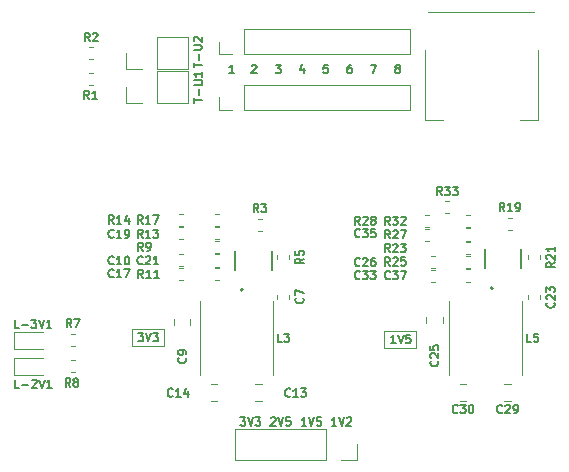
<source format=gbr>
G04 #@! TF.GenerationSoftware,KiCad,Pcbnew,(5.1.5)-3*
G04 #@! TF.CreationDate,2020-04-20T22:46:26+08:00*
G04 #@! TF.ProjectId,ptboard,7074626f-6172-4642-9e6b-696361645f70,rev?*
G04 #@! TF.SameCoordinates,PX2349340PY4b0dde0*
G04 #@! TF.FileFunction,Legend,Top*
G04 #@! TF.FilePolarity,Positive*
%FSLAX46Y46*%
G04 Gerber Fmt 4.6, Leading zero omitted, Abs format (unit mm)*
G04 Created by KiCad (PCBNEW (5.1.5)-3) date 2020-04-20 22:46:26*
%MOMM*%
%LPD*%
G04 APERTURE LIST*
%ADD10C,0.150000*%
%ADD11C,0.100000*%
%ADD12C,0.120000*%
%ADD13C,0.200000*%
%ADD14C,0.127000*%
%ADD15C,3.500000*%
%ADD16O,1.250000X1.250000*%
%ADD17R,1.250000X1.250000*%
%ADD18O,1.600000X1.600000*%
%ADD19R,1.600000X1.600000*%
%ADD20O,0.700000X1.300000*%
%ADD21R,0.200000X1.700000*%
%ADD22O,0.850000X0.550000*%
%ADD23C,0.550000*%
%ADD24R,5.800000X1.500000*%
%ADD25R,0.390000X1.240000*%
G04 APERTURE END LIST*
D10*
X34533333Y34733334D02*
X34466666Y34766667D01*
X34433333Y34800000D01*
X34400000Y34866667D01*
X34400000Y34900000D01*
X34433333Y34966667D01*
X34466666Y35000000D01*
X34533333Y35033334D01*
X34666666Y35033334D01*
X34733333Y35000000D01*
X34766666Y34966667D01*
X34800000Y34900000D01*
X34800000Y34866667D01*
X34766666Y34800000D01*
X34733333Y34766667D01*
X34666666Y34733334D01*
X34533333Y34733334D01*
X34466666Y34700000D01*
X34433333Y34666667D01*
X34400000Y34600000D01*
X34400000Y34466667D01*
X34433333Y34400000D01*
X34466666Y34366667D01*
X34533333Y34333334D01*
X34666666Y34333334D01*
X34733333Y34366667D01*
X34766666Y34400000D01*
X34800000Y34466667D01*
X34800000Y34600000D01*
X34766666Y34666667D01*
X34733333Y34700000D01*
X34666666Y34733334D01*
X32316666Y35033334D02*
X32783333Y35033334D01*
X32483333Y34333334D01*
X30683333Y35033334D02*
X30550000Y35033334D01*
X30483333Y35000000D01*
X30450000Y34966667D01*
X30383333Y34866667D01*
X30350000Y34733334D01*
X30350000Y34466667D01*
X30383333Y34400000D01*
X30416666Y34366667D01*
X30483333Y34333334D01*
X30616666Y34333334D01*
X30683333Y34366667D01*
X30716666Y34400000D01*
X30750000Y34466667D01*
X30750000Y34633334D01*
X30716666Y34700000D01*
X30683333Y34733334D01*
X30616666Y34766667D01*
X30483333Y34766667D01*
X30416666Y34733334D01*
X30383333Y34700000D01*
X30350000Y34633334D01*
X28666666Y35033334D02*
X28333333Y35033334D01*
X28300000Y34700000D01*
X28333333Y34733334D01*
X28400000Y34766667D01*
X28566666Y34766667D01*
X28633333Y34733334D01*
X28666666Y34700000D01*
X28700000Y34633334D01*
X28700000Y34466667D01*
X28666666Y34400000D01*
X28633333Y34366667D01*
X28566666Y34333334D01*
X28400000Y34333334D01*
X28333333Y34366667D01*
X28300000Y34400000D01*
X26633333Y34800000D02*
X26633333Y34333334D01*
X26466666Y35066667D02*
X26300000Y34566667D01*
X26733333Y34566667D01*
X24266666Y35033334D02*
X24700000Y35033334D01*
X24466666Y34766667D01*
X24566666Y34766667D01*
X24633333Y34733334D01*
X24666666Y34700000D01*
X24700000Y34633334D01*
X24700000Y34466667D01*
X24666666Y34400000D01*
X24633333Y34366667D01*
X24566666Y34333334D01*
X24366666Y34333334D01*
X24300000Y34366667D01*
X24266666Y34400000D01*
X22250000Y34966667D02*
X22283333Y35000000D01*
X22350000Y35033334D01*
X22516666Y35033334D01*
X22583333Y35000000D01*
X22616666Y34966667D01*
X22650000Y34900000D01*
X22650000Y34833334D01*
X22616666Y34733334D01*
X22216666Y34333334D01*
X22650000Y34333334D01*
X20750000Y34333334D02*
X20350000Y34333334D01*
X20550000Y34333334D02*
X20550000Y35033334D01*
X20483333Y34933334D01*
X20416666Y34866667D01*
X20350000Y34833334D01*
X29416666Y4483334D02*
X29016666Y4483334D01*
X29216666Y4483334D02*
X29216666Y5183334D01*
X29150000Y5083334D01*
X29083333Y5016667D01*
X29016666Y4983334D01*
X29616666Y5183334D02*
X29850000Y4483334D01*
X30083333Y5183334D01*
X30283333Y5116667D02*
X30316666Y5150000D01*
X30383333Y5183334D01*
X30550000Y5183334D01*
X30616666Y5150000D01*
X30650000Y5116667D01*
X30683333Y5050000D01*
X30683333Y4983334D01*
X30650000Y4883334D01*
X30250000Y4483334D01*
X30683333Y4483334D01*
X26866666Y4483334D02*
X26466666Y4483334D01*
X26666666Y4483334D02*
X26666666Y5183334D01*
X26600000Y5083334D01*
X26533333Y5016667D01*
X26466666Y4983334D01*
X27066666Y5183334D02*
X27300000Y4483334D01*
X27533333Y5183334D01*
X28100000Y5183334D02*
X27766666Y5183334D01*
X27733333Y4850000D01*
X27766666Y4883334D01*
X27833333Y4916667D01*
X28000000Y4916667D01*
X28066666Y4883334D01*
X28100000Y4850000D01*
X28133333Y4783334D01*
X28133333Y4616667D01*
X28100000Y4550000D01*
X28066666Y4516667D01*
X28000000Y4483334D01*
X27833333Y4483334D01*
X27766666Y4516667D01*
X27733333Y4550000D01*
D11*
X33460000Y12510000D02*
X33460000Y12520000D01*
X33460000Y11090000D02*
X33460000Y12530000D01*
X36160000Y12530000D02*
X36160000Y11090000D01*
X36160000Y11090000D02*
X33460000Y11090000D01*
X33460000Y12530000D02*
X36160000Y12530000D01*
X12110000Y12660000D02*
X12110000Y12670000D01*
X12110000Y11240000D02*
X12110000Y12680000D01*
X14810000Y11240000D02*
X12110000Y11240000D01*
X14810000Y12680000D02*
X14810000Y11240000D01*
X12110000Y12680000D02*
X14810000Y12680000D01*
D10*
X34436666Y11483334D02*
X34036666Y11483334D01*
X34236666Y11483334D02*
X34236666Y12183334D01*
X34170000Y12083334D01*
X34103333Y12016667D01*
X34036666Y11983334D01*
X34636666Y12183334D02*
X34870000Y11483334D01*
X35103333Y12183334D01*
X35670000Y12183334D02*
X35336666Y12183334D01*
X35303333Y11850000D01*
X35336666Y11883334D01*
X35403333Y11916667D01*
X35570000Y11916667D01*
X35636666Y11883334D01*
X35670000Y11850000D01*
X35703333Y11783334D01*
X35703333Y11616667D01*
X35670000Y11550000D01*
X35636666Y11516667D01*
X35570000Y11483334D01*
X35403333Y11483334D01*
X35336666Y11516667D01*
X35303333Y11550000D01*
X12633333Y12313334D02*
X13066666Y12313334D01*
X12833333Y12046667D01*
X12933333Y12046667D01*
X13000000Y12013334D01*
X13033333Y11980000D01*
X13066666Y11913334D01*
X13066666Y11746667D01*
X13033333Y11680000D01*
X13000000Y11646667D01*
X12933333Y11613334D01*
X12733333Y11613334D01*
X12666666Y11646667D01*
X12633333Y11680000D01*
X13266666Y12313334D02*
X13500000Y11613334D01*
X13733333Y12313334D01*
X13900000Y12313334D02*
X14333333Y12313334D01*
X14100000Y12046667D01*
X14200000Y12046667D01*
X14266666Y12013334D01*
X14300000Y11980000D01*
X14333333Y11913334D01*
X14333333Y11746667D01*
X14300000Y11680000D01*
X14266666Y11646667D01*
X14200000Y11613334D01*
X14000000Y11613334D01*
X13933333Y11646667D01*
X13900000Y11680000D01*
X21283333Y5183334D02*
X21716666Y5183334D01*
X21483333Y4916667D01*
X21583333Y4916667D01*
X21650000Y4883334D01*
X21683333Y4850000D01*
X21716666Y4783334D01*
X21716666Y4616667D01*
X21683333Y4550000D01*
X21650000Y4516667D01*
X21583333Y4483334D01*
X21383333Y4483334D01*
X21316666Y4516667D01*
X21283333Y4550000D01*
X21916666Y5183334D02*
X22150000Y4483334D01*
X22383333Y5183334D01*
X22550000Y5183334D02*
X22983333Y5183334D01*
X22750000Y4916667D01*
X22850000Y4916667D01*
X22916666Y4883334D01*
X22950000Y4850000D01*
X22983333Y4783334D01*
X22983333Y4616667D01*
X22950000Y4550000D01*
X22916666Y4516667D01*
X22850000Y4483334D01*
X22650000Y4483334D01*
X22583333Y4516667D01*
X22550000Y4550000D01*
X23866666Y5116667D02*
X23900000Y5150000D01*
X23966666Y5183334D01*
X24133333Y5183334D01*
X24200000Y5150000D01*
X24233333Y5116667D01*
X24266666Y5050000D01*
X24266666Y4983334D01*
X24233333Y4883334D01*
X23833333Y4483334D01*
X24266666Y4483334D01*
X24466666Y5183334D02*
X24700000Y4483334D01*
X24933333Y5183334D01*
X25500000Y5183334D02*
X25166666Y5183334D01*
X25133333Y4850000D01*
X25166666Y4883334D01*
X25233333Y4916667D01*
X25400000Y4916667D01*
X25466666Y4883334D01*
X25500000Y4850000D01*
X25533333Y4783334D01*
X25533333Y4616667D01*
X25500000Y4550000D01*
X25466666Y4516667D01*
X25400000Y4483334D01*
X25233333Y4483334D01*
X25166666Y4516667D01*
X25133333Y4550000D01*
D12*
G04 #@! TO.C,J4*
X19490000Y35940000D02*
X19490000Y37000000D01*
X20550000Y35940000D02*
X19490000Y35940000D01*
X21550000Y35940000D02*
X21550000Y38060000D01*
X21550000Y38060000D02*
X35610000Y38060000D01*
X21550000Y35940000D02*
X35610000Y35940000D01*
X35610000Y35940000D02*
X35610000Y38060000D01*
G04 #@! TO.C,J2*
X19490000Y31240000D02*
X19490000Y32300000D01*
X20550000Y31240000D02*
X19490000Y31240000D01*
X21550000Y31240000D02*
X21550000Y33360000D01*
X21550000Y33360000D02*
X35610000Y33360000D01*
X21550000Y31240000D02*
X35610000Y31240000D01*
X35610000Y31240000D02*
X35610000Y33360000D01*
G04 #@! TO.C,J3*
X31130000Y2900000D02*
X31130000Y1570000D01*
X31130000Y1570000D02*
X29800000Y1570000D01*
X28530000Y1570000D02*
X20850000Y1570000D01*
X20850000Y4230000D02*
X20850000Y1570000D01*
X28530000Y4230000D02*
X20850000Y4230000D01*
X28530000Y4230000D02*
X28530000Y1570000D01*
G04 #@! TO.C,T-U1*
X11620000Y31820000D02*
X11620000Y33150000D01*
X12950000Y31820000D02*
X11620000Y31820000D01*
X14220000Y31820000D02*
X14220000Y34480000D01*
X14220000Y34480000D02*
X16820000Y34480000D01*
X14220000Y31820000D02*
X16820000Y31820000D01*
X16820000Y31820000D02*
X16820000Y34480000D01*
G04 #@! TO.C,J1*
X37200000Y39510000D02*
X46180000Y39510000D01*
X38450000Y30330000D02*
X36950000Y30330000D01*
X36950000Y30330000D02*
X36950000Y36250000D01*
X46450000Y30330000D02*
X46450000Y36250000D01*
X46450000Y30330000D02*
X44950000Y30330000D01*
G04 #@! TO.C,L5*
X38925000Y15050000D02*
X38925000Y8750000D01*
X45125000Y15050000D02*
X45125000Y8750000D01*
G04 #@! TO.C,L3*
X17845000Y15050000D02*
X17845000Y8750000D01*
X24045000Y15050000D02*
X24045000Y8750000D01*
G04 #@! TO.C,C30*
X40386252Y7980000D02*
X39863748Y7980000D01*
X40386252Y6560000D02*
X39863748Y6560000D01*
G04 #@! TO.C,C29*
X43638748Y6560000D02*
X44161252Y6560000D01*
X43638748Y7980000D02*
X44161252Y7980000D01*
G04 #@! TO.C,C25*
X36990000Y13716252D02*
X36990000Y13193748D01*
X38410000Y13716252D02*
X38410000Y13193748D01*
G04 #@! TO.C,C14*
X19306252Y7980000D02*
X18783748Y7980000D01*
X19306252Y6560000D02*
X18783748Y6560000D01*
G04 #@! TO.C,C13*
X22558748Y6560000D02*
X23081252Y6560000D01*
X22558748Y7980000D02*
X23081252Y7980000D01*
G04 #@! TO.C,C9*
X15640000Y13511252D02*
X15640000Y12988748D01*
X17060000Y13511252D02*
X17060000Y12988748D01*
G04 #@! TO.C,R5*
X25410000Y18921267D02*
X25410000Y18578733D01*
X24390000Y18921267D02*
X24390000Y18578733D01*
G04 #@! TO.C,R1*
X8771267Y34360000D02*
X8428733Y34360000D01*
X8771267Y33340000D02*
X8428733Y33340000D01*
G04 #@! TO.C,R2*
X8771267Y36560000D02*
X8428733Y36560000D01*
X8771267Y35540000D02*
X8428733Y35540000D01*
G04 #@! TO.C,R3*
X22758733Y21950000D02*
X23101267Y21950000D01*
X22758733Y20930000D02*
X23101267Y20930000D01*
G04 #@! TO.C,R7*
X6928733Y11190000D02*
X7271267Y11190000D01*
X6928733Y12210000D02*
X7271267Y12210000D01*
G04 #@! TO.C,R8*
X6928733Y8990000D02*
X7271267Y8990000D01*
X6928733Y10010000D02*
X7271267Y10010000D01*
G04 #@! TO.C,R9*
X19113733Y20125000D02*
X19456267Y20125000D01*
X19113733Y19105000D02*
X19456267Y19105000D01*
G04 #@! TO.C,R11*
X19456267Y16810000D02*
X19113733Y16810000D01*
X19456267Y17830000D02*
X19113733Y17830000D01*
G04 #@! TO.C,R13*
X19451267Y20260000D02*
X19108733Y20260000D01*
X19451267Y21280000D02*
X19108733Y21280000D01*
G04 #@! TO.C,R14*
X16436267Y21420000D02*
X16093733Y21420000D01*
X16436267Y22440000D02*
X16093733Y22440000D01*
G04 #@! TO.C,R17*
X19098733Y22430000D02*
X19441267Y22430000D01*
X19098733Y21410000D02*
X19441267Y21410000D01*
G04 #@! TO.C,R19*
X43918733Y21025000D02*
X44261267Y21025000D01*
X43918733Y22045000D02*
X44261267Y22045000D01*
G04 #@! TO.C,R21*
X45640000Y18921267D02*
X45640000Y18578733D01*
X46660000Y18921267D02*
X46660000Y18578733D01*
G04 #@! TO.C,R23*
X40393733Y18985000D02*
X40736267Y18985000D01*
X40393733Y20005000D02*
X40736267Y20005000D01*
G04 #@! TO.C,R25*
X40736267Y18855000D02*
X40393733Y18855000D01*
X40736267Y17835000D02*
X40393733Y17835000D01*
G04 #@! TO.C,R27*
X40736267Y21175000D02*
X40393733Y21175000D01*
X40736267Y20155000D02*
X40393733Y20155000D01*
G04 #@! TO.C,R28*
X37216267Y22315000D02*
X36873733Y22315000D01*
X37216267Y21295000D02*
X36873733Y21295000D01*
G04 #@! TO.C,R32*
X40736267Y22325000D02*
X40393733Y22325000D01*
X40736267Y21305000D02*
X40393733Y21305000D01*
G04 #@! TO.C,R33*
X38971267Y23475000D02*
X38628733Y23475000D01*
X38971267Y22455000D02*
X38628733Y22455000D01*
G04 #@! TO.C,T-U2*
X11620000Y34720000D02*
X11620000Y36050000D01*
X12950000Y34720000D02*
X11620000Y34720000D01*
X14220000Y34720000D02*
X14220000Y37380000D01*
X14220000Y37380000D02*
X16820000Y37380000D01*
X14220000Y34720000D02*
X16820000Y34720000D01*
X16820000Y34720000D02*
X16820000Y37380000D01*
G04 #@! TO.C,C7*
X25410000Y15571267D02*
X25410000Y15228733D01*
X24390000Y15571267D02*
X24390000Y15228733D01*
G04 #@! TO.C,C10*
X16093733Y18980000D02*
X16436267Y18980000D01*
X16093733Y17960000D02*
X16436267Y17960000D01*
G04 #@! TO.C,C21*
X19456267Y17955000D02*
X19113733Y17955000D01*
X19456267Y18975000D02*
X19113733Y18975000D01*
G04 #@! TO.C,C23*
X45640000Y15521267D02*
X45640000Y15178733D01*
X46660000Y15521267D02*
X46660000Y15178733D01*
G04 #@! TO.C,C26*
X37388733Y17830000D02*
X37731267Y17830000D01*
X37388733Y18850000D02*
X37731267Y18850000D01*
G04 #@! TO.C,C35*
X37216267Y21165000D02*
X36873733Y21165000D01*
X37216267Y20145000D02*
X36873733Y20145000D01*
G04 #@! TO.C,C37*
X40736267Y17705000D02*
X40393733Y17705000D01*
X40736267Y16685000D02*
X40393733Y16685000D01*
G04 #@! TO.C,L-2V1*
X2140000Y8765000D02*
X4600000Y8765000D01*
X2140000Y10235000D02*
X2140000Y8765000D01*
X4600000Y10235000D02*
X2140000Y10235000D01*
G04 #@! TO.C,L-3V1*
X2140000Y10965000D02*
X4600000Y10965000D01*
X2140000Y12435000D02*
X2140000Y10965000D01*
X4600000Y12435000D02*
X2140000Y12435000D01*
D13*
G04 #@! TO.C,U5*
X42655000Y16105000D02*
G75*
G03X42655000Y16105000I-100000J0D01*
G01*
D14*
X41990000Y19405000D02*
X41990000Y17805000D01*
X45070000Y17805000D02*
X45070000Y19405000D01*
G04 #@! TO.C,U3*
X23920000Y17690000D02*
X23920000Y19290000D01*
X20840000Y19290000D02*
X20840000Y17690000D01*
D13*
X21505000Y15990000D02*
G75*
G03X21505000Y15990000I-100000J0D01*
G01*
D12*
G04 #@! TO.C,C33*
X37388733Y16675000D02*
X37731267Y16675000D01*
X37388733Y17695000D02*
X37731267Y17695000D01*
G04 #@! TO.C,C19*
X16436267Y20245000D02*
X16093733Y20245000D01*
X16436267Y21265000D02*
X16093733Y21265000D01*
G04 #@! TO.C,C17*
X16093733Y17830000D02*
X16436267Y17830000D01*
X16093733Y16810000D02*
X16436267Y16810000D01*
G04 #@! TO.C,T-U1*
D10*
X17366666Y31816667D02*
X17366666Y32216667D01*
X18066666Y32016667D02*
X17366666Y32016667D01*
X17800000Y32450000D02*
X17800000Y32983334D01*
X17366666Y33316667D02*
X17933333Y33316667D01*
X18000000Y33350000D01*
X18033333Y33383334D01*
X18066666Y33450000D01*
X18066666Y33583334D01*
X18033333Y33650000D01*
X18000000Y33683334D01*
X17933333Y33716667D01*
X17366666Y33716667D01*
X18066666Y34416667D02*
X18066666Y34016667D01*
X18066666Y34216667D02*
X17366666Y34216667D01*
X17466666Y34150000D01*
X17533333Y34083334D01*
X17566666Y34016667D01*
G04 #@! TO.C,L5*
X45908333Y11583334D02*
X45575000Y11583334D01*
X45575000Y12283334D01*
X46475000Y12283334D02*
X46141666Y12283334D01*
X46108333Y11950000D01*
X46141666Y11983334D01*
X46208333Y12016667D01*
X46375000Y12016667D01*
X46441666Y11983334D01*
X46475000Y11950000D01*
X46508333Y11883334D01*
X46508333Y11716667D01*
X46475000Y11650000D01*
X46441666Y11616667D01*
X46375000Y11583334D01*
X46208333Y11583334D01*
X46141666Y11616667D01*
X46108333Y11650000D01*
G04 #@! TO.C,L3*
X24828333Y11583334D02*
X24495000Y11583334D01*
X24495000Y12283334D01*
X24995000Y12283334D02*
X25428333Y12283334D01*
X25195000Y12016667D01*
X25295000Y12016667D01*
X25361666Y11983334D01*
X25395000Y11950000D01*
X25428333Y11883334D01*
X25428333Y11716667D01*
X25395000Y11650000D01*
X25361666Y11616667D01*
X25295000Y11583334D01*
X25095000Y11583334D01*
X25028333Y11616667D01*
X24995000Y11650000D01*
G04 #@! TO.C,C30*
X39680000Y5620000D02*
X39646666Y5586667D01*
X39546666Y5553334D01*
X39480000Y5553334D01*
X39380000Y5586667D01*
X39313333Y5653334D01*
X39280000Y5720000D01*
X39246666Y5853334D01*
X39246666Y5953334D01*
X39280000Y6086667D01*
X39313333Y6153334D01*
X39380000Y6220000D01*
X39480000Y6253334D01*
X39546666Y6253334D01*
X39646666Y6220000D01*
X39680000Y6186667D01*
X39913333Y6253334D02*
X40346666Y6253334D01*
X40113333Y5986667D01*
X40213333Y5986667D01*
X40280000Y5953334D01*
X40313333Y5920000D01*
X40346666Y5853334D01*
X40346666Y5686667D01*
X40313333Y5620000D01*
X40280000Y5586667D01*
X40213333Y5553334D01*
X40013333Y5553334D01*
X39946666Y5586667D01*
X39913333Y5620000D01*
X40780000Y6253334D02*
X40846666Y6253334D01*
X40913333Y6220000D01*
X40946666Y6186667D01*
X40980000Y6120000D01*
X41013333Y5986667D01*
X41013333Y5820000D01*
X40980000Y5686667D01*
X40946666Y5620000D01*
X40913333Y5586667D01*
X40846666Y5553334D01*
X40780000Y5553334D01*
X40713333Y5586667D01*
X40680000Y5620000D01*
X40646666Y5686667D01*
X40613333Y5820000D01*
X40613333Y5986667D01*
X40646666Y6120000D01*
X40680000Y6186667D01*
X40713333Y6220000D01*
X40780000Y6253334D01*
G04 #@! TO.C,C29*
X43450000Y5610000D02*
X43416666Y5576667D01*
X43316666Y5543334D01*
X43250000Y5543334D01*
X43150000Y5576667D01*
X43083333Y5643334D01*
X43050000Y5710000D01*
X43016666Y5843334D01*
X43016666Y5943334D01*
X43050000Y6076667D01*
X43083333Y6143334D01*
X43150000Y6210000D01*
X43250000Y6243334D01*
X43316666Y6243334D01*
X43416666Y6210000D01*
X43450000Y6176667D01*
X43716666Y6176667D02*
X43750000Y6210000D01*
X43816666Y6243334D01*
X43983333Y6243334D01*
X44050000Y6210000D01*
X44083333Y6176667D01*
X44116666Y6110000D01*
X44116666Y6043334D01*
X44083333Y5943334D01*
X43683333Y5543334D01*
X44116666Y5543334D01*
X44450000Y5543334D02*
X44583333Y5543334D01*
X44650000Y5576667D01*
X44683333Y5610000D01*
X44750000Y5710000D01*
X44783333Y5843334D01*
X44783333Y6110000D01*
X44750000Y6176667D01*
X44716666Y6210000D01*
X44650000Y6243334D01*
X44516666Y6243334D01*
X44450000Y6210000D01*
X44416666Y6176667D01*
X44383333Y6110000D01*
X44383333Y5943334D01*
X44416666Y5876667D01*
X44450000Y5843334D01*
X44516666Y5810000D01*
X44650000Y5810000D01*
X44716666Y5843334D01*
X44750000Y5876667D01*
X44783333Y5943334D01*
G04 #@! TO.C,C25*
X37990000Y9960000D02*
X38023333Y9926667D01*
X38056666Y9826667D01*
X38056666Y9760000D01*
X38023333Y9660000D01*
X37956666Y9593334D01*
X37890000Y9560000D01*
X37756666Y9526667D01*
X37656666Y9526667D01*
X37523333Y9560000D01*
X37456666Y9593334D01*
X37390000Y9660000D01*
X37356666Y9760000D01*
X37356666Y9826667D01*
X37390000Y9926667D01*
X37423333Y9960000D01*
X37423333Y10226667D02*
X37390000Y10260000D01*
X37356666Y10326667D01*
X37356666Y10493334D01*
X37390000Y10560000D01*
X37423333Y10593334D01*
X37490000Y10626667D01*
X37556666Y10626667D01*
X37656666Y10593334D01*
X38056666Y10193334D01*
X38056666Y10626667D01*
X37356666Y11260000D02*
X37356666Y10926667D01*
X37690000Y10893334D01*
X37656666Y10926667D01*
X37623333Y10993334D01*
X37623333Y11160000D01*
X37656666Y11226667D01*
X37690000Y11260000D01*
X37756666Y11293334D01*
X37923333Y11293334D01*
X37990000Y11260000D01*
X38023333Y11226667D01*
X38056666Y11160000D01*
X38056666Y10993334D01*
X38023333Y10926667D01*
X37990000Y10893334D01*
G04 #@! TO.C,C14*
X15550000Y7000000D02*
X15516666Y6966667D01*
X15416666Y6933334D01*
X15350000Y6933334D01*
X15250000Y6966667D01*
X15183333Y7033334D01*
X15150000Y7100000D01*
X15116666Y7233334D01*
X15116666Y7333334D01*
X15150000Y7466667D01*
X15183333Y7533334D01*
X15250000Y7600000D01*
X15350000Y7633334D01*
X15416666Y7633334D01*
X15516666Y7600000D01*
X15550000Y7566667D01*
X16216666Y6933334D02*
X15816666Y6933334D01*
X16016666Y6933334D02*
X16016666Y7633334D01*
X15950000Y7533334D01*
X15883333Y7466667D01*
X15816666Y7433334D01*
X16816666Y7400000D02*
X16816666Y6933334D01*
X16650000Y7666667D02*
X16483333Y7166667D01*
X16916666Y7166667D01*
G04 #@! TO.C,C13*
X25500000Y7000000D02*
X25466666Y6966667D01*
X25366666Y6933334D01*
X25300000Y6933334D01*
X25200000Y6966667D01*
X25133333Y7033334D01*
X25100000Y7100000D01*
X25066666Y7233334D01*
X25066666Y7333334D01*
X25100000Y7466667D01*
X25133333Y7533334D01*
X25200000Y7600000D01*
X25300000Y7633334D01*
X25366666Y7633334D01*
X25466666Y7600000D01*
X25500000Y7566667D01*
X26166666Y6933334D02*
X25766666Y6933334D01*
X25966666Y6933334D02*
X25966666Y7633334D01*
X25900000Y7533334D01*
X25833333Y7466667D01*
X25766666Y7433334D01*
X26400000Y7633334D02*
X26833333Y7633334D01*
X26600000Y7366667D01*
X26700000Y7366667D01*
X26766666Y7333334D01*
X26800000Y7300000D01*
X26833333Y7233334D01*
X26833333Y7066667D01*
X26800000Y7000000D01*
X26766666Y6966667D01*
X26700000Y6933334D01*
X26500000Y6933334D01*
X26433333Y6966667D01*
X26400000Y7000000D01*
G04 #@! TO.C,C9*
X16640000Y10223334D02*
X16673333Y10190000D01*
X16706666Y10090000D01*
X16706666Y10023334D01*
X16673333Y9923334D01*
X16606666Y9856667D01*
X16540000Y9823334D01*
X16406666Y9790000D01*
X16306666Y9790000D01*
X16173333Y9823334D01*
X16106666Y9856667D01*
X16040000Y9923334D01*
X16006666Y10023334D01*
X16006666Y10090000D01*
X16040000Y10190000D01*
X16073333Y10223334D01*
X16706666Y10556667D02*
X16706666Y10690000D01*
X16673333Y10756667D01*
X16640000Y10790000D01*
X16540000Y10856667D01*
X16406666Y10890000D01*
X16140000Y10890000D01*
X16073333Y10856667D01*
X16040000Y10823334D01*
X16006666Y10756667D01*
X16006666Y10623334D01*
X16040000Y10556667D01*
X16073333Y10523334D01*
X16140000Y10490000D01*
X16306666Y10490000D01*
X16373333Y10523334D01*
X16406666Y10556667D01*
X16440000Y10623334D01*
X16440000Y10756667D01*
X16406666Y10823334D01*
X16373333Y10856667D01*
X16306666Y10890000D01*
G04 #@! TO.C,R5*
X26646666Y18633334D02*
X26313333Y18400000D01*
X26646666Y18233334D02*
X25946666Y18233334D01*
X25946666Y18500000D01*
X25980000Y18566667D01*
X26013333Y18600000D01*
X26080000Y18633334D01*
X26180000Y18633334D01*
X26246666Y18600000D01*
X26280000Y18566667D01*
X26313333Y18500000D01*
X26313333Y18233334D01*
X25946666Y19266667D02*
X25946666Y18933334D01*
X26280000Y18900000D01*
X26246666Y18933334D01*
X26213333Y19000000D01*
X26213333Y19166667D01*
X26246666Y19233334D01*
X26280000Y19266667D01*
X26346666Y19300000D01*
X26513333Y19300000D01*
X26580000Y19266667D01*
X26613333Y19233334D01*
X26646666Y19166667D01*
X26646666Y19000000D01*
X26613333Y18933334D01*
X26580000Y18900000D01*
G04 #@! TO.C,R1*
X8483333Y32133334D02*
X8250000Y32466667D01*
X8083333Y32133334D02*
X8083333Y32833334D01*
X8350000Y32833334D01*
X8416666Y32800000D01*
X8450000Y32766667D01*
X8483333Y32700000D01*
X8483333Y32600000D01*
X8450000Y32533334D01*
X8416666Y32500000D01*
X8350000Y32466667D01*
X8083333Y32466667D01*
X9150000Y32133334D02*
X8750000Y32133334D01*
X8950000Y32133334D02*
X8950000Y32833334D01*
X8883333Y32733334D01*
X8816666Y32666667D01*
X8750000Y32633334D01*
G04 #@! TO.C,R2*
X8533333Y37033334D02*
X8300000Y37366667D01*
X8133333Y37033334D02*
X8133333Y37733334D01*
X8400000Y37733334D01*
X8466666Y37700000D01*
X8500000Y37666667D01*
X8533333Y37600000D01*
X8533333Y37500000D01*
X8500000Y37433334D01*
X8466666Y37400000D01*
X8400000Y37366667D01*
X8133333Y37366667D01*
X8800000Y37666667D02*
X8833333Y37700000D01*
X8900000Y37733334D01*
X9066666Y37733334D01*
X9133333Y37700000D01*
X9166666Y37666667D01*
X9200000Y37600000D01*
X9200000Y37533334D01*
X9166666Y37433334D01*
X8766666Y37033334D01*
X9200000Y37033334D01*
G04 #@! TO.C,R3*
X22813333Y22553334D02*
X22580000Y22886667D01*
X22413333Y22553334D02*
X22413333Y23253334D01*
X22680000Y23253334D01*
X22746666Y23220000D01*
X22780000Y23186667D01*
X22813333Y23120000D01*
X22813333Y23020000D01*
X22780000Y22953334D01*
X22746666Y22920000D01*
X22680000Y22886667D01*
X22413333Y22886667D01*
X23046666Y23253334D02*
X23480000Y23253334D01*
X23246666Y22986667D01*
X23346666Y22986667D01*
X23413333Y22953334D01*
X23446666Y22920000D01*
X23480000Y22853334D01*
X23480000Y22686667D01*
X23446666Y22620000D01*
X23413333Y22586667D01*
X23346666Y22553334D01*
X23146666Y22553334D01*
X23080000Y22586667D01*
X23046666Y22620000D01*
G04 #@! TO.C,R7*
X6983333Y12813334D02*
X6750000Y13146667D01*
X6583333Y12813334D02*
X6583333Y13513334D01*
X6850000Y13513334D01*
X6916666Y13480000D01*
X6950000Y13446667D01*
X6983333Y13380000D01*
X6983333Y13280000D01*
X6950000Y13213334D01*
X6916666Y13180000D01*
X6850000Y13146667D01*
X6583333Y13146667D01*
X7216666Y13513334D02*
X7683333Y13513334D01*
X7383333Y12813334D01*
G04 #@! TO.C,R8*
X6883333Y7783334D02*
X6650000Y8116667D01*
X6483333Y7783334D02*
X6483333Y8483334D01*
X6750000Y8483334D01*
X6816666Y8450000D01*
X6850000Y8416667D01*
X6883333Y8350000D01*
X6883333Y8250000D01*
X6850000Y8183334D01*
X6816666Y8150000D01*
X6750000Y8116667D01*
X6483333Y8116667D01*
X7283333Y8183334D02*
X7216666Y8216667D01*
X7183333Y8250000D01*
X7150000Y8316667D01*
X7150000Y8350000D01*
X7183333Y8416667D01*
X7216666Y8450000D01*
X7283333Y8483334D01*
X7416666Y8483334D01*
X7483333Y8450000D01*
X7516666Y8416667D01*
X7550000Y8350000D01*
X7550000Y8316667D01*
X7516666Y8250000D01*
X7483333Y8216667D01*
X7416666Y8183334D01*
X7283333Y8183334D01*
X7216666Y8150000D01*
X7183333Y8116667D01*
X7150000Y8050000D01*
X7150000Y7916667D01*
X7183333Y7850000D01*
X7216666Y7816667D01*
X7283333Y7783334D01*
X7416666Y7783334D01*
X7483333Y7816667D01*
X7516666Y7850000D01*
X7550000Y7916667D01*
X7550000Y8050000D01*
X7516666Y8116667D01*
X7483333Y8150000D01*
X7416666Y8183334D01*
G04 #@! TO.C,R9*
X13033333Y19283334D02*
X12800000Y19616667D01*
X12633333Y19283334D02*
X12633333Y19983334D01*
X12900000Y19983334D01*
X12966666Y19950000D01*
X13000000Y19916667D01*
X13033333Y19850000D01*
X13033333Y19750000D01*
X13000000Y19683334D01*
X12966666Y19650000D01*
X12900000Y19616667D01*
X12633333Y19616667D01*
X13366666Y19283334D02*
X13500000Y19283334D01*
X13566666Y19316667D01*
X13600000Y19350000D01*
X13666666Y19450000D01*
X13700000Y19583334D01*
X13700000Y19850000D01*
X13666666Y19916667D01*
X13633333Y19950000D01*
X13566666Y19983334D01*
X13433333Y19983334D01*
X13366666Y19950000D01*
X13333333Y19916667D01*
X13300000Y19850000D01*
X13300000Y19683334D01*
X13333333Y19616667D01*
X13366666Y19583334D01*
X13433333Y19550000D01*
X13566666Y19550000D01*
X13633333Y19583334D01*
X13666666Y19616667D01*
X13700000Y19683334D01*
G04 #@! TO.C,R11*
X13050000Y16983334D02*
X12816666Y17316667D01*
X12650000Y16983334D02*
X12650000Y17683334D01*
X12916666Y17683334D01*
X12983333Y17650000D01*
X13016666Y17616667D01*
X13050000Y17550000D01*
X13050000Y17450000D01*
X13016666Y17383334D01*
X12983333Y17350000D01*
X12916666Y17316667D01*
X12650000Y17316667D01*
X13716666Y16983334D02*
X13316666Y16983334D01*
X13516666Y16983334D02*
X13516666Y17683334D01*
X13450000Y17583334D01*
X13383333Y17516667D01*
X13316666Y17483334D01*
X14383333Y16983334D02*
X13983333Y16983334D01*
X14183333Y16983334D02*
X14183333Y17683334D01*
X14116666Y17583334D01*
X14050000Y17516667D01*
X13983333Y17483334D01*
G04 #@! TO.C,R13*
X13000000Y20383334D02*
X12766666Y20716667D01*
X12600000Y20383334D02*
X12600000Y21083334D01*
X12866666Y21083334D01*
X12933333Y21050000D01*
X12966666Y21016667D01*
X13000000Y20950000D01*
X13000000Y20850000D01*
X12966666Y20783334D01*
X12933333Y20750000D01*
X12866666Y20716667D01*
X12600000Y20716667D01*
X13666666Y20383334D02*
X13266666Y20383334D01*
X13466666Y20383334D02*
X13466666Y21083334D01*
X13400000Y20983334D01*
X13333333Y20916667D01*
X13266666Y20883334D01*
X13900000Y21083334D02*
X14333333Y21083334D01*
X14100000Y20816667D01*
X14200000Y20816667D01*
X14266666Y20783334D01*
X14300000Y20750000D01*
X14333333Y20683334D01*
X14333333Y20516667D01*
X14300000Y20450000D01*
X14266666Y20416667D01*
X14200000Y20383334D01*
X14000000Y20383334D01*
X13933333Y20416667D01*
X13900000Y20450000D01*
G04 #@! TO.C,R14*
X10550000Y21583334D02*
X10316666Y21916667D01*
X10150000Y21583334D02*
X10150000Y22283334D01*
X10416666Y22283334D01*
X10483333Y22250000D01*
X10516666Y22216667D01*
X10550000Y22150000D01*
X10550000Y22050000D01*
X10516666Y21983334D01*
X10483333Y21950000D01*
X10416666Y21916667D01*
X10150000Y21916667D01*
X11216666Y21583334D02*
X10816666Y21583334D01*
X11016666Y21583334D02*
X11016666Y22283334D01*
X10950000Y22183334D01*
X10883333Y22116667D01*
X10816666Y22083334D01*
X11816666Y22050000D02*
X11816666Y21583334D01*
X11650000Y22316667D02*
X11483333Y21816667D01*
X11916666Y21816667D01*
G04 #@! TO.C,R17*
X13000000Y21583334D02*
X12766666Y21916667D01*
X12600000Y21583334D02*
X12600000Y22283334D01*
X12866666Y22283334D01*
X12933333Y22250000D01*
X12966666Y22216667D01*
X13000000Y22150000D01*
X13000000Y22050000D01*
X12966666Y21983334D01*
X12933333Y21950000D01*
X12866666Y21916667D01*
X12600000Y21916667D01*
X13666666Y21583334D02*
X13266666Y21583334D01*
X13466666Y21583334D02*
X13466666Y22283334D01*
X13400000Y22183334D01*
X13333333Y22116667D01*
X13266666Y22083334D01*
X13900000Y22283334D02*
X14366666Y22283334D01*
X14066666Y21583334D01*
G04 #@! TO.C,R19*
X43640000Y22648334D02*
X43406666Y22981667D01*
X43240000Y22648334D02*
X43240000Y23348334D01*
X43506666Y23348334D01*
X43573333Y23315000D01*
X43606666Y23281667D01*
X43640000Y23215000D01*
X43640000Y23115000D01*
X43606666Y23048334D01*
X43573333Y23015000D01*
X43506666Y22981667D01*
X43240000Y22981667D01*
X44306666Y22648334D02*
X43906666Y22648334D01*
X44106666Y22648334D02*
X44106666Y23348334D01*
X44040000Y23248334D01*
X43973333Y23181667D01*
X43906666Y23148334D01*
X44640000Y22648334D02*
X44773333Y22648334D01*
X44840000Y22681667D01*
X44873333Y22715000D01*
X44940000Y22815000D01*
X44973333Y22948334D01*
X44973333Y23215000D01*
X44940000Y23281667D01*
X44906666Y23315000D01*
X44840000Y23348334D01*
X44706666Y23348334D01*
X44640000Y23315000D01*
X44606666Y23281667D01*
X44573333Y23215000D01*
X44573333Y23048334D01*
X44606666Y22981667D01*
X44640000Y22948334D01*
X44706666Y22915000D01*
X44840000Y22915000D01*
X44906666Y22948334D01*
X44940000Y22981667D01*
X44973333Y23048334D01*
G04 #@! TO.C,R21*
X47896666Y18300000D02*
X47563333Y18066667D01*
X47896666Y17900000D02*
X47196666Y17900000D01*
X47196666Y18166667D01*
X47230000Y18233334D01*
X47263333Y18266667D01*
X47330000Y18300000D01*
X47430000Y18300000D01*
X47496666Y18266667D01*
X47530000Y18233334D01*
X47563333Y18166667D01*
X47563333Y17900000D01*
X47263333Y18566667D02*
X47230000Y18600000D01*
X47196666Y18666667D01*
X47196666Y18833334D01*
X47230000Y18900000D01*
X47263333Y18933334D01*
X47330000Y18966667D01*
X47396666Y18966667D01*
X47496666Y18933334D01*
X47896666Y18533334D01*
X47896666Y18966667D01*
X47896666Y19633334D02*
X47896666Y19233334D01*
X47896666Y19433334D02*
X47196666Y19433334D01*
X47296666Y19366667D01*
X47363333Y19300000D01*
X47396666Y19233334D01*
G04 #@! TO.C,R23*
X33950000Y19183334D02*
X33716666Y19516667D01*
X33550000Y19183334D02*
X33550000Y19883334D01*
X33816666Y19883334D01*
X33883333Y19850000D01*
X33916666Y19816667D01*
X33950000Y19750000D01*
X33950000Y19650000D01*
X33916666Y19583334D01*
X33883333Y19550000D01*
X33816666Y19516667D01*
X33550000Y19516667D01*
X34216666Y19816667D02*
X34250000Y19850000D01*
X34316666Y19883334D01*
X34483333Y19883334D01*
X34550000Y19850000D01*
X34583333Y19816667D01*
X34616666Y19750000D01*
X34616666Y19683334D01*
X34583333Y19583334D01*
X34183333Y19183334D01*
X34616666Y19183334D01*
X34850000Y19883334D02*
X35283333Y19883334D01*
X35050000Y19616667D01*
X35150000Y19616667D01*
X35216666Y19583334D01*
X35250000Y19550000D01*
X35283333Y19483334D01*
X35283333Y19316667D01*
X35250000Y19250000D01*
X35216666Y19216667D01*
X35150000Y19183334D01*
X34950000Y19183334D01*
X34883333Y19216667D01*
X34850000Y19250000D01*
G04 #@! TO.C,R25*
X33950000Y18033334D02*
X33716666Y18366667D01*
X33550000Y18033334D02*
X33550000Y18733334D01*
X33816666Y18733334D01*
X33883333Y18700000D01*
X33916666Y18666667D01*
X33950000Y18600000D01*
X33950000Y18500000D01*
X33916666Y18433334D01*
X33883333Y18400000D01*
X33816666Y18366667D01*
X33550000Y18366667D01*
X34216666Y18666667D02*
X34250000Y18700000D01*
X34316666Y18733334D01*
X34483333Y18733334D01*
X34550000Y18700000D01*
X34583333Y18666667D01*
X34616666Y18600000D01*
X34616666Y18533334D01*
X34583333Y18433334D01*
X34183333Y18033334D01*
X34616666Y18033334D01*
X35250000Y18733334D02*
X34916666Y18733334D01*
X34883333Y18400000D01*
X34916666Y18433334D01*
X34983333Y18466667D01*
X35150000Y18466667D01*
X35216666Y18433334D01*
X35250000Y18400000D01*
X35283333Y18333334D01*
X35283333Y18166667D01*
X35250000Y18100000D01*
X35216666Y18066667D01*
X35150000Y18033334D01*
X34983333Y18033334D01*
X34916666Y18066667D01*
X34883333Y18100000D01*
G04 #@! TO.C,R27*
X33950000Y20333334D02*
X33716666Y20666667D01*
X33550000Y20333334D02*
X33550000Y21033334D01*
X33816666Y21033334D01*
X33883333Y21000000D01*
X33916666Y20966667D01*
X33950000Y20900000D01*
X33950000Y20800000D01*
X33916666Y20733334D01*
X33883333Y20700000D01*
X33816666Y20666667D01*
X33550000Y20666667D01*
X34216666Y20966667D02*
X34250000Y21000000D01*
X34316666Y21033334D01*
X34483333Y21033334D01*
X34550000Y21000000D01*
X34583333Y20966667D01*
X34616666Y20900000D01*
X34616666Y20833334D01*
X34583333Y20733334D01*
X34183333Y20333334D01*
X34616666Y20333334D01*
X34850000Y21033334D02*
X35316666Y21033334D01*
X35016666Y20333334D01*
G04 #@! TO.C,R28*
X31400000Y21483334D02*
X31166666Y21816667D01*
X31000000Y21483334D02*
X31000000Y22183334D01*
X31266666Y22183334D01*
X31333333Y22150000D01*
X31366666Y22116667D01*
X31400000Y22050000D01*
X31400000Y21950000D01*
X31366666Y21883334D01*
X31333333Y21850000D01*
X31266666Y21816667D01*
X31000000Y21816667D01*
X31666666Y22116667D02*
X31700000Y22150000D01*
X31766666Y22183334D01*
X31933333Y22183334D01*
X32000000Y22150000D01*
X32033333Y22116667D01*
X32066666Y22050000D01*
X32066666Y21983334D01*
X32033333Y21883334D01*
X31633333Y21483334D01*
X32066666Y21483334D01*
X32466666Y21883334D02*
X32400000Y21916667D01*
X32366666Y21950000D01*
X32333333Y22016667D01*
X32333333Y22050000D01*
X32366666Y22116667D01*
X32400000Y22150000D01*
X32466666Y22183334D01*
X32600000Y22183334D01*
X32666666Y22150000D01*
X32700000Y22116667D01*
X32733333Y22050000D01*
X32733333Y22016667D01*
X32700000Y21950000D01*
X32666666Y21916667D01*
X32600000Y21883334D01*
X32466666Y21883334D01*
X32400000Y21850000D01*
X32366666Y21816667D01*
X32333333Y21750000D01*
X32333333Y21616667D01*
X32366666Y21550000D01*
X32400000Y21516667D01*
X32466666Y21483334D01*
X32600000Y21483334D01*
X32666666Y21516667D01*
X32700000Y21550000D01*
X32733333Y21616667D01*
X32733333Y21750000D01*
X32700000Y21816667D01*
X32666666Y21850000D01*
X32600000Y21883334D01*
G04 #@! TO.C,R32*
X33950000Y21483334D02*
X33716666Y21816667D01*
X33550000Y21483334D02*
X33550000Y22183334D01*
X33816666Y22183334D01*
X33883333Y22150000D01*
X33916666Y22116667D01*
X33950000Y22050000D01*
X33950000Y21950000D01*
X33916666Y21883334D01*
X33883333Y21850000D01*
X33816666Y21816667D01*
X33550000Y21816667D01*
X34183333Y22183334D02*
X34616666Y22183334D01*
X34383333Y21916667D01*
X34483333Y21916667D01*
X34550000Y21883334D01*
X34583333Y21850000D01*
X34616666Y21783334D01*
X34616666Y21616667D01*
X34583333Y21550000D01*
X34550000Y21516667D01*
X34483333Y21483334D01*
X34283333Y21483334D01*
X34216666Y21516667D01*
X34183333Y21550000D01*
X34883333Y22116667D02*
X34916666Y22150000D01*
X34983333Y22183334D01*
X35150000Y22183334D01*
X35216666Y22150000D01*
X35250000Y22116667D01*
X35283333Y22050000D01*
X35283333Y21983334D01*
X35250000Y21883334D01*
X34850000Y21483334D01*
X35283333Y21483334D01*
G04 #@! TO.C,R33*
X38350000Y23993334D02*
X38116666Y24326667D01*
X37950000Y23993334D02*
X37950000Y24693334D01*
X38216666Y24693334D01*
X38283333Y24660000D01*
X38316666Y24626667D01*
X38350000Y24560000D01*
X38350000Y24460000D01*
X38316666Y24393334D01*
X38283333Y24360000D01*
X38216666Y24326667D01*
X37950000Y24326667D01*
X38583333Y24693334D02*
X39016666Y24693334D01*
X38783333Y24426667D01*
X38883333Y24426667D01*
X38950000Y24393334D01*
X38983333Y24360000D01*
X39016666Y24293334D01*
X39016666Y24126667D01*
X38983333Y24060000D01*
X38950000Y24026667D01*
X38883333Y23993334D01*
X38683333Y23993334D01*
X38616666Y24026667D01*
X38583333Y24060000D01*
X39250000Y24693334D02*
X39683333Y24693334D01*
X39450000Y24426667D01*
X39550000Y24426667D01*
X39616666Y24393334D01*
X39650000Y24360000D01*
X39683333Y24293334D01*
X39683333Y24126667D01*
X39650000Y24060000D01*
X39616666Y24026667D01*
X39550000Y23993334D01*
X39350000Y23993334D01*
X39283333Y24026667D01*
X39250000Y24060000D01*
G04 #@! TO.C,T-U2*
X17316666Y34816667D02*
X17316666Y35216667D01*
X18016666Y35016667D02*
X17316666Y35016667D01*
X17750000Y35450000D02*
X17750000Y35983334D01*
X17316666Y36316667D02*
X17883333Y36316667D01*
X17950000Y36350000D01*
X17983333Y36383334D01*
X18016666Y36450000D01*
X18016666Y36583334D01*
X17983333Y36650000D01*
X17950000Y36683334D01*
X17883333Y36716667D01*
X17316666Y36716667D01*
X17383333Y37016667D02*
X17350000Y37050000D01*
X17316666Y37116667D01*
X17316666Y37283334D01*
X17350000Y37350000D01*
X17383333Y37383334D01*
X17450000Y37416667D01*
X17516666Y37416667D01*
X17616666Y37383334D01*
X18016666Y36983334D01*
X18016666Y37416667D01*
G04 #@! TO.C,C7*
X26580000Y15283334D02*
X26613333Y15250000D01*
X26646666Y15150000D01*
X26646666Y15083334D01*
X26613333Y14983334D01*
X26546666Y14916667D01*
X26480000Y14883334D01*
X26346666Y14850000D01*
X26246666Y14850000D01*
X26113333Y14883334D01*
X26046666Y14916667D01*
X25980000Y14983334D01*
X25946666Y15083334D01*
X25946666Y15150000D01*
X25980000Y15250000D01*
X26013333Y15283334D01*
X25946666Y15516667D02*
X25946666Y15983334D01*
X26646666Y15683334D01*
G04 #@! TO.C,C10*
X10550000Y18200000D02*
X10516666Y18166667D01*
X10416666Y18133334D01*
X10350000Y18133334D01*
X10250000Y18166667D01*
X10183333Y18233334D01*
X10150000Y18300000D01*
X10116666Y18433334D01*
X10116666Y18533334D01*
X10150000Y18666667D01*
X10183333Y18733334D01*
X10250000Y18800000D01*
X10350000Y18833334D01*
X10416666Y18833334D01*
X10516666Y18800000D01*
X10550000Y18766667D01*
X11216666Y18133334D02*
X10816666Y18133334D01*
X11016666Y18133334D02*
X11016666Y18833334D01*
X10950000Y18733334D01*
X10883333Y18666667D01*
X10816666Y18633334D01*
X11650000Y18833334D02*
X11716666Y18833334D01*
X11783333Y18800000D01*
X11816666Y18766667D01*
X11850000Y18700000D01*
X11883333Y18566667D01*
X11883333Y18400000D01*
X11850000Y18266667D01*
X11816666Y18200000D01*
X11783333Y18166667D01*
X11716666Y18133334D01*
X11650000Y18133334D01*
X11583333Y18166667D01*
X11550000Y18200000D01*
X11516666Y18266667D01*
X11483333Y18400000D01*
X11483333Y18566667D01*
X11516666Y18700000D01*
X11550000Y18766667D01*
X11583333Y18800000D01*
X11650000Y18833334D01*
G04 #@! TO.C,C21*
X13000000Y18200000D02*
X12966666Y18166667D01*
X12866666Y18133334D01*
X12800000Y18133334D01*
X12700000Y18166667D01*
X12633333Y18233334D01*
X12600000Y18300000D01*
X12566666Y18433334D01*
X12566666Y18533334D01*
X12600000Y18666667D01*
X12633333Y18733334D01*
X12700000Y18800000D01*
X12800000Y18833334D01*
X12866666Y18833334D01*
X12966666Y18800000D01*
X13000000Y18766667D01*
X13266666Y18766667D02*
X13300000Y18800000D01*
X13366666Y18833334D01*
X13533333Y18833334D01*
X13600000Y18800000D01*
X13633333Y18766667D01*
X13666666Y18700000D01*
X13666666Y18633334D01*
X13633333Y18533334D01*
X13233333Y18133334D01*
X13666666Y18133334D01*
X14333333Y18133334D02*
X13933333Y18133334D01*
X14133333Y18133334D02*
X14133333Y18833334D01*
X14066666Y18733334D01*
X14000000Y18666667D01*
X13933333Y18633334D01*
G04 #@! TO.C,C23*
X47830000Y14900000D02*
X47863333Y14866667D01*
X47896666Y14766667D01*
X47896666Y14700000D01*
X47863333Y14600000D01*
X47796666Y14533334D01*
X47730000Y14500000D01*
X47596666Y14466667D01*
X47496666Y14466667D01*
X47363333Y14500000D01*
X47296666Y14533334D01*
X47230000Y14600000D01*
X47196666Y14700000D01*
X47196666Y14766667D01*
X47230000Y14866667D01*
X47263333Y14900000D01*
X47263333Y15166667D02*
X47230000Y15200000D01*
X47196666Y15266667D01*
X47196666Y15433334D01*
X47230000Y15500000D01*
X47263333Y15533334D01*
X47330000Y15566667D01*
X47396666Y15566667D01*
X47496666Y15533334D01*
X47896666Y15133334D01*
X47896666Y15566667D01*
X47196666Y15800000D02*
X47196666Y16233334D01*
X47463333Y16000000D01*
X47463333Y16100000D01*
X47496666Y16166667D01*
X47530000Y16200000D01*
X47596666Y16233334D01*
X47763333Y16233334D01*
X47830000Y16200000D01*
X47863333Y16166667D01*
X47896666Y16100000D01*
X47896666Y15900000D01*
X47863333Y15833334D01*
X47830000Y15800000D01*
G04 #@! TO.C,C26*
X31400000Y18060000D02*
X31366666Y18026667D01*
X31266666Y17993334D01*
X31200000Y17993334D01*
X31100000Y18026667D01*
X31033333Y18093334D01*
X31000000Y18160000D01*
X30966666Y18293334D01*
X30966666Y18393334D01*
X31000000Y18526667D01*
X31033333Y18593334D01*
X31100000Y18660000D01*
X31200000Y18693334D01*
X31266666Y18693334D01*
X31366666Y18660000D01*
X31400000Y18626667D01*
X31666666Y18626667D02*
X31700000Y18660000D01*
X31766666Y18693334D01*
X31933333Y18693334D01*
X32000000Y18660000D01*
X32033333Y18626667D01*
X32066666Y18560000D01*
X32066666Y18493334D01*
X32033333Y18393334D01*
X31633333Y17993334D01*
X32066666Y17993334D01*
X32666666Y18693334D02*
X32533333Y18693334D01*
X32466666Y18660000D01*
X32433333Y18626667D01*
X32366666Y18526667D01*
X32333333Y18393334D01*
X32333333Y18126667D01*
X32366666Y18060000D01*
X32400000Y18026667D01*
X32466666Y17993334D01*
X32600000Y17993334D01*
X32666666Y18026667D01*
X32700000Y18060000D01*
X32733333Y18126667D01*
X32733333Y18293334D01*
X32700000Y18360000D01*
X32666666Y18393334D01*
X32600000Y18426667D01*
X32466666Y18426667D01*
X32400000Y18393334D01*
X32366666Y18360000D01*
X32333333Y18293334D01*
G04 #@! TO.C,C35*
X31400000Y20500000D02*
X31366666Y20466667D01*
X31266666Y20433334D01*
X31200000Y20433334D01*
X31100000Y20466667D01*
X31033333Y20533334D01*
X31000000Y20600000D01*
X30966666Y20733334D01*
X30966666Y20833334D01*
X31000000Y20966667D01*
X31033333Y21033334D01*
X31100000Y21100000D01*
X31200000Y21133334D01*
X31266666Y21133334D01*
X31366666Y21100000D01*
X31400000Y21066667D01*
X31633333Y21133334D02*
X32066666Y21133334D01*
X31833333Y20866667D01*
X31933333Y20866667D01*
X32000000Y20833334D01*
X32033333Y20800000D01*
X32066666Y20733334D01*
X32066666Y20566667D01*
X32033333Y20500000D01*
X32000000Y20466667D01*
X31933333Y20433334D01*
X31733333Y20433334D01*
X31666666Y20466667D01*
X31633333Y20500000D01*
X32700000Y21133334D02*
X32366666Y21133334D01*
X32333333Y20800000D01*
X32366666Y20833334D01*
X32433333Y20866667D01*
X32600000Y20866667D01*
X32666666Y20833334D01*
X32700000Y20800000D01*
X32733333Y20733334D01*
X32733333Y20566667D01*
X32700000Y20500000D01*
X32666666Y20466667D01*
X32600000Y20433334D01*
X32433333Y20433334D01*
X32366666Y20466667D01*
X32333333Y20500000D01*
G04 #@! TO.C,C37*
X33950000Y16950000D02*
X33916666Y16916667D01*
X33816666Y16883334D01*
X33750000Y16883334D01*
X33650000Y16916667D01*
X33583333Y16983334D01*
X33550000Y17050000D01*
X33516666Y17183334D01*
X33516666Y17283334D01*
X33550000Y17416667D01*
X33583333Y17483334D01*
X33650000Y17550000D01*
X33750000Y17583334D01*
X33816666Y17583334D01*
X33916666Y17550000D01*
X33950000Y17516667D01*
X34183333Y17583334D02*
X34616666Y17583334D01*
X34383333Y17316667D01*
X34483333Y17316667D01*
X34550000Y17283334D01*
X34583333Y17250000D01*
X34616666Y17183334D01*
X34616666Y17016667D01*
X34583333Y16950000D01*
X34550000Y16916667D01*
X34483333Y16883334D01*
X34283333Y16883334D01*
X34216666Y16916667D01*
X34183333Y16950000D01*
X34850000Y17583334D02*
X35316666Y17583334D01*
X35016666Y16883334D01*
G04 #@! TO.C,L-2V1*
X2566666Y7683334D02*
X2233333Y7683334D01*
X2233333Y8383334D01*
X2800000Y7950000D02*
X3333333Y7950000D01*
X3633333Y8316667D02*
X3666666Y8350000D01*
X3733333Y8383334D01*
X3900000Y8383334D01*
X3966666Y8350000D01*
X4000000Y8316667D01*
X4033333Y8250000D01*
X4033333Y8183334D01*
X4000000Y8083334D01*
X3600000Y7683334D01*
X4033333Y7683334D01*
X4233333Y8383334D02*
X4466666Y7683334D01*
X4700000Y8383334D01*
X5300000Y7683334D02*
X4900000Y7683334D01*
X5100000Y7683334D02*
X5100000Y8383334D01*
X5033333Y8283334D01*
X4966666Y8216667D01*
X4900000Y8183334D01*
G04 #@! TO.C,L-3V1*
X2554666Y12732194D02*
X2221333Y12732194D01*
X2221333Y13432194D01*
X2788000Y12998860D02*
X3321333Y12998860D01*
X3588000Y13432194D02*
X4021333Y13432194D01*
X3788000Y13165527D01*
X3888000Y13165527D01*
X3954666Y13132194D01*
X3988000Y13098860D01*
X4021333Y13032194D01*
X4021333Y12865527D01*
X3988000Y12798860D01*
X3954666Y12765527D01*
X3888000Y12732194D01*
X3688000Y12732194D01*
X3621333Y12765527D01*
X3588000Y12798860D01*
X4221333Y13432194D02*
X4454666Y12732194D01*
X4688000Y13432194D01*
X5288000Y12732194D02*
X4888000Y12732194D01*
X5088000Y12732194D02*
X5088000Y13432194D01*
X5021333Y13332194D01*
X4954666Y13265527D01*
X4888000Y13232194D01*
G04 #@! TO.C,C33*
X31400000Y16960000D02*
X31366666Y16926667D01*
X31266666Y16893334D01*
X31200000Y16893334D01*
X31100000Y16926667D01*
X31033333Y16993334D01*
X31000000Y17060000D01*
X30966666Y17193334D01*
X30966666Y17293334D01*
X31000000Y17426667D01*
X31033333Y17493334D01*
X31100000Y17560000D01*
X31200000Y17593334D01*
X31266666Y17593334D01*
X31366666Y17560000D01*
X31400000Y17526667D01*
X31633333Y17593334D02*
X32066666Y17593334D01*
X31833333Y17326667D01*
X31933333Y17326667D01*
X32000000Y17293334D01*
X32033333Y17260000D01*
X32066666Y17193334D01*
X32066666Y17026667D01*
X32033333Y16960000D01*
X32000000Y16926667D01*
X31933333Y16893334D01*
X31733333Y16893334D01*
X31666666Y16926667D01*
X31633333Y16960000D01*
X32300000Y17593334D02*
X32733333Y17593334D01*
X32500000Y17326667D01*
X32600000Y17326667D01*
X32666666Y17293334D01*
X32700000Y17260000D01*
X32733333Y17193334D01*
X32733333Y17026667D01*
X32700000Y16960000D01*
X32666666Y16926667D01*
X32600000Y16893334D01*
X32400000Y16893334D01*
X32333333Y16926667D01*
X32300000Y16960000D01*
G04 #@! TO.C,C19*
X10550000Y20450000D02*
X10516666Y20416667D01*
X10416666Y20383334D01*
X10350000Y20383334D01*
X10250000Y20416667D01*
X10183333Y20483334D01*
X10150000Y20550000D01*
X10116666Y20683334D01*
X10116666Y20783334D01*
X10150000Y20916667D01*
X10183333Y20983334D01*
X10250000Y21050000D01*
X10350000Y21083334D01*
X10416666Y21083334D01*
X10516666Y21050000D01*
X10550000Y21016667D01*
X11216666Y20383334D02*
X10816666Y20383334D01*
X11016666Y20383334D02*
X11016666Y21083334D01*
X10950000Y20983334D01*
X10883333Y20916667D01*
X10816666Y20883334D01*
X11550000Y20383334D02*
X11683333Y20383334D01*
X11750000Y20416667D01*
X11783333Y20450000D01*
X11850000Y20550000D01*
X11883333Y20683334D01*
X11883333Y20950000D01*
X11850000Y21016667D01*
X11816666Y21050000D01*
X11750000Y21083334D01*
X11616666Y21083334D01*
X11550000Y21050000D01*
X11516666Y21016667D01*
X11483333Y20950000D01*
X11483333Y20783334D01*
X11516666Y20716667D01*
X11550000Y20683334D01*
X11616666Y20650000D01*
X11750000Y20650000D01*
X11816666Y20683334D01*
X11850000Y20716667D01*
X11883333Y20783334D01*
G04 #@! TO.C,C17*
X10550000Y17100000D02*
X10516666Y17066667D01*
X10416666Y17033334D01*
X10350000Y17033334D01*
X10250000Y17066667D01*
X10183333Y17133334D01*
X10150000Y17200000D01*
X10116666Y17333334D01*
X10116666Y17433334D01*
X10150000Y17566667D01*
X10183333Y17633334D01*
X10250000Y17700000D01*
X10350000Y17733334D01*
X10416666Y17733334D01*
X10516666Y17700000D01*
X10550000Y17666667D01*
X11216666Y17033334D02*
X10816666Y17033334D01*
X11016666Y17033334D02*
X11016666Y17733334D01*
X10950000Y17633334D01*
X10883333Y17566667D01*
X10816666Y17533334D01*
X11450000Y17733334D02*
X11916666Y17733334D01*
X11616666Y17033334D01*
G04 #@! TD*
%LPC*%
D15*
X4450000Y36450000D02*
G75*
G03X4450000Y36450000I-1500000J0D01*
G01*
X4450000Y3050000D02*
G75*
G03X4450000Y3050000I-1500000J0D01*
G01*
X48550000Y2950000D02*
G75*
G03X48550000Y2950000I-1500000J0D01*
G01*
D16*
G04 #@! TO.C,J4*
X34550000Y37000000D03*
X32550000Y37000000D03*
X30550000Y37000000D03*
X28550000Y37000000D03*
X26550000Y37000000D03*
X24550000Y37000000D03*
X22550000Y37000000D03*
D17*
X20550000Y37000000D03*
G04 #@! TD*
D16*
G04 #@! TO.C,J2*
X34550000Y32300000D03*
X32550000Y32300000D03*
X30550000Y32300000D03*
X28550000Y32300000D03*
X26550000Y32300000D03*
X24550000Y32300000D03*
X22550000Y32300000D03*
D17*
X20550000Y32300000D03*
G04 #@! TD*
D18*
G04 #@! TO.C,J3*
X22180000Y2900000D03*
X24720000Y2900000D03*
X27260000Y2900000D03*
D19*
X29800000Y2900000D03*
G04 #@! TD*
D18*
G04 #@! TO.C,T-U1*
X15490000Y33150000D03*
D11*
G36*
X13389207Y33948074D02*
G01*
X13428036Y33942314D01*
X13466114Y33932776D01*
X13503073Y33919552D01*
X13538559Y33902769D01*
X13572228Y33882588D01*
X13603757Y33859204D01*
X13632843Y33832843D01*
X13659204Y33803757D01*
X13682588Y33772228D01*
X13702769Y33738559D01*
X13719552Y33703073D01*
X13732776Y33666114D01*
X13742314Y33628036D01*
X13748074Y33589207D01*
X13750000Y33550000D01*
X13750000Y32750000D01*
X13748074Y32710793D01*
X13742314Y32671964D01*
X13732776Y32633886D01*
X13719552Y32596927D01*
X13702769Y32561441D01*
X13682588Y32527772D01*
X13659204Y32496243D01*
X13632843Y32467157D01*
X13603757Y32440796D01*
X13572228Y32417412D01*
X13538559Y32397231D01*
X13503073Y32380448D01*
X13466114Y32367224D01*
X13428036Y32357686D01*
X13389207Y32351926D01*
X13350000Y32350000D01*
X12550000Y32350000D01*
X12510793Y32351926D01*
X12471964Y32357686D01*
X12433886Y32367224D01*
X12396927Y32380448D01*
X12361441Y32397231D01*
X12327772Y32417412D01*
X12296243Y32440796D01*
X12267157Y32467157D01*
X12240796Y32496243D01*
X12217412Y32527772D01*
X12197231Y32561441D01*
X12180448Y32596927D01*
X12167224Y32633886D01*
X12157686Y32671964D01*
X12151926Y32710793D01*
X12150000Y32750000D01*
X12150000Y33550000D01*
X12151926Y33589207D01*
X12157686Y33628036D01*
X12167224Y33666114D01*
X12180448Y33703073D01*
X12197231Y33738559D01*
X12217412Y33772228D01*
X12240796Y33803757D01*
X12267157Y33832843D01*
X12296243Y33859204D01*
X12327772Y33882588D01*
X12361441Y33902769D01*
X12396927Y33919552D01*
X12433886Y33932776D01*
X12471964Y33942314D01*
X12510793Y33948074D01*
X12550000Y33950000D01*
X13350000Y33950000D01*
X13389207Y33948074D01*
G37*
G04 #@! TD*
D20*
G04 #@! TO.C,J1*
X45830000Y32590000D03*
D21*
X44450000Y30080000D03*
X43950000Y30080000D03*
X43450000Y30080000D03*
X42950000Y30080000D03*
X42450000Y30080000D03*
X41950000Y30080000D03*
X41450000Y30080000D03*
X38950000Y30080000D03*
X39950000Y30080000D03*
X40450000Y30080000D03*
X40950000Y30080000D03*
X39450000Y30080000D03*
D20*
X37570000Y32590000D03*
X37210000Y36980000D03*
X46190000Y36980000D03*
D22*
X38100000Y31340000D03*
D23*
X45300000Y31340000D03*
X38900000Y31990000D03*
X40500000Y31990000D03*
X41300000Y31990000D03*
X42100000Y31990000D03*
X42900000Y31990000D03*
X44500000Y31990000D03*
X39300000Y32690000D03*
X40100000Y32690000D03*
X40900000Y32690000D03*
X42500000Y32690000D03*
X43300000Y32690000D03*
X44100000Y32690000D03*
G04 #@! TD*
D24*
G04 #@! TO.C,L5*
X42025000Y9550000D03*
X42025000Y14250000D03*
G04 #@! TD*
G04 #@! TO.C,L3*
X20945000Y9550000D03*
X20945000Y14250000D03*
G04 #@! TD*
D11*
G04 #@! TO.C,C30*
G36*
X39419113Y7918901D02*
G01*
X39441271Y7915614D01*
X39463000Y7910171D01*
X39484091Y7902625D01*
X39504341Y7893047D01*
X39523554Y7881531D01*
X39541547Y7868187D01*
X39558144Y7853144D01*
X39573187Y7836547D01*
X39586531Y7818554D01*
X39598047Y7799341D01*
X39607625Y7779091D01*
X39615171Y7758000D01*
X39620614Y7736271D01*
X39623901Y7714113D01*
X39625000Y7691740D01*
X39625000Y6848260D01*
X39623901Y6825887D01*
X39620614Y6803729D01*
X39615171Y6782000D01*
X39607625Y6760909D01*
X39598047Y6740659D01*
X39586531Y6721446D01*
X39573187Y6703453D01*
X39558144Y6686856D01*
X39541547Y6671813D01*
X39523554Y6658469D01*
X39504341Y6646953D01*
X39484091Y6637375D01*
X39463000Y6629829D01*
X39441271Y6624386D01*
X39419113Y6621099D01*
X39396740Y6620000D01*
X38803260Y6620000D01*
X38780887Y6621099D01*
X38758729Y6624386D01*
X38737000Y6629829D01*
X38715909Y6637375D01*
X38695659Y6646953D01*
X38676446Y6658469D01*
X38658453Y6671813D01*
X38641856Y6686856D01*
X38626813Y6703453D01*
X38613469Y6721446D01*
X38601953Y6740659D01*
X38592375Y6760909D01*
X38584829Y6782000D01*
X38579386Y6803729D01*
X38576099Y6825887D01*
X38575000Y6848260D01*
X38575000Y7691740D01*
X38576099Y7714113D01*
X38579386Y7736271D01*
X38584829Y7758000D01*
X38592375Y7779091D01*
X38601953Y7799341D01*
X38613469Y7818554D01*
X38626813Y7836547D01*
X38641856Y7853144D01*
X38658453Y7868187D01*
X38676446Y7881531D01*
X38695659Y7893047D01*
X38715909Y7902625D01*
X38737000Y7910171D01*
X38758729Y7915614D01*
X38780887Y7918901D01*
X38803260Y7920000D01*
X39396740Y7920000D01*
X39419113Y7918901D01*
G37*
G36*
X41469113Y7918901D02*
G01*
X41491271Y7915614D01*
X41513000Y7910171D01*
X41534091Y7902625D01*
X41554341Y7893047D01*
X41573554Y7881531D01*
X41591547Y7868187D01*
X41608144Y7853144D01*
X41623187Y7836547D01*
X41636531Y7818554D01*
X41648047Y7799341D01*
X41657625Y7779091D01*
X41665171Y7758000D01*
X41670614Y7736271D01*
X41673901Y7714113D01*
X41675000Y7691740D01*
X41675000Y6848260D01*
X41673901Y6825887D01*
X41670614Y6803729D01*
X41665171Y6782000D01*
X41657625Y6760909D01*
X41648047Y6740659D01*
X41636531Y6721446D01*
X41623187Y6703453D01*
X41608144Y6686856D01*
X41591547Y6671813D01*
X41573554Y6658469D01*
X41554341Y6646953D01*
X41534091Y6637375D01*
X41513000Y6629829D01*
X41491271Y6624386D01*
X41469113Y6621099D01*
X41446740Y6620000D01*
X40853260Y6620000D01*
X40830887Y6621099D01*
X40808729Y6624386D01*
X40787000Y6629829D01*
X40765909Y6637375D01*
X40745659Y6646953D01*
X40726446Y6658469D01*
X40708453Y6671813D01*
X40691856Y6686856D01*
X40676813Y6703453D01*
X40663469Y6721446D01*
X40651953Y6740659D01*
X40642375Y6760909D01*
X40634829Y6782000D01*
X40629386Y6803729D01*
X40626099Y6825887D01*
X40625000Y6848260D01*
X40625000Y7691740D01*
X40626099Y7714113D01*
X40629386Y7736271D01*
X40634829Y7758000D01*
X40642375Y7779091D01*
X40651953Y7799341D01*
X40663469Y7818554D01*
X40676813Y7836547D01*
X40691856Y7853144D01*
X40708453Y7868187D01*
X40726446Y7881531D01*
X40745659Y7893047D01*
X40765909Y7902625D01*
X40787000Y7910171D01*
X40808729Y7915614D01*
X40830887Y7918901D01*
X40853260Y7920000D01*
X41446740Y7920000D01*
X41469113Y7918901D01*
G37*
G04 #@! TD*
G04 #@! TO.C,C29*
G36*
X45244113Y7918901D02*
G01*
X45266271Y7915614D01*
X45288000Y7910171D01*
X45309091Y7902625D01*
X45329341Y7893047D01*
X45348554Y7881531D01*
X45366547Y7868187D01*
X45383144Y7853144D01*
X45398187Y7836547D01*
X45411531Y7818554D01*
X45423047Y7799341D01*
X45432625Y7779091D01*
X45440171Y7758000D01*
X45445614Y7736271D01*
X45448901Y7714113D01*
X45450000Y7691740D01*
X45450000Y6848260D01*
X45448901Y6825887D01*
X45445614Y6803729D01*
X45440171Y6782000D01*
X45432625Y6760909D01*
X45423047Y6740659D01*
X45411531Y6721446D01*
X45398187Y6703453D01*
X45383144Y6686856D01*
X45366547Y6671813D01*
X45348554Y6658469D01*
X45329341Y6646953D01*
X45309091Y6637375D01*
X45288000Y6629829D01*
X45266271Y6624386D01*
X45244113Y6621099D01*
X45221740Y6620000D01*
X44628260Y6620000D01*
X44605887Y6621099D01*
X44583729Y6624386D01*
X44562000Y6629829D01*
X44540909Y6637375D01*
X44520659Y6646953D01*
X44501446Y6658469D01*
X44483453Y6671813D01*
X44466856Y6686856D01*
X44451813Y6703453D01*
X44438469Y6721446D01*
X44426953Y6740659D01*
X44417375Y6760909D01*
X44409829Y6782000D01*
X44404386Y6803729D01*
X44401099Y6825887D01*
X44400000Y6848260D01*
X44400000Y7691740D01*
X44401099Y7714113D01*
X44404386Y7736271D01*
X44409829Y7758000D01*
X44417375Y7779091D01*
X44426953Y7799341D01*
X44438469Y7818554D01*
X44451813Y7836547D01*
X44466856Y7853144D01*
X44483453Y7868187D01*
X44501446Y7881531D01*
X44520659Y7893047D01*
X44540909Y7902625D01*
X44562000Y7910171D01*
X44583729Y7915614D01*
X44605887Y7918901D01*
X44628260Y7920000D01*
X45221740Y7920000D01*
X45244113Y7918901D01*
G37*
G36*
X43194113Y7918901D02*
G01*
X43216271Y7915614D01*
X43238000Y7910171D01*
X43259091Y7902625D01*
X43279341Y7893047D01*
X43298554Y7881531D01*
X43316547Y7868187D01*
X43333144Y7853144D01*
X43348187Y7836547D01*
X43361531Y7818554D01*
X43373047Y7799341D01*
X43382625Y7779091D01*
X43390171Y7758000D01*
X43395614Y7736271D01*
X43398901Y7714113D01*
X43400000Y7691740D01*
X43400000Y6848260D01*
X43398901Y6825887D01*
X43395614Y6803729D01*
X43390171Y6782000D01*
X43382625Y6760909D01*
X43373047Y6740659D01*
X43361531Y6721446D01*
X43348187Y6703453D01*
X43333144Y6686856D01*
X43316547Y6671813D01*
X43298554Y6658469D01*
X43279341Y6646953D01*
X43259091Y6637375D01*
X43238000Y6629829D01*
X43216271Y6624386D01*
X43194113Y6621099D01*
X43171740Y6620000D01*
X42578260Y6620000D01*
X42555887Y6621099D01*
X42533729Y6624386D01*
X42512000Y6629829D01*
X42490909Y6637375D01*
X42470659Y6646953D01*
X42451446Y6658469D01*
X42433453Y6671813D01*
X42416856Y6686856D01*
X42401813Y6703453D01*
X42388469Y6721446D01*
X42376953Y6740659D01*
X42367375Y6760909D01*
X42359829Y6782000D01*
X42354386Y6803729D01*
X42351099Y6825887D01*
X42350000Y6848260D01*
X42350000Y7691740D01*
X42351099Y7714113D01*
X42354386Y7736271D01*
X42359829Y7758000D01*
X42367375Y7779091D01*
X42376953Y7799341D01*
X42388469Y7818554D01*
X42401813Y7836547D01*
X42416856Y7853144D01*
X42433453Y7868187D01*
X42451446Y7881531D01*
X42470659Y7893047D01*
X42490909Y7902625D01*
X42512000Y7910171D01*
X42533729Y7915614D01*
X42555887Y7918901D01*
X42578260Y7920000D01*
X43171740Y7920000D01*
X43194113Y7918901D01*
G37*
G04 #@! TD*
G04 #@! TO.C,C25*
G36*
X38144113Y12953901D02*
G01*
X38166271Y12950614D01*
X38188000Y12945171D01*
X38209091Y12937625D01*
X38229341Y12928047D01*
X38248554Y12916531D01*
X38266547Y12903187D01*
X38283144Y12888144D01*
X38298187Y12871547D01*
X38311531Y12853554D01*
X38323047Y12834341D01*
X38332625Y12814091D01*
X38340171Y12793000D01*
X38345614Y12771271D01*
X38348901Y12749113D01*
X38350000Y12726740D01*
X38350000Y12133260D01*
X38348901Y12110887D01*
X38345614Y12088729D01*
X38340171Y12067000D01*
X38332625Y12045909D01*
X38323047Y12025659D01*
X38311531Y12006446D01*
X38298187Y11988453D01*
X38283144Y11971856D01*
X38266547Y11956813D01*
X38248554Y11943469D01*
X38229341Y11931953D01*
X38209091Y11922375D01*
X38188000Y11914829D01*
X38166271Y11909386D01*
X38144113Y11906099D01*
X38121740Y11905000D01*
X37278260Y11905000D01*
X37255887Y11906099D01*
X37233729Y11909386D01*
X37212000Y11914829D01*
X37190909Y11922375D01*
X37170659Y11931953D01*
X37151446Y11943469D01*
X37133453Y11956813D01*
X37116856Y11971856D01*
X37101813Y11988453D01*
X37088469Y12006446D01*
X37076953Y12025659D01*
X37067375Y12045909D01*
X37059829Y12067000D01*
X37054386Y12088729D01*
X37051099Y12110887D01*
X37050000Y12133260D01*
X37050000Y12726740D01*
X37051099Y12749113D01*
X37054386Y12771271D01*
X37059829Y12793000D01*
X37067375Y12814091D01*
X37076953Y12834341D01*
X37088469Y12853554D01*
X37101813Y12871547D01*
X37116856Y12888144D01*
X37133453Y12903187D01*
X37151446Y12916531D01*
X37170659Y12928047D01*
X37190909Y12937625D01*
X37212000Y12945171D01*
X37233729Y12950614D01*
X37255887Y12953901D01*
X37278260Y12955000D01*
X38121740Y12955000D01*
X38144113Y12953901D01*
G37*
G36*
X38144113Y15003901D02*
G01*
X38166271Y15000614D01*
X38188000Y14995171D01*
X38209091Y14987625D01*
X38229341Y14978047D01*
X38248554Y14966531D01*
X38266547Y14953187D01*
X38283144Y14938144D01*
X38298187Y14921547D01*
X38311531Y14903554D01*
X38323047Y14884341D01*
X38332625Y14864091D01*
X38340171Y14843000D01*
X38345614Y14821271D01*
X38348901Y14799113D01*
X38350000Y14776740D01*
X38350000Y14183260D01*
X38348901Y14160887D01*
X38345614Y14138729D01*
X38340171Y14117000D01*
X38332625Y14095909D01*
X38323047Y14075659D01*
X38311531Y14056446D01*
X38298187Y14038453D01*
X38283144Y14021856D01*
X38266547Y14006813D01*
X38248554Y13993469D01*
X38229341Y13981953D01*
X38209091Y13972375D01*
X38188000Y13964829D01*
X38166271Y13959386D01*
X38144113Y13956099D01*
X38121740Y13955000D01*
X37278260Y13955000D01*
X37255887Y13956099D01*
X37233729Y13959386D01*
X37212000Y13964829D01*
X37190909Y13972375D01*
X37170659Y13981953D01*
X37151446Y13993469D01*
X37133453Y14006813D01*
X37116856Y14021856D01*
X37101813Y14038453D01*
X37088469Y14056446D01*
X37076953Y14075659D01*
X37067375Y14095909D01*
X37059829Y14117000D01*
X37054386Y14138729D01*
X37051099Y14160887D01*
X37050000Y14183260D01*
X37050000Y14776740D01*
X37051099Y14799113D01*
X37054386Y14821271D01*
X37059829Y14843000D01*
X37067375Y14864091D01*
X37076953Y14884341D01*
X37088469Y14903554D01*
X37101813Y14921547D01*
X37116856Y14938144D01*
X37133453Y14953187D01*
X37151446Y14966531D01*
X37170659Y14978047D01*
X37190909Y14987625D01*
X37212000Y14995171D01*
X37233729Y15000614D01*
X37255887Y15003901D01*
X37278260Y15005000D01*
X38121740Y15005000D01*
X38144113Y15003901D01*
G37*
G04 #@! TD*
G04 #@! TO.C,C14*
G36*
X18339113Y7918901D02*
G01*
X18361271Y7915614D01*
X18383000Y7910171D01*
X18404091Y7902625D01*
X18424341Y7893047D01*
X18443554Y7881531D01*
X18461547Y7868187D01*
X18478144Y7853144D01*
X18493187Y7836547D01*
X18506531Y7818554D01*
X18518047Y7799341D01*
X18527625Y7779091D01*
X18535171Y7758000D01*
X18540614Y7736271D01*
X18543901Y7714113D01*
X18545000Y7691740D01*
X18545000Y6848260D01*
X18543901Y6825887D01*
X18540614Y6803729D01*
X18535171Y6782000D01*
X18527625Y6760909D01*
X18518047Y6740659D01*
X18506531Y6721446D01*
X18493187Y6703453D01*
X18478144Y6686856D01*
X18461547Y6671813D01*
X18443554Y6658469D01*
X18424341Y6646953D01*
X18404091Y6637375D01*
X18383000Y6629829D01*
X18361271Y6624386D01*
X18339113Y6621099D01*
X18316740Y6620000D01*
X17723260Y6620000D01*
X17700887Y6621099D01*
X17678729Y6624386D01*
X17657000Y6629829D01*
X17635909Y6637375D01*
X17615659Y6646953D01*
X17596446Y6658469D01*
X17578453Y6671813D01*
X17561856Y6686856D01*
X17546813Y6703453D01*
X17533469Y6721446D01*
X17521953Y6740659D01*
X17512375Y6760909D01*
X17504829Y6782000D01*
X17499386Y6803729D01*
X17496099Y6825887D01*
X17495000Y6848260D01*
X17495000Y7691740D01*
X17496099Y7714113D01*
X17499386Y7736271D01*
X17504829Y7758000D01*
X17512375Y7779091D01*
X17521953Y7799341D01*
X17533469Y7818554D01*
X17546813Y7836547D01*
X17561856Y7853144D01*
X17578453Y7868187D01*
X17596446Y7881531D01*
X17615659Y7893047D01*
X17635909Y7902625D01*
X17657000Y7910171D01*
X17678729Y7915614D01*
X17700887Y7918901D01*
X17723260Y7920000D01*
X18316740Y7920000D01*
X18339113Y7918901D01*
G37*
G36*
X20389113Y7918901D02*
G01*
X20411271Y7915614D01*
X20433000Y7910171D01*
X20454091Y7902625D01*
X20474341Y7893047D01*
X20493554Y7881531D01*
X20511547Y7868187D01*
X20528144Y7853144D01*
X20543187Y7836547D01*
X20556531Y7818554D01*
X20568047Y7799341D01*
X20577625Y7779091D01*
X20585171Y7758000D01*
X20590614Y7736271D01*
X20593901Y7714113D01*
X20595000Y7691740D01*
X20595000Y6848260D01*
X20593901Y6825887D01*
X20590614Y6803729D01*
X20585171Y6782000D01*
X20577625Y6760909D01*
X20568047Y6740659D01*
X20556531Y6721446D01*
X20543187Y6703453D01*
X20528144Y6686856D01*
X20511547Y6671813D01*
X20493554Y6658469D01*
X20474341Y6646953D01*
X20454091Y6637375D01*
X20433000Y6629829D01*
X20411271Y6624386D01*
X20389113Y6621099D01*
X20366740Y6620000D01*
X19773260Y6620000D01*
X19750887Y6621099D01*
X19728729Y6624386D01*
X19707000Y6629829D01*
X19685909Y6637375D01*
X19665659Y6646953D01*
X19646446Y6658469D01*
X19628453Y6671813D01*
X19611856Y6686856D01*
X19596813Y6703453D01*
X19583469Y6721446D01*
X19571953Y6740659D01*
X19562375Y6760909D01*
X19554829Y6782000D01*
X19549386Y6803729D01*
X19546099Y6825887D01*
X19545000Y6848260D01*
X19545000Y7691740D01*
X19546099Y7714113D01*
X19549386Y7736271D01*
X19554829Y7758000D01*
X19562375Y7779091D01*
X19571953Y7799341D01*
X19583469Y7818554D01*
X19596813Y7836547D01*
X19611856Y7853144D01*
X19628453Y7868187D01*
X19646446Y7881531D01*
X19665659Y7893047D01*
X19685909Y7902625D01*
X19707000Y7910171D01*
X19728729Y7915614D01*
X19750887Y7918901D01*
X19773260Y7920000D01*
X20366740Y7920000D01*
X20389113Y7918901D01*
G37*
G04 #@! TD*
G04 #@! TO.C,C13*
G36*
X24164113Y7918901D02*
G01*
X24186271Y7915614D01*
X24208000Y7910171D01*
X24229091Y7902625D01*
X24249341Y7893047D01*
X24268554Y7881531D01*
X24286547Y7868187D01*
X24303144Y7853144D01*
X24318187Y7836547D01*
X24331531Y7818554D01*
X24343047Y7799341D01*
X24352625Y7779091D01*
X24360171Y7758000D01*
X24365614Y7736271D01*
X24368901Y7714113D01*
X24370000Y7691740D01*
X24370000Y6848260D01*
X24368901Y6825887D01*
X24365614Y6803729D01*
X24360171Y6782000D01*
X24352625Y6760909D01*
X24343047Y6740659D01*
X24331531Y6721446D01*
X24318187Y6703453D01*
X24303144Y6686856D01*
X24286547Y6671813D01*
X24268554Y6658469D01*
X24249341Y6646953D01*
X24229091Y6637375D01*
X24208000Y6629829D01*
X24186271Y6624386D01*
X24164113Y6621099D01*
X24141740Y6620000D01*
X23548260Y6620000D01*
X23525887Y6621099D01*
X23503729Y6624386D01*
X23482000Y6629829D01*
X23460909Y6637375D01*
X23440659Y6646953D01*
X23421446Y6658469D01*
X23403453Y6671813D01*
X23386856Y6686856D01*
X23371813Y6703453D01*
X23358469Y6721446D01*
X23346953Y6740659D01*
X23337375Y6760909D01*
X23329829Y6782000D01*
X23324386Y6803729D01*
X23321099Y6825887D01*
X23320000Y6848260D01*
X23320000Y7691740D01*
X23321099Y7714113D01*
X23324386Y7736271D01*
X23329829Y7758000D01*
X23337375Y7779091D01*
X23346953Y7799341D01*
X23358469Y7818554D01*
X23371813Y7836547D01*
X23386856Y7853144D01*
X23403453Y7868187D01*
X23421446Y7881531D01*
X23440659Y7893047D01*
X23460909Y7902625D01*
X23482000Y7910171D01*
X23503729Y7915614D01*
X23525887Y7918901D01*
X23548260Y7920000D01*
X24141740Y7920000D01*
X24164113Y7918901D01*
G37*
G36*
X22114113Y7918901D02*
G01*
X22136271Y7915614D01*
X22158000Y7910171D01*
X22179091Y7902625D01*
X22199341Y7893047D01*
X22218554Y7881531D01*
X22236547Y7868187D01*
X22253144Y7853144D01*
X22268187Y7836547D01*
X22281531Y7818554D01*
X22293047Y7799341D01*
X22302625Y7779091D01*
X22310171Y7758000D01*
X22315614Y7736271D01*
X22318901Y7714113D01*
X22320000Y7691740D01*
X22320000Y6848260D01*
X22318901Y6825887D01*
X22315614Y6803729D01*
X22310171Y6782000D01*
X22302625Y6760909D01*
X22293047Y6740659D01*
X22281531Y6721446D01*
X22268187Y6703453D01*
X22253144Y6686856D01*
X22236547Y6671813D01*
X22218554Y6658469D01*
X22199341Y6646953D01*
X22179091Y6637375D01*
X22158000Y6629829D01*
X22136271Y6624386D01*
X22114113Y6621099D01*
X22091740Y6620000D01*
X21498260Y6620000D01*
X21475887Y6621099D01*
X21453729Y6624386D01*
X21432000Y6629829D01*
X21410909Y6637375D01*
X21390659Y6646953D01*
X21371446Y6658469D01*
X21353453Y6671813D01*
X21336856Y6686856D01*
X21321813Y6703453D01*
X21308469Y6721446D01*
X21296953Y6740659D01*
X21287375Y6760909D01*
X21279829Y6782000D01*
X21274386Y6803729D01*
X21271099Y6825887D01*
X21270000Y6848260D01*
X21270000Y7691740D01*
X21271099Y7714113D01*
X21274386Y7736271D01*
X21279829Y7758000D01*
X21287375Y7779091D01*
X21296953Y7799341D01*
X21308469Y7818554D01*
X21321813Y7836547D01*
X21336856Y7853144D01*
X21353453Y7868187D01*
X21371446Y7881531D01*
X21390659Y7893047D01*
X21410909Y7902625D01*
X21432000Y7910171D01*
X21453729Y7915614D01*
X21475887Y7918901D01*
X21498260Y7920000D01*
X22091740Y7920000D01*
X22114113Y7918901D01*
G37*
G04 #@! TD*
G04 #@! TO.C,C9*
G36*
X16794113Y12748901D02*
G01*
X16816271Y12745614D01*
X16838000Y12740171D01*
X16859091Y12732625D01*
X16879341Y12723047D01*
X16898554Y12711531D01*
X16916547Y12698187D01*
X16933144Y12683144D01*
X16948187Y12666547D01*
X16961531Y12648554D01*
X16973047Y12629341D01*
X16982625Y12609091D01*
X16990171Y12588000D01*
X16995614Y12566271D01*
X16998901Y12544113D01*
X17000000Y12521740D01*
X17000000Y11928260D01*
X16998901Y11905887D01*
X16995614Y11883729D01*
X16990171Y11862000D01*
X16982625Y11840909D01*
X16973047Y11820659D01*
X16961531Y11801446D01*
X16948187Y11783453D01*
X16933144Y11766856D01*
X16916547Y11751813D01*
X16898554Y11738469D01*
X16879341Y11726953D01*
X16859091Y11717375D01*
X16838000Y11709829D01*
X16816271Y11704386D01*
X16794113Y11701099D01*
X16771740Y11700000D01*
X15928260Y11700000D01*
X15905887Y11701099D01*
X15883729Y11704386D01*
X15862000Y11709829D01*
X15840909Y11717375D01*
X15820659Y11726953D01*
X15801446Y11738469D01*
X15783453Y11751813D01*
X15766856Y11766856D01*
X15751813Y11783453D01*
X15738469Y11801446D01*
X15726953Y11820659D01*
X15717375Y11840909D01*
X15709829Y11862000D01*
X15704386Y11883729D01*
X15701099Y11905887D01*
X15700000Y11928260D01*
X15700000Y12521740D01*
X15701099Y12544113D01*
X15704386Y12566271D01*
X15709829Y12588000D01*
X15717375Y12609091D01*
X15726953Y12629341D01*
X15738469Y12648554D01*
X15751813Y12666547D01*
X15766856Y12683144D01*
X15783453Y12698187D01*
X15801446Y12711531D01*
X15820659Y12723047D01*
X15840909Y12732625D01*
X15862000Y12740171D01*
X15883729Y12745614D01*
X15905887Y12748901D01*
X15928260Y12750000D01*
X16771740Y12750000D01*
X16794113Y12748901D01*
G37*
G36*
X16794113Y14798901D02*
G01*
X16816271Y14795614D01*
X16838000Y14790171D01*
X16859091Y14782625D01*
X16879341Y14773047D01*
X16898554Y14761531D01*
X16916547Y14748187D01*
X16933144Y14733144D01*
X16948187Y14716547D01*
X16961531Y14698554D01*
X16973047Y14679341D01*
X16982625Y14659091D01*
X16990171Y14638000D01*
X16995614Y14616271D01*
X16998901Y14594113D01*
X17000000Y14571740D01*
X17000000Y13978260D01*
X16998901Y13955887D01*
X16995614Y13933729D01*
X16990171Y13912000D01*
X16982625Y13890909D01*
X16973047Y13870659D01*
X16961531Y13851446D01*
X16948187Y13833453D01*
X16933144Y13816856D01*
X16916547Y13801813D01*
X16898554Y13788469D01*
X16879341Y13776953D01*
X16859091Y13767375D01*
X16838000Y13759829D01*
X16816271Y13754386D01*
X16794113Y13751099D01*
X16771740Y13750000D01*
X15928260Y13750000D01*
X15905887Y13751099D01*
X15883729Y13754386D01*
X15862000Y13759829D01*
X15840909Y13767375D01*
X15820659Y13776953D01*
X15801446Y13788469D01*
X15783453Y13801813D01*
X15766856Y13816856D01*
X15751813Y13833453D01*
X15738469Y13851446D01*
X15726953Y13870659D01*
X15717375Y13890909D01*
X15709829Y13912000D01*
X15704386Y13933729D01*
X15701099Y13955887D01*
X15700000Y13978260D01*
X15700000Y14571740D01*
X15701099Y14594113D01*
X15704386Y14616271D01*
X15709829Y14638000D01*
X15717375Y14659091D01*
X15726953Y14679341D01*
X15738469Y14698554D01*
X15751813Y14716547D01*
X15766856Y14733144D01*
X15783453Y14748187D01*
X15801446Y14761531D01*
X15820659Y14773047D01*
X15840909Y14782625D01*
X15862000Y14790171D01*
X15883729Y14795614D01*
X15905887Y14798901D01*
X15928260Y14800000D01*
X16771740Y14800000D01*
X16794113Y14798901D01*
G37*
G04 #@! TD*
G04 #@! TO.C,R5*
G36*
X25133329Y20098977D02*
G01*
X25153957Y20095917D01*
X25174185Y20090850D01*
X25193820Y20083824D01*
X25212672Y20074908D01*
X25230559Y20064187D01*
X25247309Y20051765D01*
X25262760Y20037760D01*
X25276765Y20022309D01*
X25289187Y20005559D01*
X25299908Y19987672D01*
X25308824Y19968820D01*
X25315850Y19949185D01*
X25320917Y19928957D01*
X25323977Y19908329D01*
X25325000Y19887500D01*
X25325000Y19362500D01*
X25323977Y19341671D01*
X25320917Y19321043D01*
X25315850Y19300815D01*
X25308824Y19281180D01*
X25299908Y19262328D01*
X25289187Y19244441D01*
X25276765Y19227691D01*
X25262760Y19212240D01*
X25247309Y19198235D01*
X25230559Y19185813D01*
X25212672Y19175092D01*
X25193820Y19166176D01*
X25174185Y19159150D01*
X25153957Y19154083D01*
X25133329Y19151023D01*
X25112500Y19150000D01*
X24687500Y19150000D01*
X24666671Y19151023D01*
X24646043Y19154083D01*
X24625815Y19159150D01*
X24606180Y19166176D01*
X24587328Y19175092D01*
X24569441Y19185813D01*
X24552691Y19198235D01*
X24537240Y19212240D01*
X24523235Y19227691D01*
X24510813Y19244441D01*
X24500092Y19262328D01*
X24491176Y19281180D01*
X24484150Y19300815D01*
X24479083Y19321043D01*
X24476023Y19341671D01*
X24475000Y19362500D01*
X24475000Y19887500D01*
X24476023Y19908329D01*
X24479083Y19928957D01*
X24484150Y19949185D01*
X24491176Y19968820D01*
X24500092Y19987672D01*
X24510813Y20005559D01*
X24523235Y20022309D01*
X24537240Y20037760D01*
X24552691Y20051765D01*
X24569441Y20064187D01*
X24587328Y20074908D01*
X24606180Y20083824D01*
X24625815Y20090850D01*
X24646043Y20095917D01*
X24666671Y20098977D01*
X24687500Y20100000D01*
X25112500Y20100000D01*
X25133329Y20098977D01*
G37*
G36*
X25133329Y18348977D02*
G01*
X25153957Y18345917D01*
X25174185Y18340850D01*
X25193820Y18333824D01*
X25212672Y18324908D01*
X25230559Y18314187D01*
X25247309Y18301765D01*
X25262760Y18287760D01*
X25276765Y18272309D01*
X25289187Y18255559D01*
X25299908Y18237672D01*
X25308824Y18218820D01*
X25315850Y18199185D01*
X25320917Y18178957D01*
X25323977Y18158329D01*
X25325000Y18137500D01*
X25325000Y17612500D01*
X25323977Y17591671D01*
X25320917Y17571043D01*
X25315850Y17550815D01*
X25308824Y17531180D01*
X25299908Y17512328D01*
X25289187Y17494441D01*
X25276765Y17477691D01*
X25262760Y17462240D01*
X25247309Y17448235D01*
X25230559Y17435813D01*
X25212672Y17425092D01*
X25193820Y17416176D01*
X25174185Y17409150D01*
X25153957Y17404083D01*
X25133329Y17401023D01*
X25112500Y17400000D01*
X24687500Y17400000D01*
X24666671Y17401023D01*
X24646043Y17404083D01*
X24625815Y17409150D01*
X24606180Y17416176D01*
X24587328Y17425092D01*
X24569441Y17435813D01*
X24552691Y17448235D01*
X24537240Y17462240D01*
X24523235Y17477691D01*
X24510813Y17494441D01*
X24500092Y17512328D01*
X24491176Y17531180D01*
X24484150Y17550815D01*
X24479083Y17571043D01*
X24476023Y17591671D01*
X24475000Y17612500D01*
X24475000Y18137500D01*
X24476023Y18158329D01*
X24479083Y18178957D01*
X24484150Y18199185D01*
X24491176Y18218820D01*
X24500092Y18237672D01*
X24510813Y18255559D01*
X24523235Y18272309D01*
X24537240Y18287760D01*
X24552691Y18301765D01*
X24569441Y18314187D01*
X24587328Y18324908D01*
X24606180Y18333824D01*
X24625815Y18340850D01*
X24646043Y18345917D01*
X24666671Y18348977D01*
X24687500Y18350000D01*
X25112500Y18350000D01*
X25133329Y18348977D01*
G37*
G04 #@! TD*
G04 #@! TO.C,R1*
G36*
X8008329Y34273977D02*
G01*
X8028957Y34270917D01*
X8049185Y34265850D01*
X8068820Y34258824D01*
X8087672Y34249908D01*
X8105559Y34239187D01*
X8122309Y34226765D01*
X8137760Y34212760D01*
X8151765Y34197309D01*
X8164187Y34180559D01*
X8174908Y34162672D01*
X8183824Y34143820D01*
X8190850Y34124185D01*
X8195917Y34103957D01*
X8198977Y34083329D01*
X8200000Y34062500D01*
X8200000Y33637500D01*
X8198977Y33616671D01*
X8195917Y33596043D01*
X8190850Y33575815D01*
X8183824Y33556180D01*
X8174908Y33537328D01*
X8164187Y33519441D01*
X8151765Y33502691D01*
X8137760Y33487240D01*
X8122309Y33473235D01*
X8105559Y33460813D01*
X8087672Y33450092D01*
X8068820Y33441176D01*
X8049185Y33434150D01*
X8028957Y33429083D01*
X8008329Y33426023D01*
X7987500Y33425000D01*
X7462500Y33425000D01*
X7441671Y33426023D01*
X7421043Y33429083D01*
X7400815Y33434150D01*
X7381180Y33441176D01*
X7362328Y33450092D01*
X7344441Y33460813D01*
X7327691Y33473235D01*
X7312240Y33487240D01*
X7298235Y33502691D01*
X7285813Y33519441D01*
X7275092Y33537328D01*
X7266176Y33556180D01*
X7259150Y33575815D01*
X7254083Y33596043D01*
X7251023Y33616671D01*
X7250000Y33637500D01*
X7250000Y34062500D01*
X7251023Y34083329D01*
X7254083Y34103957D01*
X7259150Y34124185D01*
X7266176Y34143820D01*
X7275092Y34162672D01*
X7285813Y34180559D01*
X7298235Y34197309D01*
X7312240Y34212760D01*
X7327691Y34226765D01*
X7344441Y34239187D01*
X7362328Y34249908D01*
X7381180Y34258824D01*
X7400815Y34265850D01*
X7421043Y34270917D01*
X7441671Y34273977D01*
X7462500Y34275000D01*
X7987500Y34275000D01*
X8008329Y34273977D01*
G37*
G36*
X9758329Y34273977D02*
G01*
X9778957Y34270917D01*
X9799185Y34265850D01*
X9818820Y34258824D01*
X9837672Y34249908D01*
X9855559Y34239187D01*
X9872309Y34226765D01*
X9887760Y34212760D01*
X9901765Y34197309D01*
X9914187Y34180559D01*
X9924908Y34162672D01*
X9933824Y34143820D01*
X9940850Y34124185D01*
X9945917Y34103957D01*
X9948977Y34083329D01*
X9950000Y34062500D01*
X9950000Y33637500D01*
X9948977Y33616671D01*
X9945917Y33596043D01*
X9940850Y33575815D01*
X9933824Y33556180D01*
X9924908Y33537328D01*
X9914187Y33519441D01*
X9901765Y33502691D01*
X9887760Y33487240D01*
X9872309Y33473235D01*
X9855559Y33460813D01*
X9837672Y33450092D01*
X9818820Y33441176D01*
X9799185Y33434150D01*
X9778957Y33429083D01*
X9758329Y33426023D01*
X9737500Y33425000D01*
X9212500Y33425000D01*
X9191671Y33426023D01*
X9171043Y33429083D01*
X9150815Y33434150D01*
X9131180Y33441176D01*
X9112328Y33450092D01*
X9094441Y33460813D01*
X9077691Y33473235D01*
X9062240Y33487240D01*
X9048235Y33502691D01*
X9035813Y33519441D01*
X9025092Y33537328D01*
X9016176Y33556180D01*
X9009150Y33575815D01*
X9004083Y33596043D01*
X9001023Y33616671D01*
X9000000Y33637500D01*
X9000000Y34062500D01*
X9001023Y34083329D01*
X9004083Y34103957D01*
X9009150Y34124185D01*
X9016176Y34143820D01*
X9025092Y34162672D01*
X9035813Y34180559D01*
X9048235Y34197309D01*
X9062240Y34212760D01*
X9077691Y34226765D01*
X9094441Y34239187D01*
X9112328Y34249908D01*
X9131180Y34258824D01*
X9150815Y34265850D01*
X9171043Y34270917D01*
X9191671Y34273977D01*
X9212500Y34275000D01*
X9737500Y34275000D01*
X9758329Y34273977D01*
G37*
G04 #@! TD*
G04 #@! TO.C,R2*
G36*
X8008329Y36473977D02*
G01*
X8028957Y36470917D01*
X8049185Y36465850D01*
X8068820Y36458824D01*
X8087672Y36449908D01*
X8105559Y36439187D01*
X8122309Y36426765D01*
X8137760Y36412760D01*
X8151765Y36397309D01*
X8164187Y36380559D01*
X8174908Y36362672D01*
X8183824Y36343820D01*
X8190850Y36324185D01*
X8195917Y36303957D01*
X8198977Y36283329D01*
X8200000Y36262500D01*
X8200000Y35837500D01*
X8198977Y35816671D01*
X8195917Y35796043D01*
X8190850Y35775815D01*
X8183824Y35756180D01*
X8174908Y35737328D01*
X8164187Y35719441D01*
X8151765Y35702691D01*
X8137760Y35687240D01*
X8122309Y35673235D01*
X8105559Y35660813D01*
X8087672Y35650092D01*
X8068820Y35641176D01*
X8049185Y35634150D01*
X8028957Y35629083D01*
X8008329Y35626023D01*
X7987500Y35625000D01*
X7462500Y35625000D01*
X7441671Y35626023D01*
X7421043Y35629083D01*
X7400815Y35634150D01*
X7381180Y35641176D01*
X7362328Y35650092D01*
X7344441Y35660813D01*
X7327691Y35673235D01*
X7312240Y35687240D01*
X7298235Y35702691D01*
X7285813Y35719441D01*
X7275092Y35737328D01*
X7266176Y35756180D01*
X7259150Y35775815D01*
X7254083Y35796043D01*
X7251023Y35816671D01*
X7250000Y35837500D01*
X7250000Y36262500D01*
X7251023Y36283329D01*
X7254083Y36303957D01*
X7259150Y36324185D01*
X7266176Y36343820D01*
X7275092Y36362672D01*
X7285813Y36380559D01*
X7298235Y36397309D01*
X7312240Y36412760D01*
X7327691Y36426765D01*
X7344441Y36439187D01*
X7362328Y36449908D01*
X7381180Y36458824D01*
X7400815Y36465850D01*
X7421043Y36470917D01*
X7441671Y36473977D01*
X7462500Y36475000D01*
X7987500Y36475000D01*
X8008329Y36473977D01*
G37*
G36*
X9758329Y36473977D02*
G01*
X9778957Y36470917D01*
X9799185Y36465850D01*
X9818820Y36458824D01*
X9837672Y36449908D01*
X9855559Y36439187D01*
X9872309Y36426765D01*
X9887760Y36412760D01*
X9901765Y36397309D01*
X9914187Y36380559D01*
X9924908Y36362672D01*
X9933824Y36343820D01*
X9940850Y36324185D01*
X9945917Y36303957D01*
X9948977Y36283329D01*
X9950000Y36262500D01*
X9950000Y35837500D01*
X9948977Y35816671D01*
X9945917Y35796043D01*
X9940850Y35775815D01*
X9933824Y35756180D01*
X9924908Y35737328D01*
X9914187Y35719441D01*
X9901765Y35702691D01*
X9887760Y35687240D01*
X9872309Y35673235D01*
X9855559Y35660813D01*
X9837672Y35650092D01*
X9818820Y35641176D01*
X9799185Y35634150D01*
X9778957Y35629083D01*
X9758329Y35626023D01*
X9737500Y35625000D01*
X9212500Y35625000D01*
X9191671Y35626023D01*
X9171043Y35629083D01*
X9150815Y35634150D01*
X9131180Y35641176D01*
X9112328Y35650092D01*
X9094441Y35660813D01*
X9077691Y35673235D01*
X9062240Y35687240D01*
X9048235Y35702691D01*
X9035813Y35719441D01*
X9025092Y35737328D01*
X9016176Y35756180D01*
X9009150Y35775815D01*
X9004083Y35796043D01*
X9001023Y35816671D01*
X9000000Y35837500D01*
X9000000Y36262500D01*
X9001023Y36283329D01*
X9004083Y36303957D01*
X9009150Y36324185D01*
X9016176Y36343820D01*
X9025092Y36362672D01*
X9035813Y36380559D01*
X9048235Y36397309D01*
X9062240Y36412760D01*
X9077691Y36426765D01*
X9094441Y36439187D01*
X9112328Y36449908D01*
X9131180Y36458824D01*
X9150815Y36465850D01*
X9171043Y36470917D01*
X9191671Y36473977D01*
X9212500Y36475000D01*
X9737500Y36475000D01*
X9758329Y36473977D01*
G37*
G04 #@! TD*
G04 #@! TO.C,R3*
G36*
X22338329Y21863977D02*
G01*
X22358957Y21860917D01*
X22379185Y21855850D01*
X22398820Y21848824D01*
X22417672Y21839908D01*
X22435559Y21829187D01*
X22452309Y21816765D01*
X22467760Y21802760D01*
X22481765Y21787309D01*
X22494187Y21770559D01*
X22504908Y21752672D01*
X22513824Y21733820D01*
X22520850Y21714185D01*
X22525917Y21693957D01*
X22528977Y21673329D01*
X22530000Y21652500D01*
X22530000Y21227500D01*
X22528977Y21206671D01*
X22525917Y21186043D01*
X22520850Y21165815D01*
X22513824Y21146180D01*
X22504908Y21127328D01*
X22494187Y21109441D01*
X22481765Y21092691D01*
X22467760Y21077240D01*
X22452309Y21063235D01*
X22435559Y21050813D01*
X22417672Y21040092D01*
X22398820Y21031176D01*
X22379185Y21024150D01*
X22358957Y21019083D01*
X22338329Y21016023D01*
X22317500Y21015000D01*
X21792500Y21015000D01*
X21771671Y21016023D01*
X21751043Y21019083D01*
X21730815Y21024150D01*
X21711180Y21031176D01*
X21692328Y21040092D01*
X21674441Y21050813D01*
X21657691Y21063235D01*
X21642240Y21077240D01*
X21628235Y21092691D01*
X21615813Y21109441D01*
X21605092Y21127328D01*
X21596176Y21146180D01*
X21589150Y21165815D01*
X21584083Y21186043D01*
X21581023Y21206671D01*
X21580000Y21227500D01*
X21580000Y21652500D01*
X21581023Y21673329D01*
X21584083Y21693957D01*
X21589150Y21714185D01*
X21596176Y21733820D01*
X21605092Y21752672D01*
X21615813Y21770559D01*
X21628235Y21787309D01*
X21642240Y21802760D01*
X21657691Y21816765D01*
X21674441Y21829187D01*
X21692328Y21839908D01*
X21711180Y21848824D01*
X21730815Y21855850D01*
X21751043Y21860917D01*
X21771671Y21863977D01*
X21792500Y21865000D01*
X22317500Y21865000D01*
X22338329Y21863977D01*
G37*
G36*
X24088329Y21863977D02*
G01*
X24108957Y21860917D01*
X24129185Y21855850D01*
X24148820Y21848824D01*
X24167672Y21839908D01*
X24185559Y21829187D01*
X24202309Y21816765D01*
X24217760Y21802760D01*
X24231765Y21787309D01*
X24244187Y21770559D01*
X24254908Y21752672D01*
X24263824Y21733820D01*
X24270850Y21714185D01*
X24275917Y21693957D01*
X24278977Y21673329D01*
X24280000Y21652500D01*
X24280000Y21227500D01*
X24278977Y21206671D01*
X24275917Y21186043D01*
X24270850Y21165815D01*
X24263824Y21146180D01*
X24254908Y21127328D01*
X24244187Y21109441D01*
X24231765Y21092691D01*
X24217760Y21077240D01*
X24202309Y21063235D01*
X24185559Y21050813D01*
X24167672Y21040092D01*
X24148820Y21031176D01*
X24129185Y21024150D01*
X24108957Y21019083D01*
X24088329Y21016023D01*
X24067500Y21015000D01*
X23542500Y21015000D01*
X23521671Y21016023D01*
X23501043Y21019083D01*
X23480815Y21024150D01*
X23461180Y21031176D01*
X23442328Y21040092D01*
X23424441Y21050813D01*
X23407691Y21063235D01*
X23392240Y21077240D01*
X23378235Y21092691D01*
X23365813Y21109441D01*
X23355092Y21127328D01*
X23346176Y21146180D01*
X23339150Y21165815D01*
X23334083Y21186043D01*
X23331023Y21206671D01*
X23330000Y21227500D01*
X23330000Y21652500D01*
X23331023Y21673329D01*
X23334083Y21693957D01*
X23339150Y21714185D01*
X23346176Y21733820D01*
X23355092Y21752672D01*
X23365813Y21770559D01*
X23378235Y21787309D01*
X23392240Y21802760D01*
X23407691Y21816765D01*
X23424441Y21829187D01*
X23442328Y21839908D01*
X23461180Y21848824D01*
X23480815Y21855850D01*
X23501043Y21860917D01*
X23521671Y21863977D01*
X23542500Y21865000D01*
X24067500Y21865000D01*
X24088329Y21863977D01*
G37*
G04 #@! TD*
G04 #@! TO.C,R7*
G36*
X8258329Y12123977D02*
G01*
X8278957Y12120917D01*
X8299185Y12115850D01*
X8318820Y12108824D01*
X8337672Y12099908D01*
X8355559Y12089187D01*
X8372309Y12076765D01*
X8387760Y12062760D01*
X8401765Y12047309D01*
X8414187Y12030559D01*
X8424908Y12012672D01*
X8433824Y11993820D01*
X8440850Y11974185D01*
X8445917Y11953957D01*
X8448977Y11933329D01*
X8450000Y11912500D01*
X8450000Y11487500D01*
X8448977Y11466671D01*
X8445917Y11446043D01*
X8440850Y11425815D01*
X8433824Y11406180D01*
X8424908Y11387328D01*
X8414187Y11369441D01*
X8401765Y11352691D01*
X8387760Y11337240D01*
X8372309Y11323235D01*
X8355559Y11310813D01*
X8337672Y11300092D01*
X8318820Y11291176D01*
X8299185Y11284150D01*
X8278957Y11279083D01*
X8258329Y11276023D01*
X8237500Y11275000D01*
X7712500Y11275000D01*
X7691671Y11276023D01*
X7671043Y11279083D01*
X7650815Y11284150D01*
X7631180Y11291176D01*
X7612328Y11300092D01*
X7594441Y11310813D01*
X7577691Y11323235D01*
X7562240Y11337240D01*
X7548235Y11352691D01*
X7535813Y11369441D01*
X7525092Y11387328D01*
X7516176Y11406180D01*
X7509150Y11425815D01*
X7504083Y11446043D01*
X7501023Y11466671D01*
X7500000Y11487500D01*
X7500000Y11912500D01*
X7501023Y11933329D01*
X7504083Y11953957D01*
X7509150Y11974185D01*
X7516176Y11993820D01*
X7525092Y12012672D01*
X7535813Y12030559D01*
X7548235Y12047309D01*
X7562240Y12062760D01*
X7577691Y12076765D01*
X7594441Y12089187D01*
X7612328Y12099908D01*
X7631180Y12108824D01*
X7650815Y12115850D01*
X7671043Y12120917D01*
X7691671Y12123977D01*
X7712500Y12125000D01*
X8237500Y12125000D01*
X8258329Y12123977D01*
G37*
G36*
X6508329Y12123977D02*
G01*
X6528957Y12120917D01*
X6549185Y12115850D01*
X6568820Y12108824D01*
X6587672Y12099908D01*
X6605559Y12089187D01*
X6622309Y12076765D01*
X6637760Y12062760D01*
X6651765Y12047309D01*
X6664187Y12030559D01*
X6674908Y12012672D01*
X6683824Y11993820D01*
X6690850Y11974185D01*
X6695917Y11953957D01*
X6698977Y11933329D01*
X6700000Y11912500D01*
X6700000Y11487500D01*
X6698977Y11466671D01*
X6695917Y11446043D01*
X6690850Y11425815D01*
X6683824Y11406180D01*
X6674908Y11387328D01*
X6664187Y11369441D01*
X6651765Y11352691D01*
X6637760Y11337240D01*
X6622309Y11323235D01*
X6605559Y11310813D01*
X6587672Y11300092D01*
X6568820Y11291176D01*
X6549185Y11284150D01*
X6528957Y11279083D01*
X6508329Y11276023D01*
X6487500Y11275000D01*
X5962500Y11275000D01*
X5941671Y11276023D01*
X5921043Y11279083D01*
X5900815Y11284150D01*
X5881180Y11291176D01*
X5862328Y11300092D01*
X5844441Y11310813D01*
X5827691Y11323235D01*
X5812240Y11337240D01*
X5798235Y11352691D01*
X5785813Y11369441D01*
X5775092Y11387328D01*
X5766176Y11406180D01*
X5759150Y11425815D01*
X5754083Y11446043D01*
X5751023Y11466671D01*
X5750000Y11487500D01*
X5750000Y11912500D01*
X5751023Y11933329D01*
X5754083Y11953957D01*
X5759150Y11974185D01*
X5766176Y11993820D01*
X5775092Y12012672D01*
X5785813Y12030559D01*
X5798235Y12047309D01*
X5812240Y12062760D01*
X5827691Y12076765D01*
X5844441Y12089187D01*
X5862328Y12099908D01*
X5881180Y12108824D01*
X5900815Y12115850D01*
X5921043Y12120917D01*
X5941671Y12123977D01*
X5962500Y12125000D01*
X6487500Y12125000D01*
X6508329Y12123977D01*
G37*
G04 #@! TD*
G04 #@! TO.C,R8*
G36*
X8258329Y9923977D02*
G01*
X8278957Y9920917D01*
X8299185Y9915850D01*
X8318820Y9908824D01*
X8337672Y9899908D01*
X8355559Y9889187D01*
X8372309Y9876765D01*
X8387760Y9862760D01*
X8401765Y9847309D01*
X8414187Y9830559D01*
X8424908Y9812672D01*
X8433824Y9793820D01*
X8440850Y9774185D01*
X8445917Y9753957D01*
X8448977Y9733329D01*
X8450000Y9712500D01*
X8450000Y9287500D01*
X8448977Y9266671D01*
X8445917Y9246043D01*
X8440850Y9225815D01*
X8433824Y9206180D01*
X8424908Y9187328D01*
X8414187Y9169441D01*
X8401765Y9152691D01*
X8387760Y9137240D01*
X8372309Y9123235D01*
X8355559Y9110813D01*
X8337672Y9100092D01*
X8318820Y9091176D01*
X8299185Y9084150D01*
X8278957Y9079083D01*
X8258329Y9076023D01*
X8237500Y9075000D01*
X7712500Y9075000D01*
X7691671Y9076023D01*
X7671043Y9079083D01*
X7650815Y9084150D01*
X7631180Y9091176D01*
X7612328Y9100092D01*
X7594441Y9110813D01*
X7577691Y9123235D01*
X7562240Y9137240D01*
X7548235Y9152691D01*
X7535813Y9169441D01*
X7525092Y9187328D01*
X7516176Y9206180D01*
X7509150Y9225815D01*
X7504083Y9246043D01*
X7501023Y9266671D01*
X7500000Y9287500D01*
X7500000Y9712500D01*
X7501023Y9733329D01*
X7504083Y9753957D01*
X7509150Y9774185D01*
X7516176Y9793820D01*
X7525092Y9812672D01*
X7535813Y9830559D01*
X7548235Y9847309D01*
X7562240Y9862760D01*
X7577691Y9876765D01*
X7594441Y9889187D01*
X7612328Y9899908D01*
X7631180Y9908824D01*
X7650815Y9915850D01*
X7671043Y9920917D01*
X7691671Y9923977D01*
X7712500Y9925000D01*
X8237500Y9925000D01*
X8258329Y9923977D01*
G37*
G36*
X6508329Y9923977D02*
G01*
X6528957Y9920917D01*
X6549185Y9915850D01*
X6568820Y9908824D01*
X6587672Y9899908D01*
X6605559Y9889187D01*
X6622309Y9876765D01*
X6637760Y9862760D01*
X6651765Y9847309D01*
X6664187Y9830559D01*
X6674908Y9812672D01*
X6683824Y9793820D01*
X6690850Y9774185D01*
X6695917Y9753957D01*
X6698977Y9733329D01*
X6700000Y9712500D01*
X6700000Y9287500D01*
X6698977Y9266671D01*
X6695917Y9246043D01*
X6690850Y9225815D01*
X6683824Y9206180D01*
X6674908Y9187328D01*
X6664187Y9169441D01*
X6651765Y9152691D01*
X6637760Y9137240D01*
X6622309Y9123235D01*
X6605559Y9110813D01*
X6587672Y9100092D01*
X6568820Y9091176D01*
X6549185Y9084150D01*
X6528957Y9079083D01*
X6508329Y9076023D01*
X6487500Y9075000D01*
X5962500Y9075000D01*
X5941671Y9076023D01*
X5921043Y9079083D01*
X5900815Y9084150D01*
X5881180Y9091176D01*
X5862328Y9100092D01*
X5844441Y9110813D01*
X5827691Y9123235D01*
X5812240Y9137240D01*
X5798235Y9152691D01*
X5785813Y9169441D01*
X5775092Y9187328D01*
X5766176Y9206180D01*
X5759150Y9225815D01*
X5754083Y9246043D01*
X5751023Y9266671D01*
X5750000Y9287500D01*
X5750000Y9712500D01*
X5751023Y9733329D01*
X5754083Y9753957D01*
X5759150Y9774185D01*
X5766176Y9793820D01*
X5775092Y9812672D01*
X5785813Y9830559D01*
X5798235Y9847309D01*
X5812240Y9862760D01*
X5827691Y9876765D01*
X5844441Y9889187D01*
X5862328Y9899908D01*
X5881180Y9908824D01*
X5900815Y9915850D01*
X5921043Y9920917D01*
X5941671Y9923977D01*
X5962500Y9925000D01*
X6487500Y9925000D01*
X6508329Y9923977D01*
G37*
G04 #@! TD*
G04 #@! TO.C,R9*
G36*
X18693329Y20038977D02*
G01*
X18713957Y20035917D01*
X18734185Y20030850D01*
X18753820Y20023824D01*
X18772672Y20014908D01*
X18790559Y20004187D01*
X18807309Y19991765D01*
X18822760Y19977760D01*
X18836765Y19962309D01*
X18849187Y19945559D01*
X18859908Y19927672D01*
X18868824Y19908820D01*
X18875850Y19889185D01*
X18880917Y19868957D01*
X18883977Y19848329D01*
X18885000Y19827500D01*
X18885000Y19402500D01*
X18883977Y19381671D01*
X18880917Y19361043D01*
X18875850Y19340815D01*
X18868824Y19321180D01*
X18859908Y19302328D01*
X18849187Y19284441D01*
X18836765Y19267691D01*
X18822760Y19252240D01*
X18807309Y19238235D01*
X18790559Y19225813D01*
X18772672Y19215092D01*
X18753820Y19206176D01*
X18734185Y19199150D01*
X18713957Y19194083D01*
X18693329Y19191023D01*
X18672500Y19190000D01*
X18147500Y19190000D01*
X18126671Y19191023D01*
X18106043Y19194083D01*
X18085815Y19199150D01*
X18066180Y19206176D01*
X18047328Y19215092D01*
X18029441Y19225813D01*
X18012691Y19238235D01*
X17997240Y19252240D01*
X17983235Y19267691D01*
X17970813Y19284441D01*
X17960092Y19302328D01*
X17951176Y19321180D01*
X17944150Y19340815D01*
X17939083Y19361043D01*
X17936023Y19381671D01*
X17935000Y19402500D01*
X17935000Y19827500D01*
X17936023Y19848329D01*
X17939083Y19868957D01*
X17944150Y19889185D01*
X17951176Y19908820D01*
X17960092Y19927672D01*
X17970813Y19945559D01*
X17983235Y19962309D01*
X17997240Y19977760D01*
X18012691Y19991765D01*
X18029441Y20004187D01*
X18047328Y20014908D01*
X18066180Y20023824D01*
X18085815Y20030850D01*
X18106043Y20035917D01*
X18126671Y20038977D01*
X18147500Y20040000D01*
X18672500Y20040000D01*
X18693329Y20038977D01*
G37*
G36*
X20443329Y20038977D02*
G01*
X20463957Y20035917D01*
X20484185Y20030850D01*
X20503820Y20023824D01*
X20522672Y20014908D01*
X20540559Y20004187D01*
X20557309Y19991765D01*
X20572760Y19977760D01*
X20586765Y19962309D01*
X20599187Y19945559D01*
X20609908Y19927672D01*
X20618824Y19908820D01*
X20625850Y19889185D01*
X20630917Y19868957D01*
X20633977Y19848329D01*
X20635000Y19827500D01*
X20635000Y19402500D01*
X20633977Y19381671D01*
X20630917Y19361043D01*
X20625850Y19340815D01*
X20618824Y19321180D01*
X20609908Y19302328D01*
X20599187Y19284441D01*
X20586765Y19267691D01*
X20572760Y19252240D01*
X20557309Y19238235D01*
X20540559Y19225813D01*
X20522672Y19215092D01*
X20503820Y19206176D01*
X20484185Y19199150D01*
X20463957Y19194083D01*
X20443329Y19191023D01*
X20422500Y19190000D01*
X19897500Y19190000D01*
X19876671Y19191023D01*
X19856043Y19194083D01*
X19835815Y19199150D01*
X19816180Y19206176D01*
X19797328Y19215092D01*
X19779441Y19225813D01*
X19762691Y19238235D01*
X19747240Y19252240D01*
X19733235Y19267691D01*
X19720813Y19284441D01*
X19710092Y19302328D01*
X19701176Y19321180D01*
X19694150Y19340815D01*
X19689083Y19361043D01*
X19686023Y19381671D01*
X19685000Y19402500D01*
X19685000Y19827500D01*
X19686023Y19848329D01*
X19689083Y19868957D01*
X19694150Y19889185D01*
X19701176Y19908820D01*
X19710092Y19927672D01*
X19720813Y19945559D01*
X19733235Y19962309D01*
X19747240Y19977760D01*
X19762691Y19991765D01*
X19779441Y20004187D01*
X19797328Y20014908D01*
X19816180Y20023824D01*
X19835815Y20030850D01*
X19856043Y20035917D01*
X19876671Y20038977D01*
X19897500Y20040000D01*
X20422500Y20040000D01*
X20443329Y20038977D01*
G37*
G04 #@! TD*
G04 #@! TO.C,R11*
G36*
X20443329Y17743977D02*
G01*
X20463957Y17740917D01*
X20484185Y17735850D01*
X20503820Y17728824D01*
X20522672Y17719908D01*
X20540559Y17709187D01*
X20557309Y17696765D01*
X20572760Y17682760D01*
X20586765Y17667309D01*
X20599187Y17650559D01*
X20609908Y17632672D01*
X20618824Y17613820D01*
X20625850Y17594185D01*
X20630917Y17573957D01*
X20633977Y17553329D01*
X20635000Y17532500D01*
X20635000Y17107500D01*
X20633977Y17086671D01*
X20630917Y17066043D01*
X20625850Y17045815D01*
X20618824Y17026180D01*
X20609908Y17007328D01*
X20599187Y16989441D01*
X20586765Y16972691D01*
X20572760Y16957240D01*
X20557309Y16943235D01*
X20540559Y16930813D01*
X20522672Y16920092D01*
X20503820Y16911176D01*
X20484185Y16904150D01*
X20463957Y16899083D01*
X20443329Y16896023D01*
X20422500Y16895000D01*
X19897500Y16895000D01*
X19876671Y16896023D01*
X19856043Y16899083D01*
X19835815Y16904150D01*
X19816180Y16911176D01*
X19797328Y16920092D01*
X19779441Y16930813D01*
X19762691Y16943235D01*
X19747240Y16957240D01*
X19733235Y16972691D01*
X19720813Y16989441D01*
X19710092Y17007328D01*
X19701176Y17026180D01*
X19694150Y17045815D01*
X19689083Y17066043D01*
X19686023Y17086671D01*
X19685000Y17107500D01*
X19685000Y17532500D01*
X19686023Y17553329D01*
X19689083Y17573957D01*
X19694150Y17594185D01*
X19701176Y17613820D01*
X19710092Y17632672D01*
X19720813Y17650559D01*
X19733235Y17667309D01*
X19747240Y17682760D01*
X19762691Y17696765D01*
X19779441Y17709187D01*
X19797328Y17719908D01*
X19816180Y17728824D01*
X19835815Y17735850D01*
X19856043Y17740917D01*
X19876671Y17743977D01*
X19897500Y17745000D01*
X20422500Y17745000D01*
X20443329Y17743977D01*
G37*
G36*
X18693329Y17743977D02*
G01*
X18713957Y17740917D01*
X18734185Y17735850D01*
X18753820Y17728824D01*
X18772672Y17719908D01*
X18790559Y17709187D01*
X18807309Y17696765D01*
X18822760Y17682760D01*
X18836765Y17667309D01*
X18849187Y17650559D01*
X18859908Y17632672D01*
X18868824Y17613820D01*
X18875850Y17594185D01*
X18880917Y17573957D01*
X18883977Y17553329D01*
X18885000Y17532500D01*
X18885000Y17107500D01*
X18883977Y17086671D01*
X18880917Y17066043D01*
X18875850Y17045815D01*
X18868824Y17026180D01*
X18859908Y17007328D01*
X18849187Y16989441D01*
X18836765Y16972691D01*
X18822760Y16957240D01*
X18807309Y16943235D01*
X18790559Y16930813D01*
X18772672Y16920092D01*
X18753820Y16911176D01*
X18734185Y16904150D01*
X18713957Y16899083D01*
X18693329Y16896023D01*
X18672500Y16895000D01*
X18147500Y16895000D01*
X18126671Y16896023D01*
X18106043Y16899083D01*
X18085815Y16904150D01*
X18066180Y16911176D01*
X18047328Y16920092D01*
X18029441Y16930813D01*
X18012691Y16943235D01*
X17997240Y16957240D01*
X17983235Y16972691D01*
X17970813Y16989441D01*
X17960092Y17007328D01*
X17951176Y17026180D01*
X17944150Y17045815D01*
X17939083Y17066043D01*
X17936023Y17086671D01*
X17935000Y17107500D01*
X17935000Y17532500D01*
X17936023Y17553329D01*
X17939083Y17573957D01*
X17944150Y17594185D01*
X17951176Y17613820D01*
X17960092Y17632672D01*
X17970813Y17650559D01*
X17983235Y17667309D01*
X17997240Y17682760D01*
X18012691Y17696765D01*
X18029441Y17709187D01*
X18047328Y17719908D01*
X18066180Y17728824D01*
X18085815Y17735850D01*
X18106043Y17740917D01*
X18126671Y17743977D01*
X18147500Y17745000D01*
X18672500Y17745000D01*
X18693329Y17743977D01*
G37*
G04 #@! TD*
G04 #@! TO.C,R13*
G36*
X20438329Y21193977D02*
G01*
X20458957Y21190917D01*
X20479185Y21185850D01*
X20498820Y21178824D01*
X20517672Y21169908D01*
X20535559Y21159187D01*
X20552309Y21146765D01*
X20567760Y21132760D01*
X20581765Y21117309D01*
X20594187Y21100559D01*
X20604908Y21082672D01*
X20613824Y21063820D01*
X20620850Y21044185D01*
X20625917Y21023957D01*
X20628977Y21003329D01*
X20630000Y20982500D01*
X20630000Y20557500D01*
X20628977Y20536671D01*
X20625917Y20516043D01*
X20620850Y20495815D01*
X20613824Y20476180D01*
X20604908Y20457328D01*
X20594187Y20439441D01*
X20581765Y20422691D01*
X20567760Y20407240D01*
X20552309Y20393235D01*
X20535559Y20380813D01*
X20517672Y20370092D01*
X20498820Y20361176D01*
X20479185Y20354150D01*
X20458957Y20349083D01*
X20438329Y20346023D01*
X20417500Y20345000D01*
X19892500Y20345000D01*
X19871671Y20346023D01*
X19851043Y20349083D01*
X19830815Y20354150D01*
X19811180Y20361176D01*
X19792328Y20370092D01*
X19774441Y20380813D01*
X19757691Y20393235D01*
X19742240Y20407240D01*
X19728235Y20422691D01*
X19715813Y20439441D01*
X19705092Y20457328D01*
X19696176Y20476180D01*
X19689150Y20495815D01*
X19684083Y20516043D01*
X19681023Y20536671D01*
X19680000Y20557500D01*
X19680000Y20982500D01*
X19681023Y21003329D01*
X19684083Y21023957D01*
X19689150Y21044185D01*
X19696176Y21063820D01*
X19705092Y21082672D01*
X19715813Y21100559D01*
X19728235Y21117309D01*
X19742240Y21132760D01*
X19757691Y21146765D01*
X19774441Y21159187D01*
X19792328Y21169908D01*
X19811180Y21178824D01*
X19830815Y21185850D01*
X19851043Y21190917D01*
X19871671Y21193977D01*
X19892500Y21195000D01*
X20417500Y21195000D01*
X20438329Y21193977D01*
G37*
G36*
X18688329Y21193977D02*
G01*
X18708957Y21190917D01*
X18729185Y21185850D01*
X18748820Y21178824D01*
X18767672Y21169908D01*
X18785559Y21159187D01*
X18802309Y21146765D01*
X18817760Y21132760D01*
X18831765Y21117309D01*
X18844187Y21100559D01*
X18854908Y21082672D01*
X18863824Y21063820D01*
X18870850Y21044185D01*
X18875917Y21023957D01*
X18878977Y21003329D01*
X18880000Y20982500D01*
X18880000Y20557500D01*
X18878977Y20536671D01*
X18875917Y20516043D01*
X18870850Y20495815D01*
X18863824Y20476180D01*
X18854908Y20457328D01*
X18844187Y20439441D01*
X18831765Y20422691D01*
X18817760Y20407240D01*
X18802309Y20393235D01*
X18785559Y20380813D01*
X18767672Y20370092D01*
X18748820Y20361176D01*
X18729185Y20354150D01*
X18708957Y20349083D01*
X18688329Y20346023D01*
X18667500Y20345000D01*
X18142500Y20345000D01*
X18121671Y20346023D01*
X18101043Y20349083D01*
X18080815Y20354150D01*
X18061180Y20361176D01*
X18042328Y20370092D01*
X18024441Y20380813D01*
X18007691Y20393235D01*
X17992240Y20407240D01*
X17978235Y20422691D01*
X17965813Y20439441D01*
X17955092Y20457328D01*
X17946176Y20476180D01*
X17939150Y20495815D01*
X17934083Y20516043D01*
X17931023Y20536671D01*
X17930000Y20557500D01*
X17930000Y20982500D01*
X17931023Y21003329D01*
X17934083Y21023957D01*
X17939150Y21044185D01*
X17946176Y21063820D01*
X17955092Y21082672D01*
X17965813Y21100559D01*
X17978235Y21117309D01*
X17992240Y21132760D01*
X18007691Y21146765D01*
X18024441Y21159187D01*
X18042328Y21169908D01*
X18061180Y21178824D01*
X18080815Y21185850D01*
X18101043Y21190917D01*
X18121671Y21193977D01*
X18142500Y21195000D01*
X18667500Y21195000D01*
X18688329Y21193977D01*
G37*
G04 #@! TD*
G04 #@! TO.C,R14*
G36*
X17423329Y22353977D02*
G01*
X17443957Y22350917D01*
X17464185Y22345850D01*
X17483820Y22338824D01*
X17502672Y22329908D01*
X17520559Y22319187D01*
X17537309Y22306765D01*
X17552760Y22292760D01*
X17566765Y22277309D01*
X17579187Y22260559D01*
X17589908Y22242672D01*
X17598824Y22223820D01*
X17605850Y22204185D01*
X17610917Y22183957D01*
X17613977Y22163329D01*
X17615000Y22142500D01*
X17615000Y21717500D01*
X17613977Y21696671D01*
X17610917Y21676043D01*
X17605850Y21655815D01*
X17598824Y21636180D01*
X17589908Y21617328D01*
X17579187Y21599441D01*
X17566765Y21582691D01*
X17552760Y21567240D01*
X17537309Y21553235D01*
X17520559Y21540813D01*
X17502672Y21530092D01*
X17483820Y21521176D01*
X17464185Y21514150D01*
X17443957Y21509083D01*
X17423329Y21506023D01*
X17402500Y21505000D01*
X16877500Y21505000D01*
X16856671Y21506023D01*
X16836043Y21509083D01*
X16815815Y21514150D01*
X16796180Y21521176D01*
X16777328Y21530092D01*
X16759441Y21540813D01*
X16742691Y21553235D01*
X16727240Y21567240D01*
X16713235Y21582691D01*
X16700813Y21599441D01*
X16690092Y21617328D01*
X16681176Y21636180D01*
X16674150Y21655815D01*
X16669083Y21676043D01*
X16666023Y21696671D01*
X16665000Y21717500D01*
X16665000Y22142500D01*
X16666023Y22163329D01*
X16669083Y22183957D01*
X16674150Y22204185D01*
X16681176Y22223820D01*
X16690092Y22242672D01*
X16700813Y22260559D01*
X16713235Y22277309D01*
X16727240Y22292760D01*
X16742691Y22306765D01*
X16759441Y22319187D01*
X16777328Y22329908D01*
X16796180Y22338824D01*
X16815815Y22345850D01*
X16836043Y22350917D01*
X16856671Y22353977D01*
X16877500Y22355000D01*
X17402500Y22355000D01*
X17423329Y22353977D01*
G37*
G36*
X15673329Y22353977D02*
G01*
X15693957Y22350917D01*
X15714185Y22345850D01*
X15733820Y22338824D01*
X15752672Y22329908D01*
X15770559Y22319187D01*
X15787309Y22306765D01*
X15802760Y22292760D01*
X15816765Y22277309D01*
X15829187Y22260559D01*
X15839908Y22242672D01*
X15848824Y22223820D01*
X15855850Y22204185D01*
X15860917Y22183957D01*
X15863977Y22163329D01*
X15865000Y22142500D01*
X15865000Y21717500D01*
X15863977Y21696671D01*
X15860917Y21676043D01*
X15855850Y21655815D01*
X15848824Y21636180D01*
X15839908Y21617328D01*
X15829187Y21599441D01*
X15816765Y21582691D01*
X15802760Y21567240D01*
X15787309Y21553235D01*
X15770559Y21540813D01*
X15752672Y21530092D01*
X15733820Y21521176D01*
X15714185Y21514150D01*
X15693957Y21509083D01*
X15673329Y21506023D01*
X15652500Y21505000D01*
X15127500Y21505000D01*
X15106671Y21506023D01*
X15086043Y21509083D01*
X15065815Y21514150D01*
X15046180Y21521176D01*
X15027328Y21530092D01*
X15009441Y21540813D01*
X14992691Y21553235D01*
X14977240Y21567240D01*
X14963235Y21582691D01*
X14950813Y21599441D01*
X14940092Y21617328D01*
X14931176Y21636180D01*
X14924150Y21655815D01*
X14919083Y21676043D01*
X14916023Y21696671D01*
X14915000Y21717500D01*
X14915000Y22142500D01*
X14916023Y22163329D01*
X14919083Y22183957D01*
X14924150Y22204185D01*
X14931176Y22223820D01*
X14940092Y22242672D01*
X14950813Y22260559D01*
X14963235Y22277309D01*
X14977240Y22292760D01*
X14992691Y22306765D01*
X15009441Y22319187D01*
X15027328Y22329908D01*
X15046180Y22338824D01*
X15065815Y22345850D01*
X15086043Y22350917D01*
X15106671Y22353977D01*
X15127500Y22355000D01*
X15652500Y22355000D01*
X15673329Y22353977D01*
G37*
G04 #@! TD*
G04 #@! TO.C,R17*
G36*
X18678329Y22343977D02*
G01*
X18698957Y22340917D01*
X18719185Y22335850D01*
X18738820Y22328824D01*
X18757672Y22319908D01*
X18775559Y22309187D01*
X18792309Y22296765D01*
X18807760Y22282760D01*
X18821765Y22267309D01*
X18834187Y22250559D01*
X18844908Y22232672D01*
X18853824Y22213820D01*
X18860850Y22194185D01*
X18865917Y22173957D01*
X18868977Y22153329D01*
X18870000Y22132500D01*
X18870000Y21707500D01*
X18868977Y21686671D01*
X18865917Y21666043D01*
X18860850Y21645815D01*
X18853824Y21626180D01*
X18844908Y21607328D01*
X18834187Y21589441D01*
X18821765Y21572691D01*
X18807760Y21557240D01*
X18792309Y21543235D01*
X18775559Y21530813D01*
X18757672Y21520092D01*
X18738820Y21511176D01*
X18719185Y21504150D01*
X18698957Y21499083D01*
X18678329Y21496023D01*
X18657500Y21495000D01*
X18132500Y21495000D01*
X18111671Y21496023D01*
X18091043Y21499083D01*
X18070815Y21504150D01*
X18051180Y21511176D01*
X18032328Y21520092D01*
X18014441Y21530813D01*
X17997691Y21543235D01*
X17982240Y21557240D01*
X17968235Y21572691D01*
X17955813Y21589441D01*
X17945092Y21607328D01*
X17936176Y21626180D01*
X17929150Y21645815D01*
X17924083Y21666043D01*
X17921023Y21686671D01*
X17920000Y21707500D01*
X17920000Y22132500D01*
X17921023Y22153329D01*
X17924083Y22173957D01*
X17929150Y22194185D01*
X17936176Y22213820D01*
X17945092Y22232672D01*
X17955813Y22250559D01*
X17968235Y22267309D01*
X17982240Y22282760D01*
X17997691Y22296765D01*
X18014441Y22309187D01*
X18032328Y22319908D01*
X18051180Y22328824D01*
X18070815Y22335850D01*
X18091043Y22340917D01*
X18111671Y22343977D01*
X18132500Y22345000D01*
X18657500Y22345000D01*
X18678329Y22343977D01*
G37*
G36*
X20428329Y22343977D02*
G01*
X20448957Y22340917D01*
X20469185Y22335850D01*
X20488820Y22328824D01*
X20507672Y22319908D01*
X20525559Y22309187D01*
X20542309Y22296765D01*
X20557760Y22282760D01*
X20571765Y22267309D01*
X20584187Y22250559D01*
X20594908Y22232672D01*
X20603824Y22213820D01*
X20610850Y22194185D01*
X20615917Y22173957D01*
X20618977Y22153329D01*
X20620000Y22132500D01*
X20620000Y21707500D01*
X20618977Y21686671D01*
X20615917Y21666043D01*
X20610850Y21645815D01*
X20603824Y21626180D01*
X20594908Y21607328D01*
X20584187Y21589441D01*
X20571765Y21572691D01*
X20557760Y21557240D01*
X20542309Y21543235D01*
X20525559Y21530813D01*
X20507672Y21520092D01*
X20488820Y21511176D01*
X20469185Y21504150D01*
X20448957Y21499083D01*
X20428329Y21496023D01*
X20407500Y21495000D01*
X19882500Y21495000D01*
X19861671Y21496023D01*
X19841043Y21499083D01*
X19820815Y21504150D01*
X19801180Y21511176D01*
X19782328Y21520092D01*
X19764441Y21530813D01*
X19747691Y21543235D01*
X19732240Y21557240D01*
X19718235Y21572691D01*
X19705813Y21589441D01*
X19695092Y21607328D01*
X19686176Y21626180D01*
X19679150Y21645815D01*
X19674083Y21666043D01*
X19671023Y21686671D01*
X19670000Y21707500D01*
X19670000Y22132500D01*
X19671023Y22153329D01*
X19674083Y22173957D01*
X19679150Y22194185D01*
X19686176Y22213820D01*
X19695092Y22232672D01*
X19705813Y22250559D01*
X19718235Y22267309D01*
X19732240Y22282760D01*
X19747691Y22296765D01*
X19764441Y22309187D01*
X19782328Y22319908D01*
X19801180Y22328824D01*
X19820815Y22335850D01*
X19841043Y22340917D01*
X19861671Y22343977D01*
X19882500Y22345000D01*
X20407500Y22345000D01*
X20428329Y22343977D01*
G37*
G04 #@! TD*
G04 #@! TO.C,R19*
G36*
X45248329Y21958977D02*
G01*
X45268957Y21955917D01*
X45289185Y21950850D01*
X45308820Y21943824D01*
X45327672Y21934908D01*
X45345559Y21924187D01*
X45362309Y21911765D01*
X45377760Y21897760D01*
X45391765Y21882309D01*
X45404187Y21865559D01*
X45414908Y21847672D01*
X45423824Y21828820D01*
X45430850Y21809185D01*
X45435917Y21788957D01*
X45438977Y21768329D01*
X45440000Y21747500D01*
X45440000Y21322500D01*
X45438977Y21301671D01*
X45435917Y21281043D01*
X45430850Y21260815D01*
X45423824Y21241180D01*
X45414908Y21222328D01*
X45404187Y21204441D01*
X45391765Y21187691D01*
X45377760Y21172240D01*
X45362309Y21158235D01*
X45345559Y21145813D01*
X45327672Y21135092D01*
X45308820Y21126176D01*
X45289185Y21119150D01*
X45268957Y21114083D01*
X45248329Y21111023D01*
X45227500Y21110000D01*
X44702500Y21110000D01*
X44681671Y21111023D01*
X44661043Y21114083D01*
X44640815Y21119150D01*
X44621180Y21126176D01*
X44602328Y21135092D01*
X44584441Y21145813D01*
X44567691Y21158235D01*
X44552240Y21172240D01*
X44538235Y21187691D01*
X44525813Y21204441D01*
X44515092Y21222328D01*
X44506176Y21241180D01*
X44499150Y21260815D01*
X44494083Y21281043D01*
X44491023Y21301671D01*
X44490000Y21322500D01*
X44490000Y21747500D01*
X44491023Y21768329D01*
X44494083Y21788957D01*
X44499150Y21809185D01*
X44506176Y21828820D01*
X44515092Y21847672D01*
X44525813Y21865559D01*
X44538235Y21882309D01*
X44552240Y21897760D01*
X44567691Y21911765D01*
X44584441Y21924187D01*
X44602328Y21934908D01*
X44621180Y21943824D01*
X44640815Y21950850D01*
X44661043Y21955917D01*
X44681671Y21958977D01*
X44702500Y21960000D01*
X45227500Y21960000D01*
X45248329Y21958977D01*
G37*
G36*
X43498329Y21958977D02*
G01*
X43518957Y21955917D01*
X43539185Y21950850D01*
X43558820Y21943824D01*
X43577672Y21934908D01*
X43595559Y21924187D01*
X43612309Y21911765D01*
X43627760Y21897760D01*
X43641765Y21882309D01*
X43654187Y21865559D01*
X43664908Y21847672D01*
X43673824Y21828820D01*
X43680850Y21809185D01*
X43685917Y21788957D01*
X43688977Y21768329D01*
X43690000Y21747500D01*
X43690000Y21322500D01*
X43688977Y21301671D01*
X43685917Y21281043D01*
X43680850Y21260815D01*
X43673824Y21241180D01*
X43664908Y21222328D01*
X43654187Y21204441D01*
X43641765Y21187691D01*
X43627760Y21172240D01*
X43612309Y21158235D01*
X43595559Y21145813D01*
X43577672Y21135092D01*
X43558820Y21126176D01*
X43539185Y21119150D01*
X43518957Y21114083D01*
X43498329Y21111023D01*
X43477500Y21110000D01*
X42952500Y21110000D01*
X42931671Y21111023D01*
X42911043Y21114083D01*
X42890815Y21119150D01*
X42871180Y21126176D01*
X42852328Y21135092D01*
X42834441Y21145813D01*
X42817691Y21158235D01*
X42802240Y21172240D01*
X42788235Y21187691D01*
X42775813Y21204441D01*
X42765092Y21222328D01*
X42756176Y21241180D01*
X42749150Y21260815D01*
X42744083Y21281043D01*
X42741023Y21301671D01*
X42740000Y21322500D01*
X42740000Y21747500D01*
X42741023Y21768329D01*
X42744083Y21788957D01*
X42749150Y21809185D01*
X42756176Y21828820D01*
X42765092Y21847672D01*
X42775813Y21865559D01*
X42788235Y21882309D01*
X42802240Y21897760D01*
X42817691Y21911765D01*
X42834441Y21924187D01*
X42852328Y21934908D01*
X42871180Y21943824D01*
X42890815Y21950850D01*
X42911043Y21955917D01*
X42931671Y21958977D01*
X42952500Y21960000D01*
X43477500Y21960000D01*
X43498329Y21958977D01*
G37*
G04 #@! TD*
G04 #@! TO.C,R21*
G36*
X46383329Y18348977D02*
G01*
X46403957Y18345917D01*
X46424185Y18340850D01*
X46443820Y18333824D01*
X46462672Y18324908D01*
X46480559Y18314187D01*
X46497309Y18301765D01*
X46512760Y18287760D01*
X46526765Y18272309D01*
X46539187Y18255559D01*
X46549908Y18237672D01*
X46558824Y18218820D01*
X46565850Y18199185D01*
X46570917Y18178957D01*
X46573977Y18158329D01*
X46575000Y18137500D01*
X46575000Y17612500D01*
X46573977Y17591671D01*
X46570917Y17571043D01*
X46565850Y17550815D01*
X46558824Y17531180D01*
X46549908Y17512328D01*
X46539187Y17494441D01*
X46526765Y17477691D01*
X46512760Y17462240D01*
X46497309Y17448235D01*
X46480559Y17435813D01*
X46462672Y17425092D01*
X46443820Y17416176D01*
X46424185Y17409150D01*
X46403957Y17404083D01*
X46383329Y17401023D01*
X46362500Y17400000D01*
X45937500Y17400000D01*
X45916671Y17401023D01*
X45896043Y17404083D01*
X45875815Y17409150D01*
X45856180Y17416176D01*
X45837328Y17425092D01*
X45819441Y17435813D01*
X45802691Y17448235D01*
X45787240Y17462240D01*
X45773235Y17477691D01*
X45760813Y17494441D01*
X45750092Y17512328D01*
X45741176Y17531180D01*
X45734150Y17550815D01*
X45729083Y17571043D01*
X45726023Y17591671D01*
X45725000Y17612500D01*
X45725000Y18137500D01*
X45726023Y18158329D01*
X45729083Y18178957D01*
X45734150Y18199185D01*
X45741176Y18218820D01*
X45750092Y18237672D01*
X45760813Y18255559D01*
X45773235Y18272309D01*
X45787240Y18287760D01*
X45802691Y18301765D01*
X45819441Y18314187D01*
X45837328Y18324908D01*
X45856180Y18333824D01*
X45875815Y18340850D01*
X45896043Y18345917D01*
X45916671Y18348977D01*
X45937500Y18350000D01*
X46362500Y18350000D01*
X46383329Y18348977D01*
G37*
G36*
X46383329Y20098977D02*
G01*
X46403957Y20095917D01*
X46424185Y20090850D01*
X46443820Y20083824D01*
X46462672Y20074908D01*
X46480559Y20064187D01*
X46497309Y20051765D01*
X46512760Y20037760D01*
X46526765Y20022309D01*
X46539187Y20005559D01*
X46549908Y19987672D01*
X46558824Y19968820D01*
X46565850Y19949185D01*
X46570917Y19928957D01*
X46573977Y19908329D01*
X46575000Y19887500D01*
X46575000Y19362500D01*
X46573977Y19341671D01*
X46570917Y19321043D01*
X46565850Y19300815D01*
X46558824Y19281180D01*
X46549908Y19262328D01*
X46539187Y19244441D01*
X46526765Y19227691D01*
X46512760Y19212240D01*
X46497309Y19198235D01*
X46480559Y19185813D01*
X46462672Y19175092D01*
X46443820Y19166176D01*
X46424185Y19159150D01*
X46403957Y19154083D01*
X46383329Y19151023D01*
X46362500Y19150000D01*
X45937500Y19150000D01*
X45916671Y19151023D01*
X45896043Y19154083D01*
X45875815Y19159150D01*
X45856180Y19166176D01*
X45837328Y19175092D01*
X45819441Y19185813D01*
X45802691Y19198235D01*
X45787240Y19212240D01*
X45773235Y19227691D01*
X45760813Y19244441D01*
X45750092Y19262328D01*
X45741176Y19281180D01*
X45734150Y19300815D01*
X45729083Y19321043D01*
X45726023Y19341671D01*
X45725000Y19362500D01*
X45725000Y19887500D01*
X45726023Y19908329D01*
X45729083Y19928957D01*
X45734150Y19949185D01*
X45741176Y19968820D01*
X45750092Y19987672D01*
X45760813Y20005559D01*
X45773235Y20022309D01*
X45787240Y20037760D01*
X45802691Y20051765D01*
X45819441Y20064187D01*
X45837328Y20074908D01*
X45856180Y20083824D01*
X45875815Y20090850D01*
X45896043Y20095917D01*
X45916671Y20098977D01*
X45937500Y20100000D01*
X46362500Y20100000D01*
X46383329Y20098977D01*
G37*
G04 #@! TD*
G04 #@! TO.C,R23*
G36*
X41723329Y19918977D02*
G01*
X41743957Y19915917D01*
X41764185Y19910850D01*
X41783820Y19903824D01*
X41802672Y19894908D01*
X41820559Y19884187D01*
X41837309Y19871765D01*
X41852760Y19857760D01*
X41866765Y19842309D01*
X41879187Y19825559D01*
X41889908Y19807672D01*
X41898824Y19788820D01*
X41905850Y19769185D01*
X41910917Y19748957D01*
X41913977Y19728329D01*
X41915000Y19707500D01*
X41915000Y19282500D01*
X41913977Y19261671D01*
X41910917Y19241043D01*
X41905850Y19220815D01*
X41898824Y19201180D01*
X41889908Y19182328D01*
X41879187Y19164441D01*
X41866765Y19147691D01*
X41852760Y19132240D01*
X41837309Y19118235D01*
X41820559Y19105813D01*
X41802672Y19095092D01*
X41783820Y19086176D01*
X41764185Y19079150D01*
X41743957Y19074083D01*
X41723329Y19071023D01*
X41702500Y19070000D01*
X41177500Y19070000D01*
X41156671Y19071023D01*
X41136043Y19074083D01*
X41115815Y19079150D01*
X41096180Y19086176D01*
X41077328Y19095092D01*
X41059441Y19105813D01*
X41042691Y19118235D01*
X41027240Y19132240D01*
X41013235Y19147691D01*
X41000813Y19164441D01*
X40990092Y19182328D01*
X40981176Y19201180D01*
X40974150Y19220815D01*
X40969083Y19241043D01*
X40966023Y19261671D01*
X40965000Y19282500D01*
X40965000Y19707500D01*
X40966023Y19728329D01*
X40969083Y19748957D01*
X40974150Y19769185D01*
X40981176Y19788820D01*
X40990092Y19807672D01*
X41000813Y19825559D01*
X41013235Y19842309D01*
X41027240Y19857760D01*
X41042691Y19871765D01*
X41059441Y19884187D01*
X41077328Y19894908D01*
X41096180Y19903824D01*
X41115815Y19910850D01*
X41136043Y19915917D01*
X41156671Y19918977D01*
X41177500Y19920000D01*
X41702500Y19920000D01*
X41723329Y19918977D01*
G37*
G36*
X39973329Y19918977D02*
G01*
X39993957Y19915917D01*
X40014185Y19910850D01*
X40033820Y19903824D01*
X40052672Y19894908D01*
X40070559Y19884187D01*
X40087309Y19871765D01*
X40102760Y19857760D01*
X40116765Y19842309D01*
X40129187Y19825559D01*
X40139908Y19807672D01*
X40148824Y19788820D01*
X40155850Y19769185D01*
X40160917Y19748957D01*
X40163977Y19728329D01*
X40165000Y19707500D01*
X40165000Y19282500D01*
X40163977Y19261671D01*
X40160917Y19241043D01*
X40155850Y19220815D01*
X40148824Y19201180D01*
X40139908Y19182328D01*
X40129187Y19164441D01*
X40116765Y19147691D01*
X40102760Y19132240D01*
X40087309Y19118235D01*
X40070559Y19105813D01*
X40052672Y19095092D01*
X40033820Y19086176D01*
X40014185Y19079150D01*
X39993957Y19074083D01*
X39973329Y19071023D01*
X39952500Y19070000D01*
X39427500Y19070000D01*
X39406671Y19071023D01*
X39386043Y19074083D01*
X39365815Y19079150D01*
X39346180Y19086176D01*
X39327328Y19095092D01*
X39309441Y19105813D01*
X39292691Y19118235D01*
X39277240Y19132240D01*
X39263235Y19147691D01*
X39250813Y19164441D01*
X39240092Y19182328D01*
X39231176Y19201180D01*
X39224150Y19220815D01*
X39219083Y19241043D01*
X39216023Y19261671D01*
X39215000Y19282500D01*
X39215000Y19707500D01*
X39216023Y19728329D01*
X39219083Y19748957D01*
X39224150Y19769185D01*
X39231176Y19788820D01*
X39240092Y19807672D01*
X39250813Y19825559D01*
X39263235Y19842309D01*
X39277240Y19857760D01*
X39292691Y19871765D01*
X39309441Y19884187D01*
X39327328Y19894908D01*
X39346180Y19903824D01*
X39365815Y19910850D01*
X39386043Y19915917D01*
X39406671Y19918977D01*
X39427500Y19920000D01*
X39952500Y19920000D01*
X39973329Y19918977D01*
G37*
G04 #@! TD*
G04 #@! TO.C,R25*
G36*
X39973329Y18768977D02*
G01*
X39993957Y18765917D01*
X40014185Y18760850D01*
X40033820Y18753824D01*
X40052672Y18744908D01*
X40070559Y18734187D01*
X40087309Y18721765D01*
X40102760Y18707760D01*
X40116765Y18692309D01*
X40129187Y18675559D01*
X40139908Y18657672D01*
X40148824Y18638820D01*
X40155850Y18619185D01*
X40160917Y18598957D01*
X40163977Y18578329D01*
X40165000Y18557500D01*
X40165000Y18132500D01*
X40163977Y18111671D01*
X40160917Y18091043D01*
X40155850Y18070815D01*
X40148824Y18051180D01*
X40139908Y18032328D01*
X40129187Y18014441D01*
X40116765Y17997691D01*
X40102760Y17982240D01*
X40087309Y17968235D01*
X40070559Y17955813D01*
X40052672Y17945092D01*
X40033820Y17936176D01*
X40014185Y17929150D01*
X39993957Y17924083D01*
X39973329Y17921023D01*
X39952500Y17920000D01*
X39427500Y17920000D01*
X39406671Y17921023D01*
X39386043Y17924083D01*
X39365815Y17929150D01*
X39346180Y17936176D01*
X39327328Y17945092D01*
X39309441Y17955813D01*
X39292691Y17968235D01*
X39277240Y17982240D01*
X39263235Y17997691D01*
X39250813Y18014441D01*
X39240092Y18032328D01*
X39231176Y18051180D01*
X39224150Y18070815D01*
X39219083Y18091043D01*
X39216023Y18111671D01*
X39215000Y18132500D01*
X39215000Y18557500D01*
X39216023Y18578329D01*
X39219083Y18598957D01*
X39224150Y18619185D01*
X39231176Y18638820D01*
X39240092Y18657672D01*
X39250813Y18675559D01*
X39263235Y18692309D01*
X39277240Y18707760D01*
X39292691Y18721765D01*
X39309441Y18734187D01*
X39327328Y18744908D01*
X39346180Y18753824D01*
X39365815Y18760850D01*
X39386043Y18765917D01*
X39406671Y18768977D01*
X39427500Y18770000D01*
X39952500Y18770000D01*
X39973329Y18768977D01*
G37*
G36*
X41723329Y18768977D02*
G01*
X41743957Y18765917D01*
X41764185Y18760850D01*
X41783820Y18753824D01*
X41802672Y18744908D01*
X41820559Y18734187D01*
X41837309Y18721765D01*
X41852760Y18707760D01*
X41866765Y18692309D01*
X41879187Y18675559D01*
X41889908Y18657672D01*
X41898824Y18638820D01*
X41905850Y18619185D01*
X41910917Y18598957D01*
X41913977Y18578329D01*
X41915000Y18557500D01*
X41915000Y18132500D01*
X41913977Y18111671D01*
X41910917Y18091043D01*
X41905850Y18070815D01*
X41898824Y18051180D01*
X41889908Y18032328D01*
X41879187Y18014441D01*
X41866765Y17997691D01*
X41852760Y17982240D01*
X41837309Y17968235D01*
X41820559Y17955813D01*
X41802672Y17945092D01*
X41783820Y17936176D01*
X41764185Y17929150D01*
X41743957Y17924083D01*
X41723329Y17921023D01*
X41702500Y17920000D01*
X41177500Y17920000D01*
X41156671Y17921023D01*
X41136043Y17924083D01*
X41115815Y17929150D01*
X41096180Y17936176D01*
X41077328Y17945092D01*
X41059441Y17955813D01*
X41042691Y17968235D01*
X41027240Y17982240D01*
X41013235Y17997691D01*
X41000813Y18014441D01*
X40990092Y18032328D01*
X40981176Y18051180D01*
X40974150Y18070815D01*
X40969083Y18091043D01*
X40966023Y18111671D01*
X40965000Y18132500D01*
X40965000Y18557500D01*
X40966023Y18578329D01*
X40969083Y18598957D01*
X40974150Y18619185D01*
X40981176Y18638820D01*
X40990092Y18657672D01*
X41000813Y18675559D01*
X41013235Y18692309D01*
X41027240Y18707760D01*
X41042691Y18721765D01*
X41059441Y18734187D01*
X41077328Y18744908D01*
X41096180Y18753824D01*
X41115815Y18760850D01*
X41136043Y18765917D01*
X41156671Y18768977D01*
X41177500Y18770000D01*
X41702500Y18770000D01*
X41723329Y18768977D01*
G37*
G04 #@! TD*
G04 #@! TO.C,R27*
G36*
X39973329Y21088977D02*
G01*
X39993957Y21085917D01*
X40014185Y21080850D01*
X40033820Y21073824D01*
X40052672Y21064908D01*
X40070559Y21054187D01*
X40087309Y21041765D01*
X40102760Y21027760D01*
X40116765Y21012309D01*
X40129187Y20995559D01*
X40139908Y20977672D01*
X40148824Y20958820D01*
X40155850Y20939185D01*
X40160917Y20918957D01*
X40163977Y20898329D01*
X40165000Y20877500D01*
X40165000Y20452500D01*
X40163977Y20431671D01*
X40160917Y20411043D01*
X40155850Y20390815D01*
X40148824Y20371180D01*
X40139908Y20352328D01*
X40129187Y20334441D01*
X40116765Y20317691D01*
X40102760Y20302240D01*
X40087309Y20288235D01*
X40070559Y20275813D01*
X40052672Y20265092D01*
X40033820Y20256176D01*
X40014185Y20249150D01*
X39993957Y20244083D01*
X39973329Y20241023D01*
X39952500Y20240000D01*
X39427500Y20240000D01*
X39406671Y20241023D01*
X39386043Y20244083D01*
X39365815Y20249150D01*
X39346180Y20256176D01*
X39327328Y20265092D01*
X39309441Y20275813D01*
X39292691Y20288235D01*
X39277240Y20302240D01*
X39263235Y20317691D01*
X39250813Y20334441D01*
X39240092Y20352328D01*
X39231176Y20371180D01*
X39224150Y20390815D01*
X39219083Y20411043D01*
X39216023Y20431671D01*
X39215000Y20452500D01*
X39215000Y20877500D01*
X39216023Y20898329D01*
X39219083Y20918957D01*
X39224150Y20939185D01*
X39231176Y20958820D01*
X39240092Y20977672D01*
X39250813Y20995559D01*
X39263235Y21012309D01*
X39277240Y21027760D01*
X39292691Y21041765D01*
X39309441Y21054187D01*
X39327328Y21064908D01*
X39346180Y21073824D01*
X39365815Y21080850D01*
X39386043Y21085917D01*
X39406671Y21088977D01*
X39427500Y21090000D01*
X39952500Y21090000D01*
X39973329Y21088977D01*
G37*
G36*
X41723329Y21088977D02*
G01*
X41743957Y21085917D01*
X41764185Y21080850D01*
X41783820Y21073824D01*
X41802672Y21064908D01*
X41820559Y21054187D01*
X41837309Y21041765D01*
X41852760Y21027760D01*
X41866765Y21012309D01*
X41879187Y20995559D01*
X41889908Y20977672D01*
X41898824Y20958820D01*
X41905850Y20939185D01*
X41910917Y20918957D01*
X41913977Y20898329D01*
X41915000Y20877500D01*
X41915000Y20452500D01*
X41913977Y20431671D01*
X41910917Y20411043D01*
X41905850Y20390815D01*
X41898824Y20371180D01*
X41889908Y20352328D01*
X41879187Y20334441D01*
X41866765Y20317691D01*
X41852760Y20302240D01*
X41837309Y20288235D01*
X41820559Y20275813D01*
X41802672Y20265092D01*
X41783820Y20256176D01*
X41764185Y20249150D01*
X41743957Y20244083D01*
X41723329Y20241023D01*
X41702500Y20240000D01*
X41177500Y20240000D01*
X41156671Y20241023D01*
X41136043Y20244083D01*
X41115815Y20249150D01*
X41096180Y20256176D01*
X41077328Y20265092D01*
X41059441Y20275813D01*
X41042691Y20288235D01*
X41027240Y20302240D01*
X41013235Y20317691D01*
X41000813Y20334441D01*
X40990092Y20352328D01*
X40981176Y20371180D01*
X40974150Y20390815D01*
X40969083Y20411043D01*
X40966023Y20431671D01*
X40965000Y20452500D01*
X40965000Y20877500D01*
X40966023Y20898329D01*
X40969083Y20918957D01*
X40974150Y20939185D01*
X40981176Y20958820D01*
X40990092Y20977672D01*
X41000813Y20995559D01*
X41013235Y21012309D01*
X41027240Y21027760D01*
X41042691Y21041765D01*
X41059441Y21054187D01*
X41077328Y21064908D01*
X41096180Y21073824D01*
X41115815Y21080850D01*
X41136043Y21085917D01*
X41156671Y21088977D01*
X41177500Y21090000D01*
X41702500Y21090000D01*
X41723329Y21088977D01*
G37*
G04 #@! TD*
G04 #@! TO.C,R28*
G36*
X36453329Y22228977D02*
G01*
X36473957Y22225917D01*
X36494185Y22220850D01*
X36513820Y22213824D01*
X36532672Y22204908D01*
X36550559Y22194187D01*
X36567309Y22181765D01*
X36582760Y22167760D01*
X36596765Y22152309D01*
X36609187Y22135559D01*
X36619908Y22117672D01*
X36628824Y22098820D01*
X36635850Y22079185D01*
X36640917Y22058957D01*
X36643977Y22038329D01*
X36645000Y22017500D01*
X36645000Y21592500D01*
X36643977Y21571671D01*
X36640917Y21551043D01*
X36635850Y21530815D01*
X36628824Y21511180D01*
X36619908Y21492328D01*
X36609187Y21474441D01*
X36596765Y21457691D01*
X36582760Y21442240D01*
X36567309Y21428235D01*
X36550559Y21415813D01*
X36532672Y21405092D01*
X36513820Y21396176D01*
X36494185Y21389150D01*
X36473957Y21384083D01*
X36453329Y21381023D01*
X36432500Y21380000D01*
X35907500Y21380000D01*
X35886671Y21381023D01*
X35866043Y21384083D01*
X35845815Y21389150D01*
X35826180Y21396176D01*
X35807328Y21405092D01*
X35789441Y21415813D01*
X35772691Y21428235D01*
X35757240Y21442240D01*
X35743235Y21457691D01*
X35730813Y21474441D01*
X35720092Y21492328D01*
X35711176Y21511180D01*
X35704150Y21530815D01*
X35699083Y21551043D01*
X35696023Y21571671D01*
X35695000Y21592500D01*
X35695000Y22017500D01*
X35696023Y22038329D01*
X35699083Y22058957D01*
X35704150Y22079185D01*
X35711176Y22098820D01*
X35720092Y22117672D01*
X35730813Y22135559D01*
X35743235Y22152309D01*
X35757240Y22167760D01*
X35772691Y22181765D01*
X35789441Y22194187D01*
X35807328Y22204908D01*
X35826180Y22213824D01*
X35845815Y22220850D01*
X35866043Y22225917D01*
X35886671Y22228977D01*
X35907500Y22230000D01*
X36432500Y22230000D01*
X36453329Y22228977D01*
G37*
G36*
X38203329Y22228977D02*
G01*
X38223957Y22225917D01*
X38244185Y22220850D01*
X38263820Y22213824D01*
X38282672Y22204908D01*
X38300559Y22194187D01*
X38317309Y22181765D01*
X38332760Y22167760D01*
X38346765Y22152309D01*
X38359187Y22135559D01*
X38369908Y22117672D01*
X38378824Y22098820D01*
X38385850Y22079185D01*
X38390917Y22058957D01*
X38393977Y22038329D01*
X38395000Y22017500D01*
X38395000Y21592500D01*
X38393977Y21571671D01*
X38390917Y21551043D01*
X38385850Y21530815D01*
X38378824Y21511180D01*
X38369908Y21492328D01*
X38359187Y21474441D01*
X38346765Y21457691D01*
X38332760Y21442240D01*
X38317309Y21428235D01*
X38300559Y21415813D01*
X38282672Y21405092D01*
X38263820Y21396176D01*
X38244185Y21389150D01*
X38223957Y21384083D01*
X38203329Y21381023D01*
X38182500Y21380000D01*
X37657500Y21380000D01*
X37636671Y21381023D01*
X37616043Y21384083D01*
X37595815Y21389150D01*
X37576180Y21396176D01*
X37557328Y21405092D01*
X37539441Y21415813D01*
X37522691Y21428235D01*
X37507240Y21442240D01*
X37493235Y21457691D01*
X37480813Y21474441D01*
X37470092Y21492328D01*
X37461176Y21511180D01*
X37454150Y21530815D01*
X37449083Y21551043D01*
X37446023Y21571671D01*
X37445000Y21592500D01*
X37445000Y22017500D01*
X37446023Y22038329D01*
X37449083Y22058957D01*
X37454150Y22079185D01*
X37461176Y22098820D01*
X37470092Y22117672D01*
X37480813Y22135559D01*
X37493235Y22152309D01*
X37507240Y22167760D01*
X37522691Y22181765D01*
X37539441Y22194187D01*
X37557328Y22204908D01*
X37576180Y22213824D01*
X37595815Y22220850D01*
X37616043Y22225917D01*
X37636671Y22228977D01*
X37657500Y22230000D01*
X38182500Y22230000D01*
X38203329Y22228977D01*
G37*
G04 #@! TD*
G04 #@! TO.C,R32*
G36*
X39973329Y22238977D02*
G01*
X39993957Y22235917D01*
X40014185Y22230850D01*
X40033820Y22223824D01*
X40052672Y22214908D01*
X40070559Y22204187D01*
X40087309Y22191765D01*
X40102760Y22177760D01*
X40116765Y22162309D01*
X40129187Y22145559D01*
X40139908Y22127672D01*
X40148824Y22108820D01*
X40155850Y22089185D01*
X40160917Y22068957D01*
X40163977Y22048329D01*
X40165000Y22027500D01*
X40165000Y21602500D01*
X40163977Y21581671D01*
X40160917Y21561043D01*
X40155850Y21540815D01*
X40148824Y21521180D01*
X40139908Y21502328D01*
X40129187Y21484441D01*
X40116765Y21467691D01*
X40102760Y21452240D01*
X40087309Y21438235D01*
X40070559Y21425813D01*
X40052672Y21415092D01*
X40033820Y21406176D01*
X40014185Y21399150D01*
X39993957Y21394083D01*
X39973329Y21391023D01*
X39952500Y21390000D01*
X39427500Y21390000D01*
X39406671Y21391023D01*
X39386043Y21394083D01*
X39365815Y21399150D01*
X39346180Y21406176D01*
X39327328Y21415092D01*
X39309441Y21425813D01*
X39292691Y21438235D01*
X39277240Y21452240D01*
X39263235Y21467691D01*
X39250813Y21484441D01*
X39240092Y21502328D01*
X39231176Y21521180D01*
X39224150Y21540815D01*
X39219083Y21561043D01*
X39216023Y21581671D01*
X39215000Y21602500D01*
X39215000Y22027500D01*
X39216023Y22048329D01*
X39219083Y22068957D01*
X39224150Y22089185D01*
X39231176Y22108820D01*
X39240092Y22127672D01*
X39250813Y22145559D01*
X39263235Y22162309D01*
X39277240Y22177760D01*
X39292691Y22191765D01*
X39309441Y22204187D01*
X39327328Y22214908D01*
X39346180Y22223824D01*
X39365815Y22230850D01*
X39386043Y22235917D01*
X39406671Y22238977D01*
X39427500Y22240000D01*
X39952500Y22240000D01*
X39973329Y22238977D01*
G37*
G36*
X41723329Y22238977D02*
G01*
X41743957Y22235917D01*
X41764185Y22230850D01*
X41783820Y22223824D01*
X41802672Y22214908D01*
X41820559Y22204187D01*
X41837309Y22191765D01*
X41852760Y22177760D01*
X41866765Y22162309D01*
X41879187Y22145559D01*
X41889908Y22127672D01*
X41898824Y22108820D01*
X41905850Y22089185D01*
X41910917Y22068957D01*
X41913977Y22048329D01*
X41915000Y22027500D01*
X41915000Y21602500D01*
X41913977Y21581671D01*
X41910917Y21561043D01*
X41905850Y21540815D01*
X41898824Y21521180D01*
X41889908Y21502328D01*
X41879187Y21484441D01*
X41866765Y21467691D01*
X41852760Y21452240D01*
X41837309Y21438235D01*
X41820559Y21425813D01*
X41802672Y21415092D01*
X41783820Y21406176D01*
X41764185Y21399150D01*
X41743957Y21394083D01*
X41723329Y21391023D01*
X41702500Y21390000D01*
X41177500Y21390000D01*
X41156671Y21391023D01*
X41136043Y21394083D01*
X41115815Y21399150D01*
X41096180Y21406176D01*
X41077328Y21415092D01*
X41059441Y21425813D01*
X41042691Y21438235D01*
X41027240Y21452240D01*
X41013235Y21467691D01*
X41000813Y21484441D01*
X40990092Y21502328D01*
X40981176Y21521180D01*
X40974150Y21540815D01*
X40969083Y21561043D01*
X40966023Y21581671D01*
X40965000Y21602500D01*
X40965000Y22027500D01*
X40966023Y22048329D01*
X40969083Y22068957D01*
X40974150Y22089185D01*
X40981176Y22108820D01*
X40990092Y22127672D01*
X41000813Y22145559D01*
X41013235Y22162309D01*
X41027240Y22177760D01*
X41042691Y22191765D01*
X41059441Y22204187D01*
X41077328Y22214908D01*
X41096180Y22223824D01*
X41115815Y22230850D01*
X41136043Y22235917D01*
X41156671Y22238977D01*
X41177500Y22240000D01*
X41702500Y22240000D01*
X41723329Y22238977D01*
G37*
G04 #@! TD*
G04 #@! TO.C,R33*
G36*
X38208329Y23388977D02*
G01*
X38228957Y23385917D01*
X38249185Y23380850D01*
X38268820Y23373824D01*
X38287672Y23364908D01*
X38305559Y23354187D01*
X38322309Y23341765D01*
X38337760Y23327760D01*
X38351765Y23312309D01*
X38364187Y23295559D01*
X38374908Y23277672D01*
X38383824Y23258820D01*
X38390850Y23239185D01*
X38395917Y23218957D01*
X38398977Y23198329D01*
X38400000Y23177500D01*
X38400000Y22752500D01*
X38398977Y22731671D01*
X38395917Y22711043D01*
X38390850Y22690815D01*
X38383824Y22671180D01*
X38374908Y22652328D01*
X38364187Y22634441D01*
X38351765Y22617691D01*
X38337760Y22602240D01*
X38322309Y22588235D01*
X38305559Y22575813D01*
X38287672Y22565092D01*
X38268820Y22556176D01*
X38249185Y22549150D01*
X38228957Y22544083D01*
X38208329Y22541023D01*
X38187500Y22540000D01*
X37662500Y22540000D01*
X37641671Y22541023D01*
X37621043Y22544083D01*
X37600815Y22549150D01*
X37581180Y22556176D01*
X37562328Y22565092D01*
X37544441Y22575813D01*
X37527691Y22588235D01*
X37512240Y22602240D01*
X37498235Y22617691D01*
X37485813Y22634441D01*
X37475092Y22652328D01*
X37466176Y22671180D01*
X37459150Y22690815D01*
X37454083Y22711043D01*
X37451023Y22731671D01*
X37450000Y22752500D01*
X37450000Y23177500D01*
X37451023Y23198329D01*
X37454083Y23218957D01*
X37459150Y23239185D01*
X37466176Y23258820D01*
X37475092Y23277672D01*
X37485813Y23295559D01*
X37498235Y23312309D01*
X37512240Y23327760D01*
X37527691Y23341765D01*
X37544441Y23354187D01*
X37562328Y23364908D01*
X37581180Y23373824D01*
X37600815Y23380850D01*
X37621043Y23385917D01*
X37641671Y23388977D01*
X37662500Y23390000D01*
X38187500Y23390000D01*
X38208329Y23388977D01*
G37*
G36*
X39958329Y23388977D02*
G01*
X39978957Y23385917D01*
X39999185Y23380850D01*
X40018820Y23373824D01*
X40037672Y23364908D01*
X40055559Y23354187D01*
X40072309Y23341765D01*
X40087760Y23327760D01*
X40101765Y23312309D01*
X40114187Y23295559D01*
X40124908Y23277672D01*
X40133824Y23258820D01*
X40140850Y23239185D01*
X40145917Y23218957D01*
X40148977Y23198329D01*
X40150000Y23177500D01*
X40150000Y22752500D01*
X40148977Y22731671D01*
X40145917Y22711043D01*
X40140850Y22690815D01*
X40133824Y22671180D01*
X40124908Y22652328D01*
X40114187Y22634441D01*
X40101765Y22617691D01*
X40087760Y22602240D01*
X40072309Y22588235D01*
X40055559Y22575813D01*
X40037672Y22565092D01*
X40018820Y22556176D01*
X39999185Y22549150D01*
X39978957Y22544083D01*
X39958329Y22541023D01*
X39937500Y22540000D01*
X39412500Y22540000D01*
X39391671Y22541023D01*
X39371043Y22544083D01*
X39350815Y22549150D01*
X39331180Y22556176D01*
X39312328Y22565092D01*
X39294441Y22575813D01*
X39277691Y22588235D01*
X39262240Y22602240D01*
X39248235Y22617691D01*
X39235813Y22634441D01*
X39225092Y22652328D01*
X39216176Y22671180D01*
X39209150Y22690815D01*
X39204083Y22711043D01*
X39201023Y22731671D01*
X39200000Y22752500D01*
X39200000Y23177500D01*
X39201023Y23198329D01*
X39204083Y23218957D01*
X39209150Y23239185D01*
X39216176Y23258820D01*
X39225092Y23277672D01*
X39235813Y23295559D01*
X39248235Y23312309D01*
X39262240Y23327760D01*
X39277691Y23341765D01*
X39294441Y23354187D01*
X39312328Y23364908D01*
X39331180Y23373824D01*
X39350815Y23380850D01*
X39371043Y23385917D01*
X39391671Y23388977D01*
X39412500Y23390000D01*
X39937500Y23390000D01*
X39958329Y23388977D01*
G37*
G04 #@! TD*
D18*
G04 #@! TO.C,T-U2*
X15490000Y36050000D03*
D11*
G36*
X13389207Y36848074D02*
G01*
X13428036Y36842314D01*
X13466114Y36832776D01*
X13503073Y36819552D01*
X13538559Y36802769D01*
X13572228Y36782588D01*
X13603757Y36759204D01*
X13632843Y36732843D01*
X13659204Y36703757D01*
X13682588Y36672228D01*
X13702769Y36638559D01*
X13719552Y36603073D01*
X13732776Y36566114D01*
X13742314Y36528036D01*
X13748074Y36489207D01*
X13750000Y36450000D01*
X13750000Y35650000D01*
X13748074Y35610793D01*
X13742314Y35571964D01*
X13732776Y35533886D01*
X13719552Y35496927D01*
X13702769Y35461441D01*
X13682588Y35427772D01*
X13659204Y35396243D01*
X13632843Y35367157D01*
X13603757Y35340796D01*
X13572228Y35317412D01*
X13538559Y35297231D01*
X13503073Y35280448D01*
X13466114Y35267224D01*
X13428036Y35257686D01*
X13389207Y35251926D01*
X13350000Y35250000D01*
X12550000Y35250000D01*
X12510793Y35251926D01*
X12471964Y35257686D01*
X12433886Y35267224D01*
X12396927Y35280448D01*
X12361441Y35297231D01*
X12327772Y35317412D01*
X12296243Y35340796D01*
X12267157Y35367157D01*
X12240796Y35396243D01*
X12217412Y35427772D01*
X12197231Y35461441D01*
X12180448Y35496927D01*
X12167224Y35533886D01*
X12157686Y35571964D01*
X12151926Y35610793D01*
X12150000Y35650000D01*
X12150000Y36450000D01*
X12151926Y36489207D01*
X12157686Y36528036D01*
X12167224Y36566114D01*
X12180448Y36603073D01*
X12197231Y36638559D01*
X12217412Y36672228D01*
X12240796Y36703757D01*
X12267157Y36732843D01*
X12296243Y36759204D01*
X12327772Y36782588D01*
X12361441Y36802769D01*
X12396927Y36819552D01*
X12433886Y36832776D01*
X12471964Y36842314D01*
X12510793Y36848074D01*
X12550000Y36850000D01*
X13350000Y36850000D01*
X13389207Y36848074D01*
G37*
G04 #@! TD*
G04 #@! TO.C,C7*
G36*
X25133329Y16748977D02*
G01*
X25153957Y16745917D01*
X25174185Y16740850D01*
X25193820Y16733824D01*
X25212672Y16724908D01*
X25230559Y16714187D01*
X25247309Y16701765D01*
X25262760Y16687760D01*
X25276765Y16672309D01*
X25289187Y16655559D01*
X25299908Y16637672D01*
X25308824Y16618820D01*
X25315850Y16599185D01*
X25320917Y16578957D01*
X25323977Y16558329D01*
X25325000Y16537500D01*
X25325000Y16012500D01*
X25323977Y15991671D01*
X25320917Y15971043D01*
X25315850Y15950815D01*
X25308824Y15931180D01*
X25299908Y15912328D01*
X25289187Y15894441D01*
X25276765Y15877691D01*
X25262760Y15862240D01*
X25247309Y15848235D01*
X25230559Y15835813D01*
X25212672Y15825092D01*
X25193820Y15816176D01*
X25174185Y15809150D01*
X25153957Y15804083D01*
X25133329Y15801023D01*
X25112500Y15800000D01*
X24687500Y15800000D01*
X24666671Y15801023D01*
X24646043Y15804083D01*
X24625815Y15809150D01*
X24606180Y15816176D01*
X24587328Y15825092D01*
X24569441Y15835813D01*
X24552691Y15848235D01*
X24537240Y15862240D01*
X24523235Y15877691D01*
X24510813Y15894441D01*
X24500092Y15912328D01*
X24491176Y15931180D01*
X24484150Y15950815D01*
X24479083Y15971043D01*
X24476023Y15991671D01*
X24475000Y16012500D01*
X24475000Y16537500D01*
X24476023Y16558329D01*
X24479083Y16578957D01*
X24484150Y16599185D01*
X24491176Y16618820D01*
X24500092Y16637672D01*
X24510813Y16655559D01*
X24523235Y16672309D01*
X24537240Y16687760D01*
X24552691Y16701765D01*
X24569441Y16714187D01*
X24587328Y16724908D01*
X24606180Y16733824D01*
X24625815Y16740850D01*
X24646043Y16745917D01*
X24666671Y16748977D01*
X24687500Y16750000D01*
X25112500Y16750000D01*
X25133329Y16748977D01*
G37*
G36*
X25133329Y14998977D02*
G01*
X25153957Y14995917D01*
X25174185Y14990850D01*
X25193820Y14983824D01*
X25212672Y14974908D01*
X25230559Y14964187D01*
X25247309Y14951765D01*
X25262760Y14937760D01*
X25276765Y14922309D01*
X25289187Y14905559D01*
X25299908Y14887672D01*
X25308824Y14868820D01*
X25315850Y14849185D01*
X25320917Y14828957D01*
X25323977Y14808329D01*
X25325000Y14787500D01*
X25325000Y14262500D01*
X25323977Y14241671D01*
X25320917Y14221043D01*
X25315850Y14200815D01*
X25308824Y14181180D01*
X25299908Y14162328D01*
X25289187Y14144441D01*
X25276765Y14127691D01*
X25262760Y14112240D01*
X25247309Y14098235D01*
X25230559Y14085813D01*
X25212672Y14075092D01*
X25193820Y14066176D01*
X25174185Y14059150D01*
X25153957Y14054083D01*
X25133329Y14051023D01*
X25112500Y14050000D01*
X24687500Y14050000D01*
X24666671Y14051023D01*
X24646043Y14054083D01*
X24625815Y14059150D01*
X24606180Y14066176D01*
X24587328Y14075092D01*
X24569441Y14085813D01*
X24552691Y14098235D01*
X24537240Y14112240D01*
X24523235Y14127691D01*
X24510813Y14144441D01*
X24500092Y14162328D01*
X24491176Y14181180D01*
X24484150Y14200815D01*
X24479083Y14221043D01*
X24476023Y14241671D01*
X24475000Y14262500D01*
X24475000Y14787500D01*
X24476023Y14808329D01*
X24479083Y14828957D01*
X24484150Y14849185D01*
X24491176Y14868820D01*
X24500092Y14887672D01*
X24510813Y14905559D01*
X24523235Y14922309D01*
X24537240Y14937760D01*
X24552691Y14951765D01*
X24569441Y14964187D01*
X24587328Y14974908D01*
X24606180Y14983824D01*
X24625815Y14990850D01*
X24646043Y14995917D01*
X24666671Y14998977D01*
X24687500Y15000000D01*
X25112500Y15000000D01*
X25133329Y14998977D01*
G37*
G04 #@! TD*
G04 #@! TO.C,C10*
G36*
X15673329Y18893977D02*
G01*
X15693957Y18890917D01*
X15714185Y18885850D01*
X15733820Y18878824D01*
X15752672Y18869908D01*
X15770559Y18859187D01*
X15787309Y18846765D01*
X15802760Y18832760D01*
X15816765Y18817309D01*
X15829187Y18800559D01*
X15839908Y18782672D01*
X15848824Y18763820D01*
X15855850Y18744185D01*
X15860917Y18723957D01*
X15863977Y18703329D01*
X15865000Y18682500D01*
X15865000Y18257500D01*
X15863977Y18236671D01*
X15860917Y18216043D01*
X15855850Y18195815D01*
X15848824Y18176180D01*
X15839908Y18157328D01*
X15829187Y18139441D01*
X15816765Y18122691D01*
X15802760Y18107240D01*
X15787309Y18093235D01*
X15770559Y18080813D01*
X15752672Y18070092D01*
X15733820Y18061176D01*
X15714185Y18054150D01*
X15693957Y18049083D01*
X15673329Y18046023D01*
X15652500Y18045000D01*
X15127500Y18045000D01*
X15106671Y18046023D01*
X15086043Y18049083D01*
X15065815Y18054150D01*
X15046180Y18061176D01*
X15027328Y18070092D01*
X15009441Y18080813D01*
X14992691Y18093235D01*
X14977240Y18107240D01*
X14963235Y18122691D01*
X14950813Y18139441D01*
X14940092Y18157328D01*
X14931176Y18176180D01*
X14924150Y18195815D01*
X14919083Y18216043D01*
X14916023Y18236671D01*
X14915000Y18257500D01*
X14915000Y18682500D01*
X14916023Y18703329D01*
X14919083Y18723957D01*
X14924150Y18744185D01*
X14931176Y18763820D01*
X14940092Y18782672D01*
X14950813Y18800559D01*
X14963235Y18817309D01*
X14977240Y18832760D01*
X14992691Y18846765D01*
X15009441Y18859187D01*
X15027328Y18869908D01*
X15046180Y18878824D01*
X15065815Y18885850D01*
X15086043Y18890917D01*
X15106671Y18893977D01*
X15127500Y18895000D01*
X15652500Y18895000D01*
X15673329Y18893977D01*
G37*
G36*
X17423329Y18893977D02*
G01*
X17443957Y18890917D01*
X17464185Y18885850D01*
X17483820Y18878824D01*
X17502672Y18869908D01*
X17520559Y18859187D01*
X17537309Y18846765D01*
X17552760Y18832760D01*
X17566765Y18817309D01*
X17579187Y18800559D01*
X17589908Y18782672D01*
X17598824Y18763820D01*
X17605850Y18744185D01*
X17610917Y18723957D01*
X17613977Y18703329D01*
X17615000Y18682500D01*
X17615000Y18257500D01*
X17613977Y18236671D01*
X17610917Y18216043D01*
X17605850Y18195815D01*
X17598824Y18176180D01*
X17589908Y18157328D01*
X17579187Y18139441D01*
X17566765Y18122691D01*
X17552760Y18107240D01*
X17537309Y18093235D01*
X17520559Y18080813D01*
X17502672Y18070092D01*
X17483820Y18061176D01*
X17464185Y18054150D01*
X17443957Y18049083D01*
X17423329Y18046023D01*
X17402500Y18045000D01*
X16877500Y18045000D01*
X16856671Y18046023D01*
X16836043Y18049083D01*
X16815815Y18054150D01*
X16796180Y18061176D01*
X16777328Y18070092D01*
X16759441Y18080813D01*
X16742691Y18093235D01*
X16727240Y18107240D01*
X16713235Y18122691D01*
X16700813Y18139441D01*
X16690092Y18157328D01*
X16681176Y18176180D01*
X16674150Y18195815D01*
X16669083Y18216043D01*
X16666023Y18236671D01*
X16665000Y18257500D01*
X16665000Y18682500D01*
X16666023Y18703329D01*
X16669083Y18723957D01*
X16674150Y18744185D01*
X16681176Y18763820D01*
X16690092Y18782672D01*
X16700813Y18800559D01*
X16713235Y18817309D01*
X16727240Y18832760D01*
X16742691Y18846765D01*
X16759441Y18859187D01*
X16777328Y18869908D01*
X16796180Y18878824D01*
X16815815Y18885850D01*
X16836043Y18890917D01*
X16856671Y18893977D01*
X16877500Y18895000D01*
X17402500Y18895000D01*
X17423329Y18893977D01*
G37*
G04 #@! TD*
G04 #@! TO.C,C21*
G36*
X20443329Y18888977D02*
G01*
X20463957Y18885917D01*
X20484185Y18880850D01*
X20503820Y18873824D01*
X20522672Y18864908D01*
X20540559Y18854187D01*
X20557309Y18841765D01*
X20572760Y18827760D01*
X20586765Y18812309D01*
X20599187Y18795559D01*
X20609908Y18777672D01*
X20618824Y18758820D01*
X20625850Y18739185D01*
X20630917Y18718957D01*
X20633977Y18698329D01*
X20635000Y18677500D01*
X20635000Y18252500D01*
X20633977Y18231671D01*
X20630917Y18211043D01*
X20625850Y18190815D01*
X20618824Y18171180D01*
X20609908Y18152328D01*
X20599187Y18134441D01*
X20586765Y18117691D01*
X20572760Y18102240D01*
X20557309Y18088235D01*
X20540559Y18075813D01*
X20522672Y18065092D01*
X20503820Y18056176D01*
X20484185Y18049150D01*
X20463957Y18044083D01*
X20443329Y18041023D01*
X20422500Y18040000D01*
X19897500Y18040000D01*
X19876671Y18041023D01*
X19856043Y18044083D01*
X19835815Y18049150D01*
X19816180Y18056176D01*
X19797328Y18065092D01*
X19779441Y18075813D01*
X19762691Y18088235D01*
X19747240Y18102240D01*
X19733235Y18117691D01*
X19720813Y18134441D01*
X19710092Y18152328D01*
X19701176Y18171180D01*
X19694150Y18190815D01*
X19689083Y18211043D01*
X19686023Y18231671D01*
X19685000Y18252500D01*
X19685000Y18677500D01*
X19686023Y18698329D01*
X19689083Y18718957D01*
X19694150Y18739185D01*
X19701176Y18758820D01*
X19710092Y18777672D01*
X19720813Y18795559D01*
X19733235Y18812309D01*
X19747240Y18827760D01*
X19762691Y18841765D01*
X19779441Y18854187D01*
X19797328Y18864908D01*
X19816180Y18873824D01*
X19835815Y18880850D01*
X19856043Y18885917D01*
X19876671Y18888977D01*
X19897500Y18890000D01*
X20422500Y18890000D01*
X20443329Y18888977D01*
G37*
G36*
X18693329Y18888977D02*
G01*
X18713957Y18885917D01*
X18734185Y18880850D01*
X18753820Y18873824D01*
X18772672Y18864908D01*
X18790559Y18854187D01*
X18807309Y18841765D01*
X18822760Y18827760D01*
X18836765Y18812309D01*
X18849187Y18795559D01*
X18859908Y18777672D01*
X18868824Y18758820D01*
X18875850Y18739185D01*
X18880917Y18718957D01*
X18883977Y18698329D01*
X18885000Y18677500D01*
X18885000Y18252500D01*
X18883977Y18231671D01*
X18880917Y18211043D01*
X18875850Y18190815D01*
X18868824Y18171180D01*
X18859908Y18152328D01*
X18849187Y18134441D01*
X18836765Y18117691D01*
X18822760Y18102240D01*
X18807309Y18088235D01*
X18790559Y18075813D01*
X18772672Y18065092D01*
X18753820Y18056176D01*
X18734185Y18049150D01*
X18713957Y18044083D01*
X18693329Y18041023D01*
X18672500Y18040000D01*
X18147500Y18040000D01*
X18126671Y18041023D01*
X18106043Y18044083D01*
X18085815Y18049150D01*
X18066180Y18056176D01*
X18047328Y18065092D01*
X18029441Y18075813D01*
X18012691Y18088235D01*
X17997240Y18102240D01*
X17983235Y18117691D01*
X17970813Y18134441D01*
X17960092Y18152328D01*
X17951176Y18171180D01*
X17944150Y18190815D01*
X17939083Y18211043D01*
X17936023Y18231671D01*
X17935000Y18252500D01*
X17935000Y18677500D01*
X17936023Y18698329D01*
X17939083Y18718957D01*
X17944150Y18739185D01*
X17951176Y18758820D01*
X17960092Y18777672D01*
X17970813Y18795559D01*
X17983235Y18812309D01*
X17997240Y18827760D01*
X18012691Y18841765D01*
X18029441Y18854187D01*
X18047328Y18864908D01*
X18066180Y18873824D01*
X18085815Y18880850D01*
X18106043Y18885917D01*
X18126671Y18888977D01*
X18147500Y18890000D01*
X18672500Y18890000D01*
X18693329Y18888977D01*
G37*
G04 #@! TD*
G04 #@! TO.C,C23*
G36*
X46383329Y14948977D02*
G01*
X46403957Y14945917D01*
X46424185Y14940850D01*
X46443820Y14933824D01*
X46462672Y14924908D01*
X46480559Y14914187D01*
X46497309Y14901765D01*
X46512760Y14887760D01*
X46526765Y14872309D01*
X46539187Y14855559D01*
X46549908Y14837672D01*
X46558824Y14818820D01*
X46565850Y14799185D01*
X46570917Y14778957D01*
X46573977Y14758329D01*
X46575000Y14737500D01*
X46575000Y14212500D01*
X46573977Y14191671D01*
X46570917Y14171043D01*
X46565850Y14150815D01*
X46558824Y14131180D01*
X46549908Y14112328D01*
X46539187Y14094441D01*
X46526765Y14077691D01*
X46512760Y14062240D01*
X46497309Y14048235D01*
X46480559Y14035813D01*
X46462672Y14025092D01*
X46443820Y14016176D01*
X46424185Y14009150D01*
X46403957Y14004083D01*
X46383329Y14001023D01*
X46362500Y14000000D01*
X45937500Y14000000D01*
X45916671Y14001023D01*
X45896043Y14004083D01*
X45875815Y14009150D01*
X45856180Y14016176D01*
X45837328Y14025092D01*
X45819441Y14035813D01*
X45802691Y14048235D01*
X45787240Y14062240D01*
X45773235Y14077691D01*
X45760813Y14094441D01*
X45750092Y14112328D01*
X45741176Y14131180D01*
X45734150Y14150815D01*
X45729083Y14171043D01*
X45726023Y14191671D01*
X45725000Y14212500D01*
X45725000Y14737500D01*
X45726023Y14758329D01*
X45729083Y14778957D01*
X45734150Y14799185D01*
X45741176Y14818820D01*
X45750092Y14837672D01*
X45760813Y14855559D01*
X45773235Y14872309D01*
X45787240Y14887760D01*
X45802691Y14901765D01*
X45819441Y14914187D01*
X45837328Y14924908D01*
X45856180Y14933824D01*
X45875815Y14940850D01*
X45896043Y14945917D01*
X45916671Y14948977D01*
X45937500Y14950000D01*
X46362500Y14950000D01*
X46383329Y14948977D01*
G37*
G36*
X46383329Y16698977D02*
G01*
X46403957Y16695917D01*
X46424185Y16690850D01*
X46443820Y16683824D01*
X46462672Y16674908D01*
X46480559Y16664187D01*
X46497309Y16651765D01*
X46512760Y16637760D01*
X46526765Y16622309D01*
X46539187Y16605559D01*
X46549908Y16587672D01*
X46558824Y16568820D01*
X46565850Y16549185D01*
X46570917Y16528957D01*
X46573977Y16508329D01*
X46575000Y16487500D01*
X46575000Y15962500D01*
X46573977Y15941671D01*
X46570917Y15921043D01*
X46565850Y15900815D01*
X46558824Y15881180D01*
X46549908Y15862328D01*
X46539187Y15844441D01*
X46526765Y15827691D01*
X46512760Y15812240D01*
X46497309Y15798235D01*
X46480559Y15785813D01*
X46462672Y15775092D01*
X46443820Y15766176D01*
X46424185Y15759150D01*
X46403957Y15754083D01*
X46383329Y15751023D01*
X46362500Y15750000D01*
X45937500Y15750000D01*
X45916671Y15751023D01*
X45896043Y15754083D01*
X45875815Y15759150D01*
X45856180Y15766176D01*
X45837328Y15775092D01*
X45819441Y15785813D01*
X45802691Y15798235D01*
X45787240Y15812240D01*
X45773235Y15827691D01*
X45760813Y15844441D01*
X45750092Y15862328D01*
X45741176Y15881180D01*
X45734150Y15900815D01*
X45729083Y15921043D01*
X45726023Y15941671D01*
X45725000Y15962500D01*
X45725000Y16487500D01*
X45726023Y16508329D01*
X45729083Y16528957D01*
X45734150Y16549185D01*
X45741176Y16568820D01*
X45750092Y16587672D01*
X45760813Y16605559D01*
X45773235Y16622309D01*
X45787240Y16637760D01*
X45802691Y16651765D01*
X45819441Y16664187D01*
X45837328Y16674908D01*
X45856180Y16683824D01*
X45875815Y16690850D01*
X45896043Y16695917D01*
X45916671Y16698977D01*
X45937500Y16700000D01*
X46362500Y16700000D01*
X46383329Y16698977D01*
G37*
G04 #@! TD*
G04 #@! TO.C,C26*
G36*
X38718329Y18763977D02*
G01*
X38738957Y18760917D01*
X38759185Y18755850D01*
X38778820Y18748824D01*
X38797672Y18739908D01*
X38815559Y18729187D01*
X38832309Y18716765D01*
X38847760Y18702760D01*
X38861765Y18687309D01*
X38874187Y18670559D01*
X38884908Y18652672D01*
X38893824Y18633820D01*
X38900850Y18614185D01*
X38905917Y18593957D01*
X38908977Y18573329D01*
X38910000Y18552500D01*
X38910000Y18127500D01*
X38908977Y18106671D01*
X38905917Y18086043D01*
X38900850Y18065815D01*
X38893824Y18046180D01*
X38884908Y18027328D01*
X38874187Y18009441D01*
X38861765Y17992691D01*
X38847760Y17977240D01*
X38832309Y17963235D01*
X38815559Y17950813D01*
X38797672Y17940092D01*
X38778820Y17931176D01*
X38759185Y17924150D01*
X38738957Y17919083D01*
X38718329Y17916023D01*
X38697500Y17915000D01*
X38172500Y17915000D01*
X38151671Y17916023D01*
X38131043Y17919083D01*
X38110815Y17924150D01*
X38091180Y17931176D01*
X38072328Y17940092D01*
X38054441Y17950813D01*
X38037691Y17963235D01*
X38022240Y17977240D01*
X38008235Y17992691D01*
X37995813Y18009441D01*
X37985092Y18027328D01*
X37976176Y18046180D01*
X37969150Y18065815D01*
X37964083Y18086043D01*
X37961023Y18106671D01*
X37960000Y18127500D01*
X37960000Y18552500D01*
X37961023Y18573329D01*
X37964083Y18593957D01*
X37969150Y18614185D01*
X37976176Y18633820D01*
X37985092Y18652672D01*
X37995813Y18670559D01*
X38008235Y18687309D01*
X38022240Y18702760D01*
X38037691Y18716765D01*
X38054441Y18729187D01*
X38072328Y18739908D01*
X38091180Y18748824D01*
X38110815Y18755850D01*
X38131043Y18760917D01*
X38151671Y18763977D01*
X38172500Y18765000D01*
X38697500Y18765000D01*
X38718329Y18763977D01*
G37*
G36*
X36968329Y18763977D02*
G01*
X36988957Y18760917D01*
X37009185Y18755850D01*
X37028820Y18748824D01*
X37047672Y18739908D01*
X37065559Y18729187D01*
X37082309Y18716765D01*
X37097760Y18702760D01*
X37111765Y18687309D01*
X37124187Y18670559D01*
X37134908Y18652672D01*
X37143824Y18633820D01*
X37150850Y18614185D01*
X37155917Y18593957D01*
X37158977Y18573329D01*
X37160000Y18552500D01*
X37160000Y18127500D01*
X37158977Y18106671D01*
X37155917Y18086043D01*
X37150850Y18065815D01*
X37143824Y18046180D01*
X37134908Y18027328D01*
X37124187Y18009441D01*
X37111765Y17992691D01*
X37097760Y17977240D01*
X37082309Y17963235D01*
X37065559Y17950813D01*
X37047672Y17940092D01*
X37028820Y17931176D01*
X37009185Y17924150D01*
X36988957Y17919083D01*
X36968329Y17916023D01*
X36947500Y17915000D01*
X36422500Y17915000D01*
X36401671Y17916023D01*
X36381043Y17919083D01*
X36360815Y17924150D01*
X36341180Y17931176D01*
X36322328Y17940092D01*
X36304441Y17950813D01*
X36287691Y17963235D01*
X36272240Y17977240D01*
X36258235Y17992691D01*
X36245813Y18009441D01*
X36235092Y18027328D01*
X36226176Y18046180D01*
X36219150Y18065815D01*
X36214083Y18086043D01*
X36211023Y18106671D01*
X36210000Y18127500D01*
X36210000Y18552500D01*
X36211023Y18573329D01*
X36214083Y18593957D01*
X36219150Y18614185D01*
X36226176Y18633820D01*
X36235092Y18652672D01*
X36245813Y18670559D01*
X36258235Y18687309D01*
X36272240Y18702760D01*
X36287691Y18716765D01*
X36304441Y18729187D01*
X36322328Y18739908D01*
X36341180Y18748824D01*
X36360815Y18755850D01*
X36381043Y18760917D01*
X36401671Y18763977D01*
X36422500Y18765000D01*
X36947500Y18765000D01*
X36968329Y18763977D01*
G37*
G04 #@! TD*
G04 #@! TO.C,C35*
G36*
X36453329Y21078977D02*
G01*
X36473957Y21075917D01*
X36494185Y21070850D01*
X36513820Y21063824D01*
X36532672Y21054908D01*
X36550559Y21044187D01*
X36567309Y21031765D01*
X36582760Y21017760D01*
X36596765Y21002309D01*
X36609187Y20985559D01*
X36619908Y20967672D01*
X36628824Y20948820D01*
X36635850Y20929185D01*
X36640917Y20908957D01*
X36643977Y20888329D01*
X36645000Y20867500D01*
X36645000Y20442500D01*
X36643977Y20421671D01*
X36640917Y20401043D01*
X36635850Y20380815D01*
X36628824Y20361180D01*
X36619908Y20342328D01*
X36609187Y20324441D01*
X36596765Y20307691D01*
X36582760Y20292240D01*
X36567309Y20278235D01*
X36550559Y20265813D01*
X36532672Y20255092D01*
X36513820Y20246176D01*
X36494185Y20239150D01*
X36473957Y20234083D01*
X36453329Y20231023D01*
X36432500Y20230000D01*
X35907500Y20230000D01*
X35886671Y20231023D01*
X35866043Y20234083D01*
X35845815Y20239150D01*
X35826180Y20246176D01*
X35807328Y20255092D01*
X35789441Y20265813D01*
X35772691Y20278235D01*
X35757240Y20292240D01*
X35743235Y20307691D01*
X35730813Y20324441D01*
X35720092Y20342328D01*
X35711176Y20361180D01*
X35704150Y20380815D01*
X35699083Y20401043D01*
X35696023Y20421671D01*
X35695000Y20442500D01*
X35695000Y20867500D01*
X35696023Y20888329D01*
X35699083Y20908957D01*
X35704150Y20929185D01*
X35711176Y20948820D01*
X35720092Y20967672D01*
X35730813Y20985559D01*
X35743235Y21002309D01*
X35757240Y21017760D01*
X35772691Y21031765D01*
X35789441Y21044187D01*
X35807328Y21054908D01*
X35826180Y21063824D01*
X35845815Y21070850D01*
X35866043Y21075917D01*
X35886671Y21078977D01*
X35907500Y21080000D01*
X36432500Y21080000D01*
X36453329Y21078977D01*
G37*
G36*
X38203329Y21078977D02*
G01*
X38223957Y21075917D01*
X38244185Y21070850D01*
X38263820Y21063824D01*
X38282672Y21054908D01*
X38300559Y21044187D01*
X38317309Y21031765D01*
X38332760Y21017760D01*
X38346765Y21002309D01*
X38359187Y20985559D01*
X38369908Y20967672D01*
X38378824Y20948820D01*
X38385850Y20929185D01*
X38390917Y20908957D01*
X38393977Y20888329D01*
X38395000Y20867500D01*
X38395000Y20442500D01*
X38393977Y20421671D01*
X38390917Y20401043D01*
X38385850Y20380815D01*
X38378824Y20361180D01*
X38369908Y20342328D01*
X38359187Y20324441D01*
X38346765Y20307691D01*
X38332760Y20292240D01*
X38317309Y20278235D01*
X38300559Y20265813D01*
X38282672Y20255092D01*
X38263820Y20246176D01*
X38244185Y20239150D01*
X38223957Y20234083D01*
X38203329Y20231023D01*
X38182500Y20230000D01*
X37657500Y20230000D01*
X37636671Y20231023D01*
X37616043Y20234083D01*
X37595815Y20239150D01*
X37576180Y20246176D01*
X37557328Y20255092D01*
X37539441Y20265813D01*
X37522691Y20278235D01*
X37507240Y20292240D01*
X37493235Y20307691D01*
X37480813Y20324441D01*
X37470092Y20342328D01*
X37461176Y20361180D01*
X37454150Y20380815D01*
X37449083Y20401043D01*
X37446023Y20421671D01*
X37445000Y20442500D01*
X37445000Y20867500D01*
X37446023Y20888329D01*
X37449083Y20908957D01*
X37454150Y20929185D01*
X37461176Y20948820D01*
X37470092Y20967672D01*
X37480813Y20985559D01*
X37493235Y21002309D01*
X37507240Y21017760D01*
X37522691Y21031765D01*
X37539441Y21044187D01*
X37557328Y21054908D01*
X37576180Y21063824D01*
X37595815Y21070850D01*
X37616043Y21075917D01*
X37636671Y21078977D01*
X37657500Y21080000D01*
X38182500Y21080000D01*
X38203329Y21078977D01*
G37*
G04 #@! TD*
G04 #@! TO.C,C37*
G36*
X39973329Y17618977D02*
G01*
X39993957Y17615917D01*
X40014185Y17610850D01*
X40033820Y17603824D01*
X40052672Y17594908D01*
X40070559Y17584187D01*
X40087309Y17571765D01*
X40102760Y17557760D01*
X40116765Y17542309D01*
X40129187Y17525559D01*
X40139908Y17507672D01*
X40148824Y17488820D01*
X40155850Y17469185D01*
X40160917Y17448957D01*
X40163977Y17428329D01*
X40165000Y17407500D01*
X40165000Y16982500D01*
X40163977Y16961671D01*
X40160917Y16941043D01*
X40155850Y16920815D01*
X40148824Y16901180D01*
X40139908Y16882328D01*
X40129187Y16864441D01*
X40116765Y16847691D01*
X40102760Y16832240D01*
X40087309Y16818235D01*
X40070559Y16805813D01*
X40052672Y16795092D01*
X40033820Y16786176D01*
X40014185Y16779150D01*
X39993957Y16774083D01*
X39973329Y16771023D01*
X39952500Y16770000D01*
X39427500Y16770000D01*
X39406671Y16771023D01*
X39386043Y16774083D01*
X39365815Y16779150D01*
X39346180Y16786176D01*
X39327328Y16795092D01*
X39309441Y16805813D01*
X39292691Y16818235D01*
X39277240Y16832240D01*
X39263235Y16847691D01*
X39250813Y16864441D01*
X39240092Y16882328D01*
X39231176Y16901180D01*
X39224150Y16920815D01*
X39219083Y16941043D01*
X39216023Y16961671D01*
X39215000Y16982500D01*
X39215000Y17407500D01*
X39216023Y17428329D01*
X39219083Y17448957D01*
X39224150Y17469185D01*
X39231176Y17488820D01*
X39240092Y17507672D01*
X39250813Y17525559D01*
X39263235Y17542309D01*
X39277240Y17557760D01*
X39292691Y17571765D01*
X39309441Y17584187D01*
X39327328Y17594908D01*
X39346180Y17603824D01*
X39365815Y17610850D01*
X39386043Y17615917D01*
X39406671Y17618977D01*
X39427500Y17620000D01*
X39952500Y17620000D01*
X39973329Y17618977D01*
G37*
G36*
X41723329Y17618977D02*
G01*
X41743957Y17615917D01*
X41764185Y17610850D01*
X41783820Y17603824D01*
X41802672Y17594908D01*
X41820559Y17584187D01*
X41837309Y17571765D01*
X41852760Y17557760D01*
X41866765Y17542309D01*
X41879187Y17525559D01*
X41889908Y17507672D01*
X41898824Y17488820D01*
X41905850Y17469185D01*
X41910917Y17448957D01*
X41913977Y17428329D01*
X41915000Y17407500D01*
X41915000Y16982500D01*
X41913977Y16961671D01*
X41910917Y16941043D01*
X41905850Y16920815D01*
X41898824Y16901180D01*
X41889908Y16882328D01*
X41879187Y16864441D01*
X41866765Y16847691D01*
X41852760Y16832240D01*
X41837309Y16818235D01*
X41820559Y16805813D01*
X41802672Y16795092D01*
X41783820Y16786176D01*
X41764185Y16779150D01*
X41743957Y16774083D01*
X41723329Y16771023D01*
X41702500Y16770000D01*
X41177500Y16770000D01*
X41156671Y16771023D01*
X41136043Y16774083D01*
X41115815Y16779150D01*
X41096180Y16786176D01*
X41077328Y16795092D01*
X41059441Y16805813D01*
X41042691Y16818235D01*
X41027240Y16832240D01*
X41013235Y16847691D01*
X41000813Y16864441D01*
X40990092Y16882328D01*
X40981176Y16901180D01*
X40974150Y16920815D01*
X40969083Y16941043D01*
X40966023Y16961671D01*
X40965000Y16982500D01*
X40965000Y17407500D01*
X40966023Y17428329D01*
X40969083Y17448957D01*
X40974150Y17469185D01*
X40981176Y17488820D01*
X40990092Y17507672D01*
X41000813Y17525559D01*
X41013235Y17542309D01*
X41027240Y17557760D01*
X41042691Y17571765D01*
X41059441Y17584187D01*
X41077328Y17594908D01*
X41096180Y17603824D01*
X41115815Y17610850D01*
X41136043Y17615917D01*
X41156671Y17618977D01*
X41177500Y17620000D01*
X41702500Y17620000D01*
X41723329Y17618977D01*
G37*
G04 #@! TD*
G04 #@! TO.C,L-2V1*
G36*
X4958329Y9923977D02*
G01*
X4978957Y9920917D01*
X4999185Y9915850D01*
X5018820Y9908824D01*
X5037672Y9899908D01*
X5055559Y9889187D01*
X5072309Y9876765D01*
X5087760Y9862760D01*
X5101765Y9847309D01*
X5114187Y9830559D01*
X5124908Y9812672D01*
X5133824Y9793820D01*
X5140850Y9774185D01*
X5145917Y9753957D01*
X5148977Y9733329D01*
X5150000Y9712500D01*
X5150000Y9287500D01*
X5148977Y9266671D01*
X5145917Y9246043D01*
X5140850Y9225815D01*
X5133824Y9206180D01*
X5124908Y9187328D01*
X5114187Y9169441D01*
X5101765Y9152691D01*
X5087760Y9137240D01*
X5072309Y9123235D01*
X5055559Y9110813D01*
X5037672Y9100092D01*
X5018820Y9091176D01*
X4999185Y9084150D01*
X4978957Y9079083D01*
X4958329Y9076023D01*
X4937500Y9075000D01*
X4412500Y9075000D01*
X4391671Y9076023D01*
X4371043Y9079083D01*
X4350815Y9084150D01*
X4331180Y9091176D01*
X4312328Y9100092D01*
X4294441Y9110813D01*
X4277691Y9123235D01*
X4262240Y9137240D01*
X4248235Y9152691D01*
X4235813Y9169441D01*
X4225092Y9187328D01*
X4216176Y9206180D01*
X4209150Y9225815D01*
X4204083Y9246043D01*
X4201023Y9266671D01*
X4200000Y9287500D01*
X4200000Y9712500D01*
X4201023Y9733329D01*
X4204083Y9753957D01*
X4209150Y9774185D01*
X4216176Y9793820D01*
X4225092Y9812672D01*
X4235813Y9830559D01*
X4248235Y9847309D01*
X4262240Y9862760D01*
X4277691Y9876765D01*
X4294441Y9889187D01*
X4312328Y9899908D01*
X4331180Y9908824D01*
X4350815Y9915850D01*
X4371043Y9920917D01*
X4391671Y9923977D01*
X4412500Y9925000D01*
X4937500Y9925000D01*
X4958329Y9923977D01*
G37*
G36*
X3208329Y9923977D02*
G01*
X3228957Y9920917D01*
X3249185Y9915850D01*
X3268820Y9908824D01*
X3287672Y9899908D01*
X3305559Y9889187D01*
X3322309Y9876765D01*
X3337760Y9862760D01*
X3351765Y9847309D01*
X3364187Y9830559D01*
X3374908Y9812672D01*
X3383824Y9793820D01*
X3390850Y9774185D01*
X3395917Y9753957D01*
X3398977Y9733329D01*
X3400000Y9712500D01*
X3400000Y9287500D01*
X3398977Y9266671D01*
X3395917Y9246043D01*
X3390850Y9225815D01*
X3383824Y9206180D01*
X3374908Y9187328D01*
X3364187Y9169441D01*
X3351765Y9152691D01*
X3337760Y9137240D01*
X3322309Y9123235D01*
X3305559Y9110813D01*
X3287672Y9100092D01*
X3268820Y9091176D01*
X3249185Y9084150D01*
X3228957Y9079083D01*
X3208329Y9076023D01*
X3187500Y9075000D01*
X2662500Y9075000D01*
X2641671Y9076023D01*
X2621043Y9079083D01*
X2600815Y9084150D01*
X2581180Y9091176D01*
X2562328Y9100092D01*
X2544441Y9110813D01*
X2527691Y9123235D01*
X2512240Y9137240D01*
X2498235Y9152691D01*
X2485813Y9169441D01*
X2475092Y9187328D01*
X2466176Y9206180D01*
X2459150Y9225815D01*
X2454083Y9246043D01*
X2451023Y9266671D01*
X2450000Y9287500D01*
X2450000Y9712500D01*
X2451023Y9733329D01*
X2454083Y9753957D01*
X2459150Y9774185D01*
X2466176Y9793820D01*
X2475092Y9812672D01*
X2485813Y9830559D01*
X2498235Y9847309D01*
X2512240Y9862760D01*
X2527691Y9876765D01*
X2544441Y9889187D01*
X2562328Y9899908D01*
X2581180Y9908824D01*
X2600815Y9915850D01*
X2621043Y9920917D01*
X2641671Y9923977D01*
X2662500Y9925000D01*
X3187500Y9925000D01*
X3208329Y9923977D01*
G37*
G04 #@! TD*
G04 #@! TO.C,L-3V1*
G36*
X4958329Y12123977D02*
G01*
X4978957Y12120917D01*
X4999185Y12115850D01*
X5018820Y12108824D01*
X5037672Y12099908D01*
X5055559Y12089187D01*
X5072309Y12076765D01*
X5087760Y12062760D01*
X5101765Y12047309D01*
X5114187Y12030559D01*
X5124908Y12012672D01*
X5133824Y11993820D01*
X5140850Y11974185D01*
X5145917Y11953957D01*
X5148977Y11933329D01*
X5150000Y11912500D01*
X5150000Y11487500D01*
X5148977Y11466671D01*
X5145917Y11446043D01*
X5140850Y11425815D01*
X5133824Y11406180D01*
X5124908Y11387328D01*
X5114187Y11369441D01*
X5101765Y11352691D01*
X5087760Y11337240D01*
X5072309Y11323235D01*
X5055559Y11310813D01*
X5037672Y11300092D01*
X5018820Y11291176D01*
X4999185Y11284150D01*
X4978957Y11279083D01*
X4958329Y11276023D01*
X4937500Y11275000D01*
X4412500Y11275000D01*
X4391671Y11276023D01*
X4371043Y11279083D01*
X4350815Y11284150D01*
X4331180Y11291176D01*
X4312328Y11300092D01*
X4294441Y11310813D01*
X4277691Y11323235D01*
X4262240Y11337240D01*
X4248235Y11352691D01*
X4235813Y11369441D01*
X4225092Y11387328D01*
X4216176Y11406180D01*
X4209150Y11425815D01*
X4204083Y11446043D01*
X4201023Y11466671D01*
X4200000Y11487500D01*
X4200000Y11912500D01*
X4201023Y11933329D01*
X4204083Y11953957D01*
X4209150Y11974185D01*
X4216176Y11993820D01*
X4225092Y12012672D01*
X4235813Y12030559D01*
X4248235Y12047309D01*
X4262240Y12062760D01*
X4277691Y12076765D01*
X4294441Y12089187D01*
X4312328Y12099908D01*
X4331180Y12108824D01*
X4350815Y12115850D01*
X4371043Y12120917D01*
X4391671Y12123977D01*
X4412500Y12125000D01*
X4937500Y12125000D01*
X4958329Y12123977D01*
G37*
G36*
X3208329Y12123977D02*
G01*
X3228957Y12120917D01*
X3249185Y12115850D01*
X3268820Y12108824D01*
X3287672Y12099908D01*
X3305559Y12089187D01*
X3322309Y12076765D01*
X3337760Y12062760D01*
X3351765Y12047309D01*
X3364187Y12030559D01*
X3374908Y12012672D01*
X3383824Y11993820D01*
X3390850Y11974185D01*
X3395917Y11953957D01*
X3398977Y11933329D01*
X3400000Y11912500D01*
X3400000Y11487500D01*
X3398977Y11466671D01*
X3395917Y11446043D01*
X3390850Y11425815D01*
X3383824Y11406180D01*
X3374908Y11387328D01*
X3364187Y11369441D01*
X3351765Y11352691D01*
X3337760Y11337240D01*
X3322309Y11323235D01*
X3305559Y11310813D01*
X3287672Y11300092D01*
X3268820Y11291176D01*
X3249185Y11284150D01*
X3228957Y11279083D01*
X3208329Y11276023D01*
X3187500Y11275000D01*
X2662500Y11275000D01*
X2641671Y11276023D01*
X2621043Y11279083D01*
X2600815Y11284150D01*
X2581180Y11291176D01*
X2562328Y11300092D01*
X2544441Y11310813D01*
X2527691Y11323235D01*
X2512240Y11337240D01*
X2498235Y11352691D01*
X2485813Y11369441D01*
X2475092Y11387328D01*
X2466176Y11406180D01*
X2459150Y11425815D01*
X2454083Y11446043D01*
X2451023Y11466671D01*
X2450000Y11487500D01*
X2450000Y11912500D01*
X2451023Y11933329D01*
X2454083Y11953957D01*
X2459150Y11974185D01*
X2466176Y11993820D01*
X2475092Y12012672D01*
X2485813Y12030559D01*
X2498235Y12047309D01*
X2512240Y12062760D01*
X2527691Y12076765D01*
X2544441Y12089187D01*
X2562328Y12099908D01*
X2581180Y12108824D01*
X2600815Y12115850D01*
X2621043Y12120917D01*
X2641671Y12123977D01*
X2662500Y12125000D01*
X3187500Y12125000D01*
X3208329Y12123977D01*
G37*
G04 #@! TD*
D25*
G04 #@! TO.C,U5*
X42555000Y19795000D03*
X43205000Y19795000D03*
X43855000Y19795000D03*
X44505000Y19795000D03*
X44505000Y17415000D03*
X43855000Y17415000D03*
X43205000Y17415000D03*
X42555000Y17415000D03*
G04 #@! TD*
G04 #@! TO.C,U3*
X21405000Y17300000D03*
X22055000Y17300000D03*
X22705000Y17300000D03*
X23355000Y17300000D03*
X23355000Y19680000D03*
X22705000Y19680000D03*
X22055000Y19680000D03*
X21405000Y19680000D03*
G04 #@! TD*
D11*
G04 #@! TO.C,C33*
G36*
X38718329Y17608977D02*
G01*
X38738957Y17605917D01*
X38759185Y17600850D01*
X38778820Y17593824D01*
X38797672Y17584908D01*
X38815559Y17574187D01*
X38832309Y17561765D01*
X38847760Y17547760D01*
X38861765Y17532309D01*
X38874187Y17515559D01*
X38884908Y17497672D01*
X38893824Y17478820D01*
X38900850Y17459185D01*
X38905917Y17438957D01*
X38908977Y17418329D01*
X38910000Y17397500D01*
X38910000Y16972500D01*
X38908977Y16951671D01*
X38905917Y16931043D01*
X38900850Y16910815D01*
X38893824Y16891180D01*
X38884908Y16872328D01*
X38874187Y16854441D01*
X38861765Y16837691D01*
X38847760Y16822240D01*
X38832309Y16808235D01*
X38815559Y16795813D01*
X38797672Y16785092D01*
X38778820Y16776176D01*
X38759185Y16769150D01*
X38738957Y16764083D01*
X38718329Y16761023D01*
X38697500Y16760000D01*
X38172500Y16760000D01*
X38151671Y16761023D01*
X38131043Y16764083D01*
X38110815Y16769150D01*
X38091180Y16776176D01*
X38072328Y16785092D01*
X38054441Y16795813D01*
X38037691Y16808235D01*
X38022240Y16822240D01*
X38008235Y16837691D01*
X37995813Y16854441D01*
X37985092Y16872328D01*
X37976176Y16891180D01*
X37969150Y16910815D01*
X37964083Y16931043D01*
X37961023Y16951671D01*
X37960000Y16972500D01*
X37960000Y17397500D01*
X37961023Y17418329D01*
X37964083Y17438957D01*
X37969150Y17459185D01*
X37976176Y17478820D01*
X37985092Y17497672D01*
X37995813Y17515559D01*
X38008235Y17532309D01*
X38022240Y17547760D01*
X38037691Y17561765D01*
X38054441Y17574187D01*
X38072328Y17584908D01*
X38091180Y17593824D01*
X38110815Y17600850D01*
X38131043Y17605917D01*
X38151671Y17608977D01*
X38172500Y17610000D01*
X38697500Y17610000D01*
X38718329Y17608977D01*
G37*
G36*
X36968329Y17608977D02*
G01*
X36988957Y17605917D01*
X37009185Y17600850D01*
X37028820Y17593824D01*
X37047672Y17584908D01*
X37065559Y17574187D01*
X37082309Y17561765D01*
X37097760Y17547760D01*
X37111765Y17532309D01*
X37124187Y17515559D01*
X37134908Y17497672D01*
X37143824Y17478820D01*
X37150850Y17459185D01*
X37155917Y17438957D01*
X37158977Y17418329D01*
X37160000Y17397500D01*
X37160000Y16972500D01*
X37158977Y16951671D01*
X37155917Y16931043D01*
X37150850Y16910815D01*
X37143824Y16891180D01*
X37134908Y16872328D01*
X37124187Y16854441D01*
X37111765Y16837691D01*
X37097760Y16822240D01*
X37082309Y16808235D01*
X37065559Y16795813D01*
X37047672Y16785092D01*
X37028820Y16776176D01*
X37009185Y16769150D01*
X36988957Y16764083D01*
X36968329Y16761023D01*
X36947500Y16760000D01*
X36422500Y16760000D01*
X36401671Y16761023D01*
X36381043Y16764083D01*
X36360815Y16769150D01*
X36341180Y16776176D01*
X36322328Y16785092D01*
X36304441Y16795813D01*
X36287691Y16808235D01*
X36272240Y16822240D01*
X36258235Y16837691D01*
X36245813Y16854441D01*
X36235092Y16872328D01*
X36226176Y16891180D01*
X36219150Y16910815D01*
X36214083Y16931043D01*
X36211023Y16951671D01*
X36210000Y16972500D01*
X36210000Y17397500D01*
X36211023Y17418329D01*
X36214083Y17438957D01*
X36219150Y17459185D01*
X36226176Y17478820D01*
X36235092Y17497672D01*
X36245813Y17515559D01*
X36258235Y17532309D01*
X36272240Y17547760D01*
X36287691Y17561765D01*
X36304441Y17574187D01*
X36322328Y17584908D01*
X36341180Y17593824D01*
X36360815Y17600850D01*
X36381043Y17605917D01*
X36401671Y17608977D01*
X36422500Y17610000D01*
X36947500Y17610000D01*
X36968329Y17608977D01*
G37*
G04 #@! TD*
G04 #@! TO.C,C19*
G36*
X17423329Y21178977D02*
G01*
X17443957Y21175917D01*
X17464185Y21170850D01*
X17483820Y21163824D01*
X17502672Y21154908D01*
X17520559Y21144187D01*
X17537309Y21131765D01*
X17552760Y21117760D01*
X17566765Y21102309D01*
X17579187Y21085559D01*
X17589908Y21067672D01*
X17598824Y21048820D01*
X17605850Y21029185D01*
X17610917Y21008957D01*
X17613977Y20988329D01*
X17615000Y20967500D01*
X17615000Y20542500D01*
X17613977Y20521671D01*
X17610917Y20501043D01*
X17605850Y20480815D01*
X17598824Y20461180D01*
X17589908Y20442328D01*
X17579187Y20424441D01*
X17566765Y20407691D01*
X17552760Y20392240D01*
X17537309Y20378235D01*
X17520559Y20365813D01*
X17502672Y20355092D01*
X17483820Y20346176D01*
X17464185Y20339150D01*
X17443957Y20334083D01*
X17423329Y20331023D01*
X17402500Y20330000D01*
X16877500Y20330000D01*
X16856671Y20331023D01*
X16836043Y20334083D01*
X16815815Y20339150D01*
X16796180Y20346176D01*
X16777328Y20355092D01*
X16759441Y20365813D01*
X16742691Y20378235D01*
X16727240Y20392240D01*
X16713235Y20407691D01*
X16700813Y20424441D01*
X16690092Y20442328D01*
X16681176Y20461180D01*
X16674150Y20480815D01*
X16669083Y20501043D01*
X16666023Y20521671D01*
X16665000Y20542500D01*
X16665000Y20967500D01*
X16666023Y20988329D01*
X16669083Y21008957D01*
X16674150Y21029185D01*
X16681176Y21048820D01*
X16690092Y21067672D01*
X16700813Y21085559D01*
X16713235Y21102309D01*
X16727240Y21117760D01*
X16742691Y21131765D01*
X16759441Y21144187D01*
X16777328Y21154908D01*
X16796180Y21163824D01*
X16815815Y21170850D01*
X16836043Y21175917D01*
X16856671Y21178977D01*
X16877500Y21180000D01*
X17402500Y21180000D01*
X17423329Y21178977D01*
G37*
G36*
X15673329Y21178977D02*
G01*
X15693957Y21175917D01*
X15714185Y21170850D01*
X15733820Y21163824D01*
X15752672Y21154908D01*
X15770559Y21144187D01*
X15787309Y21131765D01*
X15802760Y21117760D01*
X15816765Y21102309D01*
X15829187Y21085559D01*
X15839908Y21067672D01*
X15848824Y21048820D01*
X15855850Y21029185D01*
X15860917Y21008957D01*
X15863977Y20988329D01*
X15865000Y20967500D01*
X15865000Y20542500D01*
X15863977Y20521671D01*
X15860917Y20501043D01*
X15855850Y20480815D01*
X15848824Y20461180D01*
X15839908Y20442328D01*
X15829187Y20424441D01*
X15816765Y20407691D01*
X15802760Y20392240D01*
X15787309Y20378235D01*
X15770559Y20365813D01*
X15752672Y20355092D01*
X15733820Y20346176D01*
X15714185Y20339150D01*
X15693957Y20334083D01*
X15673329Y20331023D01*
X15652500Y20330000D01*
X15127500Y20330000D01*
X15106671Y20331023D01*
X15086043Y20334083D01*
X15065815Y20339150D01*
X15046180Y20346176D01*
X15027328Y20355092D01*
X15009441Y20365813D01*
X14992691Y20378235D01*
X14977240Y20392240D01*
X14963235Y20407691D01*
X14950813Y20424441D01*
X14940092Y20442328D01*
X14931176Y20461180D01*
X14924150Y20480815D01*
X14919083Y20501043D01*
X14916023Y20521671D01*
X14915000Y20542500D01*
X14915000Y20967500D01*
X14916023Y20988329D01*
X14919083Y21008957D01*
X14924150Y21029185D01*
X14931176Y21048820D01*
X14940092Y21067672D01*
X14950813Y21085559D01*
X14963235Y21102309D01*
X14977240Y21117760D01*
X14992691Y21131765D01*
X15009441Y21144187D01*
X15027328Y21154908D01*
X15046180Y21163824D01*
X15065815Y21170850D01*
X15086043Y21175917D01*
X15106671Y21178977D01*
X15127500Y21180000D01*
X15652500Y21180000D01*
X15673329Y21178977D01*
G37*
G04 #@! TD*
G04 #@! TO.C,C17*
G36*
X15673329Y17743977D02*
G01*
X15693957Y17740917D01*
X15714185Y17735850D01*
X15733820Y17728824D01*
X15752672Y17719908D01*
X15770559Y17709187D01*
X15787309Y17696765D01*
X15802760Y17682760D01*
X15816765Y17667309D01*
X15829187Y17650559D01*
X15839908Y17632672D01*
X15848824Y17613820D01*
X15855850Y17594185D01*
X15860917Y17573957D01*
X15863977Y17553329D01*
X15865000Y17532500D01*
X15865000Y17107500D01*
X15863977Y17086671D01*
X15860917Y17066043D01*
X15855850Y17045815D01*
X15848824Y17026180D01*
X15839908Y17007328D01*
X15829187Y16989441D01*
X15816765Y16972691D01*
X15802760Y16957240D01*
X15787309Y16943235D01*
X15770559Y16930813D01*
X15752672Y16920092D01*
X15733820Y16911176D01*
X15714185Y16904150D01*
X15693957Y16899083D01*
X15673329Y16896023D01*
X15652500Y16895000D01*
X15127500Y16895000D01*
X15106671Y16896023D01*
X15086043Y16899083D01*
X15065815Y16904150D01*
X15046180Y16911176D01*
X15027328Y16920092D01*
X15009441Y16930813D01*
X14992691Y16943235D01*
X14977240Y16957240D01*
X14963235Y16972691D01*
X14950813Y16989441D01*
X14940092Y17007328D01*
X14931176Y17026180D01*
X14924150Y17045815D01*
X14919083Y17066043D01*
X14916023Y17086671D01*
X14915000Y17107500D01*
X14915000Y17532500D01*
X14916023Y17553329D01*
X14919083Y17573957D01*
X14924150Y17594185D01*
X14931176Y17613820D01*
X14940092Y17632672D01*
X14950813Y17650559D01*
X14963235Y17667309D01*
X14977240Y17682760D01*
X14992691Y17696765D01*
X15009441Y17709187D01*
X15027328Y17719908D01*
X15046180Y17728824D01*
X15065815Y17735850D01*
X15086043Y17740917D01*
X15106671Y17743977D01*
X15127500Y17745000D01*
X15652500Y17745000D01*
X15673329Y17743977D01*
G37*
G36*
X17423329Y17743977D02*
G01*
X17443957Y17740917D01*
X17464185Y17735850D01*
X17483820Y17728824D01*
X17502672Y17719908D01*
X17520559Y17709187D01*
X17537309Y17696765D01*
X17552760Y17682760D01*
X17566765Y17667309D01*
X17579187Y17650559D01*
X17589908Y17632672D01*
X17598824Y17613820D01*
X17605850Y17594185D01*
X17610917Y17573957D01*
X17613977Y17553329D01*
X17615000Y17532500D01*
X17615000Y17107500D01*
X17613977Y17086671D01*
X17610917Y17066043D01*
X17605850Y17045815D01*
X17598824Y17026180D01*
X17589908Y17007328D01*
X17579187Y16989441D01*
X17566765Y16972691D01*
X17552760Y16957240D01*
X17537309Y16943235D01*
X17520559Y16930813D01*
X17502672Y16920092D01*
X17483820Y16911176D01*
X17464185Y16904150D01*
X17443957Y16899083D01*
X17423329Y16896023D01*
X17402500Y16895000D01*
X16877500Y16895000D01*
X16856671Y16896023D01*
X16836043Y16899083D01*
X16815815Y16904150D01*
X16796180Y16911176D01*
X16777328Y16920092D01*
X16759441Y16930813D01*
X16742691Y16943235D01*
X16727240Y16957240D01*
X16713235Y16972691D01*
X16700813Y16989441D01*
X16690092Y17007328D01*
X16681176Y17026180D01*
X16674150Y17045815D01*
X16669083Y17066043D01*
X16666023Y17086671D01*
X16665000Y17107500D01*
X16665000Y17532500D01*
X16666023Y17553329D01*
X16669083Y17573957D01*
X16674150Y17594185D01*
X16681176Y17613820D01*
X16690092Y17632672D01*
X16700813Y17650559D01*
X16713235Y17667309D01*
X16727240Y17682760D01*
X16742691Y17696765D01*
X16759441Y17709187D01*
X16777328Y17719908D01*
X16796180Y17728824D01*
X16815815Y17735850D01*
X16836043Y17740917D01*
X16856671Y17743977D01*
X16877500Y17745000D01*
X17402500Y17745000D01*
X17423329Y17743977D01*
G37*
G04 #@! TD*
M02*

</source>
